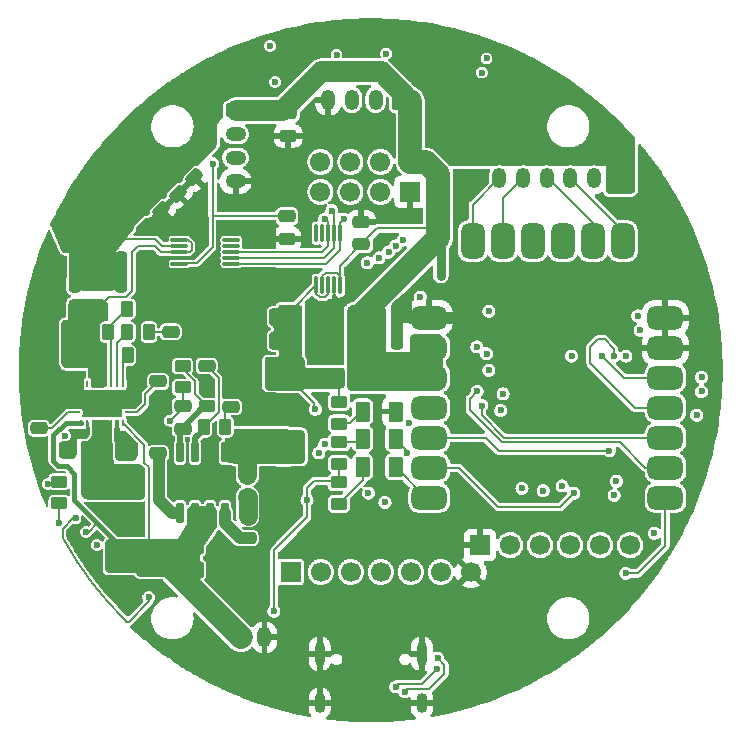
<source format=gbr>
%TF.GenerationSoftware,KiCad,Pcbnew,9.0.5*%
%TF.CreationDate,2026-01-03T13:47:43+01:00*%
%TF.ProjectId,CanSat,43616e53-6174-42e6-9b69-6361645f7063,rev?*%
%TF.SameCoordinates,Original*%
%TF.FileFunction,Copper,L4,Bot*%
%TF.FilePolarity,Positive*%
%FSLAX46Y46*%
G04 Gerber Fmt 4.6, Leading zero omitted, Abs format (unit mm)*
G04 Created by KiCad (PCBNEW 9.0.5) date 2026-01-03 13:47:43*
%MOMM*%
%LPD*%
G01*
G04 APERTURE LIST*
G04 Aperture macros list*
%AMRoundRect*
0 Rectangle with rounded corners*
0 $1 Rounding radius*
0 $2 $3 $4 $5 $6 $7 $8 $9 X,Y pos of 4 corners*
0 Add a 4 corners polygon primitive as box body*
4,1,4,$2,$3,$4,$5,$6,$7,$8,$9,$2,$3,0*
0 Add four circle primitives for the rounded corners*
1,1,$1+$1,$2,$3*
1,1,$1+$1,$4,$5*
1,1,$1+$1,$6,$7*
1,1,$1+$1,$8,$9*
0 Add four rect primitives between the rounded corners*
20,1,$1+$1,$2,$3,$4,$5,0*
20,1,$1+$1,$4,$5,$6,$7,0*
20,1,$1+$1,$6,$7,$8,$9,0*
20,1,$1+$1,$8,$9,$2,$3,0*%
G04 Aperture macros list end*
%TA.AperFunction,Conductor*%
%ADD10C,0.200000*%
%TD*%
%TA.AperFunction,ComponentPad*%
%ADD11O,1.200000X1.750000*%
%TD*%
%TA.AperFunction,ComponentPad*%
%ADD12RoundRect,0.250000X0.350000X0.625000X-0.350000X0.625000X-0.350000X-0.625000X0.350000X-0.625000X0*%
%TD*%
%TA.AperFunction,ComponentPad*%
%ADD13RoundRect,0.250000X-0.350000X-0.625000X0.350000X-0.625000X0.350000X0.625000X-0.350000X0.625000X0*%
%TD*%
%TA.AperFunction,SMDPad,CuDef*%
%ADD14RoundRect,0.250000X-0.475000X0.250000X-0.475000X-0.250000X0.475000X-0.250000X0.475000X0.250000X0*%
%TD*%
%TA.AperFunction,HeatsinkPad*%
%ADD15C,0.600000*%
%TD*%
%TA.AperFunction,ComponentPad*%
%ADD16R,1.700000X1.700000*%
%TD*%
%TA.AperFunction,ComponentPad*%
%ADD17C,1.700000*%
%TD*%
%TA.AperFunction,HeatsinkPad*%
%ADD18O,0.900000X2.000000*%
%TD*%
%TA.AperFunction,HeatsinkPad*%
%ADD19O,0.900000X1.700000*%
%TD*%
%TA.AperFunction,SMDPad,CuDef*%
%ADD20RoundRect,0.250000X-0.250000X-0.475000X0.250000X-0.475000X0.250000X0.475000X-0.250000X0.475000X0*%
%TD*%
%TA.AperFunction,SMDPad,CuDef*%
%ADD21RoundRect,0.250000X-0.262500X-0.450000X0.262500X-0.450000X0.262500X0.450000X-0.262500X0.450000X0*%
%TD*%
%TA.AperFunction,SMDPad,CuDef*%
%ADD22RoundRect,0.150000X0.150000X-0.737500X0.150000X0.737500X-0.150000X0.737500X-0.150000X-0.737500X0*%
%TD*%
%TA.AperFunction,HeatsinkPad*%
%ADD23R,4.900000X2.950000*%
%TD*%
%TA.AperFunction,SMDPad,CuDef*%
%ADD24RoundRect,0.600000X0.900000X0.400000X-0.900000X0.400000X-0.900000X-0.400000X0.900000X-0.400000X0*%
%TD*%
%TA.AperFunction,SMDPad,CuDef*%
%ADD25RoundRect,0.600000X0.400000X-0.900000X0.400000X0.900000X-0.400000X0.900000X-0.400000X-0.900000X0*%
%TD*%
%TA.AperFunction,SMDPad,CuDef*%
%ADD26RoundRect,0.600000X-0.400000X0.900000X-0.400000X-0.900000X0.400000X-0.900000X0.400000X0.900000X0*%
%TD*%
%TA.AperFunction,SMDPad,CuDef*%
%ADD27R,0.600000X0.240000*%
%TD*%
%TA.AperFunction,SMDPad,CuDef*%
%ADD28R,0.240000X0.600000*%
%TD*%
%TA.AperFunction,SMDPad,CuDef*%
%ADD29R,3.190000X2.190000*%
%TD*%
%TA.AperFunction,SMDPad,CuDef*%
%ADD30RoundRect,0.075000X0.650000X0.075000X-0.650000X0.075000X-0.650000X-0.075000X0.650000X-0.075000X0*%
%TD*%
%TA.AperFunction,SMDPad,CuDef*%
%ADD31RoundRect,0.250000X0.450000X-0.262500X0.450000X0.262500X-0.450000X0.262500X-0.450000X-0.262500X0*%
%TD*%
%TA.AperFunction,SMDPad,CuDef*%
%ADD32RoundRect,0.304349X-1.395651X1.095651X-1.395651X-1.095651X1.395651X-1.095651X1.395651X1.095651X0*%
%TD*%
%TA.AperFunction,SMDPad,CuDef*%
%ADD33RoundRect,0.250000X0.475000X-0.250000X0.475000X0.250000X-0.475000X0.250000X-0.475000X-0.250000X0*%
%TD*%
%TA.AperFunction,SMDPad,CuDef*%
%ADD34RoundRect,0.250000X-0.512652X-0.159099X-0.159099X-0.512652X0.512652X0.159099X0.159099X0.512652X0*%
%TD*%
%TA.AperFunction,SMDPad,CuDef*%
%ADD35RoundRect,0.250000X-0.450000X0.262500X-0.450000X-0.262500X0.450000X-0.262500X0.450000X0.262500X0*%
%TD*%
%TA.AperFunction,SMDPad,CuDef*%
%ADD36RoundRect,0.250000X0.375000X0.625000X-0.375000X0.625000X-0.375000X-0.625000X0.375000X-0.625000X0*%
%TD*%
%TA.AperFunction,SMDPad,CuDef*%
%ADD37RoundRect,0.250000X0.250000X0.475000X-0.250000X0.475000X-0.250000X-0.475000X0.250000X-0.475000X0*%
%TD*%
%TA.AperFunction,SMDPad,CuDef*%
%ADD38RoundRect,0.250000X-0.625000X0.312500X-0.625000X-0.312500X0.625000X-0.312500X0.625000X0.312500X0*%
%TD*%
%TA.AperFunction,SMDPad,CuDef*%
%ADD39RoundRect,0.250000X0.312500X0.625000X-0.312500X0.625000X-0.312500X-0.625000X0.312500X-0.625000X0*%
%TD*%
%TA.AperFunction,ComponentPad*%
%ADD40RoundRect,0.250000X-0.625000X0.350000X-0.625000X-0.350000X0.625000X-0.350000X0.625000X0.350000X0*%
%TD*%
%TA.AperFunction,ComponentPad*%
%ADD41O,1.750000X1.200000*%
%TD*%
%TA.AperFunction,SMDPad,CuDef*%
%ADD42RoundRect,0.250000X0.262500X0.450000X-0.262500X0.450000X-0.262500X-0.450000X0.262500X-0.450000X0*%
%TD*%
%TA.AperFunction,SMDPad,CuDef*%
%ADD43RoundRect,0.304349X1.395651X-1.095651X1.395651X1.095651X-1.395651X1.095651X-1.395651X-1.095651X0*%
%TD*%
%TA.AperFunction,SMDPad,CuDef*%
%ADD44RoundRect,0.075000X-0.075000X0.650000X-0.075000X-0.650000X0.075000X-0.650000X0.075000X0.650000X0*%
%TD*%
%TA.AperFunction,ViaPad*%
%ADD45C,0.600000*%
%TD*%
%TA.AperFunction,Conductor*%
%ADD46C,2.000000*%
%TD*%
%TA.AperFunction,Conductor*%
%ADD47C,1.000000*%
%TD*%
%TA.AperFunction,Conductor*%
%ADD48C,1.800000*%
%TD*%
%TA.AperFunction,Conductor*%
%ADD49C,0.800000*%
%TD*%
%TA.AperFunction,Conductor*%
%ADD50C,1.600000*%
%TD*%
%TA.AperFunction,Conductor*%
%ADD51C,0.500000*%
%TD*%
%TA.AperFunction,Conductor*%
%ADD52C,0.400000*%
%TD*%
G04 APERTURE END LIST*
D10*
%TO.N,/ESP32-S3-WROOM-1/ESP_IO0*%
X79298800Y-121259600D02*
G75*
G02*
X73931752Y-114205463I20523200J21183600D01*
G01*
%TD*%
D11*
%TO.P,J6,6,Pin_6*%
%TO.N,Net-(J6-Pin_6)*%
X110896838Y-83731832D03*
%TO.P,J6,5,Pin_5*%
%TO.N,Net-(J6-Pin_5)*%
X112896838Y-83731832D03*
%TO.P,J6,4,Pin_4*%
%TO.N,Net-(J6-Pin_4)*%
X114896838Y-83731832D03*
%TO.P,J6,3,Pin_3*%
%TO.N,Net-(J6-Pin_3)*%
X116896838Y-83731832D03*
%TO.P,J6,2,Pin_2*%
%TO.N,GND*%
X118896838Y-83731832D03*
D12*
%TO.P,J6,1,Pin_1*%
%TO.N,+12V*%
X120896838Y-83731832D03*
%TD*%
D13*
%TO.P,J2,1,Pin_1*%
%TO.N,/PSU/Input-Voltage*%
X89000000Y-122600000D03*
D11*
%TO.P,J2,2,Pin_2*%
%TO.N,GND*%
X91000000Y-122600000D03*
%TD*%
D14*
%TO.P,C6,1*%
%TO.N,+3.3V*%
X92889694Y-86964973D03*
%TO.P,C6,2*%
%TO.N,GND*%
X92889694Y-88864973D03*
%TD*%
D15*
%TO.P,U3,41,GND*%
%TO.N,GND*%
X113216000Y-101176400D03*
X113216000Y-102576400D03*
X113916000Y-100476400D03*
X113916000Y-101876400D03*
X113916000Y-103276400D03*
X114616000Y-101176400D03*
X114616000Y-102576400D03*
X115316000Y-100476400D03*
X115316000Y-101876400D03*
X115316000Y-103276400D03*
X116016000Y-101176400D03*
X116016000Y-102576400D03*
%TD*%
D16*
%TO.P,J7,1,Pin_1*%
%TO.N,GND*%
X109250000Y-114800000D03*
D17*
%TO.P,J7,2,Pin_2*%
%TO.N,/SPI_MISO*%
X111790000Y-114800000D03*
%TO.P,J7,3,Pin_3*%
%TO.N,/SPI_CLK*%
X114330000Y-114800000D03*
%TO.P,J7,4,Pin_4*%
%TO.N,/SPI_MOSI*%
X116870000Y-114800000D03*
%TO.P,J7,5,Pin_5*%
%TO.N,/sd_cs*%
X119410000Y-114800000D03*
%TO.P,J7,6,Pin_6*%
%TO.N,+3.3V*%
X121950000Y-114800000D03*
%TD*%
D18*
%TO.P,J12,S1,SHIELD*%
%TO.N,GND*%
X95680000Y-123995000D03*
D19*
X95680000Y-128165000D03*
D18*
X104320000Y-123995000D03*
D19*
X104320000Y-128165000D03*
%TD*%
D20*
%TO.P,C39,1*%
%TO.N,Net-(U14-Vbus)*%
X93400000Y-97500000D03*
%TO.P,C39,2*%
%TO.N,GND*%
X95300000Y-97500000D03*
%TD*%
D21*
%TO.P,R2,1*%
%TO.N,Net-(IC1-SW_1)*%
X77636300Y-106759000D03*
%TO.P,R2,2*%
%TO.N,Net-(IC1-FSW)*%
X79461300Y-106759000D03*
%TD*%
D22*
%TO.P,U4,1,BST*%
%TO.N,Net-(U4-BST)*%
X87655000Y-112062500D03*
%TO.P,U4,2,VIN*%
%TO.N,/PSU/Input-Voltage*%
X86385000Y-112062500D03*
%TO.P,U4,3,EN*%
X85115000Y-112062500D03*
%TO.P,U4,4,SS*%
%TO.N,Net-(U4-SS)*%
X83845000Y-112062500D03*
%TO.P,U4,5,FB*%
%TO.N,Net-(U4-FB)*%
X83845000Y-106937500D03*
%TO.P,U4,6,COMP*%
%TO.N,Net-(U4-COMP)*%
X85115000Y-106937500D03*
%TO.P,U4,7,GND*%
%TO.N,GND*%
X86385000Y-106937500D03*
%TO.P,U4,8,SW*%
%TO.N,Net-(U4-SW)*%
X87655000Y-106937500D03*
D23*
%TO.P,U4,9,EP*%
%TO.N,GND*%
X85750000Y-109500000D03*
%TD*%
D14*
%TO.P,C37,1*%
%TO.N,Net-(U14-Vbus)*%
X84068092Y-103036333D03*
%TO.P,C37,2*%
%TO.N,Net-(U4-FB)*%
X84068092Y-104936333D03*
%TD*%
D20*
%TO.P,C27,1*%
%TO.N,+3.3V*%
X100350000Y-97500000D03*
%TO.P,C27,2*%
%TO.N,GND*%
X102250000Y-97500000D03*
%TD*%
D24*
%TO.P,U9,1,LINK*%
%TO.N,/4K-CAM/LINK*%
X124942051Y-110794358D03*
%TO.P,U9,2,INT*%
%TO.N,/cam_int*%
X124942051Y-108254358D03*
%TO.P,U9,3,CS*%
%TO.N,/cam_cs*%
X124942051Y-105714358D03*
%TO.P,U9,4,CLK*%
%TO.N,/SPI_CLK*%
X124942051Y-103174358D03*
%TO.P,U9,5,MOSI*%
%TO.N,/SPI_MOSI*%
X124942051Y-100634358D03*
%TO.P,U9,6,GND*%
%TO.N,GND*%
X124942051Y-98094358D03*
%TO.P,U9,7,GND*%
X124942051Y-95554358D03*
D25*
%TO.P,U9,8,RX_N*%
%TO.N,Net-(J6-Pin_3)*%
X121342051Y-89054358D03*
%TO.P,U9,9,RX_P*%
%TO.N,Net-(J6-Pin_4)*%
X118802051Y-89054358D03*
%TO.P,U9,10,RX_CTap*%
%TO.N,unconnected-(U9-RX_CTap-Pad10)*%
X116262051Y-89054358D03*
%TO.P,U9,11,TX_CTap*%
%TO.N,unconnected-(U9-TX_CTap-Pad11)*%
X113722051Y-89054358D03*
%TO.P,U9,12,TX_P*%
%TO.N,Net-(J6-Pin_5)*%
X111182051Y-89054358D03*
D26*
%TO.P,U9,13,TX_N*%
%TO.N,Net-(J6-Pin_6)*%
X108642051Y-89054358D03*
D24*
%TO.P,U9,14,GND*%
%TO.N,GND*%
X104942051Y-95554358D03*
%TO.P,U9,15,3V3*%
%TO.N,+3.3V*%
X104942051Y-98094358D03*
%TO.P,U9,16,3V3*%
X104942051Y-100634358D03*
%TO.P,U9,17*%
%TO.N,unconnected-(U9-Pad17)*%
X104942051Y-103174358D03*
%TO.P,U9,18,RST*%
%TO.N,/cam_rst*%
X104942051Y-105714358D03*
%TO.P,U9,19,MISO*%
%TO.N,/SPI_MISO*%
X104942051Y-108254358D03*
%TO.P,U9,20,ACTION*%
%TO.N,/4K-CAM/ACT*%
X104942051Y-110794358D03*
%TD*%
D27*
%TO.P,IC1,1,VCC*%
%TO.N,Net-(IC1-VCC)*%
X79403400Y-103572000D03*
D28*
%TO.P,IC1,2,EN*%
%TO.N,/PSU/Input-Voltage*%
X79003400Y-104472000D03*
%TO.P,IC1,3,FSW*%
%TO.N,Net-(IC1-FSW)*%
X78503400Y-104472000D03*
%TO.P,IC1,4,SW_1*%
%TO.N,Net-(IC1-SW_1)*%
X78003400Y-104472000D03*
%TO.P,IC1,5,SW_2*%
X77503400Y-104472000D03*
%TO.P,IC1,6,SW_3*%
X77003400Y-104472000D03*
%TO.P,IC1,7,SW_4*%
X76503400Y-104472000D03*
%TO.P,IC1,8,BOOT*%
%TO.N,Net-(IC1-BOOT)*%
X76003400Y-104472000D03*
%TO.P,IC1,9,VIN*%
%TO.N,/PSU/Input-Voltage*%
X75503400Y-104472000D03*
D27*
%TO.P,IC1,10,SS*%
%TO.N,Net-(IC1-SS)*%
X75103400Y-103572000D03*
%TO.P,IC1,11,NC_1*%
%TO.N,GND*%
X75103400Y-102072000D03*
D28*
%TO.P,IC1,12,NC_2*%
X75503400Y-101172000D03*
%TO.P,IC1,13,MODE*%
%TO.N,unconnected-(IC1-MODE-Pad13)*%
X76003400Y-101172000D03*
%TO.P,IC1,14,VOUT_1*%
%TO.N,Net-(IC1-VOUT_1)*%
X76503400Y-101172000D03*
%TO.P,IC1,15,VOUT_2*%
X77003400Y-101172000D03*
%TO.P,IC1,16,VOUT_3*%
X77503400Y-101172000D03*
%TO.P,IC1,17,FB*%
%TO.N,Net-(IC1-FB)*%
X78003400Y-101172000D03*
%TO.P,IC1,18,COMP*%
%TO.N,Net-(IC1-COMP)*%
X78503400Y-101172000D03*
%TO.P,IC1,19,ILIM*%
%TO.N,Net-(IC1-ILIM)*%
X79003400Y-101172000D03*
D27*
%TO.P,IC1,20,AGND*%
%TO.N,GND*%
X79403400Y-102072000D03*
D29*
%TO.P,IC1,21,EP_(PGND)*%
X77253400Y-102822000D03*
%TD*%
D30*
%TO.P,U5,1,A1*%
%TO.N,unconnected-(U5-A1-Pad1)*%
X88200000Y-89000000D03*
%TO.P,U5,2,A0*%
%TO.N,unconnected-(U5-A0-Pad2)*%
X88200000Y-89500000D03*
%TO.P,U5,3,~{Alert}*%
%TO.N,/Alert*%
X88200000Y-90000000D03*
%TO.P,U5,4,SDA*%
%TO.N,/Slow-SDA*%
X88200000Y-90500000D03*
%TO.P,U5,5,SCL*%
%TO.N,/Slow-SCL*%
X88200000Y-91000000D03*
%TO.P,U5,6,VS*%
%TO.N,+3.3V*%
X83800000Y-91000000D03*
%TO.P,U5,7,GND*%
%TO.N,GND*%
X83800000Y-90500000D03*
%TO.P,U5,8,Vbus*%
%TO.N,Net-(IC1-VOUT_1)*%
X83800000Y-90000000D03*
%TO.P,U5,9,Vin-*%
%TO.N,+12V*%
X83800000Y-89500000D03*
%TO.P,U5,10,Vin+*%
%TO.N,Net-(IC1-VOUT_1)*%
X83800000Y-89000000D03*
%TD*%
D20*
%TO.P,C11,1*%
%TO.N,/PSU/Input-Voltage*%
X85350000Y-114900000D03*
%TO.P,C11,2*%
%TO.N,GND*%
X87250000Y-114900000D03*
%TD*%
%TO.P,C24,1*%
%TO.N,+12V*%
X78850000Y-90650000D03*
%TO.P,C24,2*%
%TO.N,GND*%
X80750000Y-90650000D03*
%TD*%
D31*
%TO.P,R11,1*%
%TO.N,Net-(D2-A)*%
X97300000Y-111312500D03*
%TO.P,R11,2*%
%TO.N,+3.3V*%
X97300000Y-109487500D03*
%TD*%
D21*
%TO.P,R4,1*%
%TO.N,Net-(IC1-FB)*%
X79390900Y-94822000D03*
%TO.P,R4,2*%
%TO.N,GND*%
X81215900Y-94822000D03*
%TD*%
D32*
%TO.P,L2,1,1*%
%TO.N,Net-(IC1-SW_1)*%
X79209200Y-109551800D03*
%TO.P,L2,2,2*%
%TO.N,/PSU/Input-Voltage*%
X79209200Y-115751800D03*
%TD*%
D33*
%TO.P,C40,1*%
%TO.N,Net-(U4-SS)*%
X82000000Y-107050000D03*
%TO.P,C40,2*%
%TO.N,GND*%
X82000000Y-105150000D03*
%TD*%
D34*
%TO.P,C33,1*%
%TO.N,+12V*%
X83728249Y-82328249D03*
%TO.P,C33,2*%
%TO.N,GND*%
X85071751Y-83671751D03*
%TD*%
D21*
%TO.P,R3,1*%
%TO.N,Net-(IC1-VOUT_1)*%
X75940900Y-96772000D03*
%TO.P,R3,2*%
%TO.N,Net-(IC1-FB)*%
X77765900Y-96772000D03*
%TD*%
D34*
%TO.P,C26,1*%
%TO.N,+12V*%
X80928249Y-85128249D03*
%TO.P,C26,2*%
%TO.N,GND*%
X82271751Y-86471751D03*
%TD*%
D31*
%TO.P,R37,1*%
%TO.N,Net-(U14-Vbus)*%
X84060000Y-101462500D03*
%TO.P,R37,2*%
%TO.N,Net-(U4-FB)*%
X84060000Y-99637500D03*
%TD*%
D35*
%TO.P,R36,1*%
%TO.N,Net-(U14-Vbus)*%
X97300000Y-102687500D03*
%TO.P,R36,2*%
%TO.N,Net-(D6-A)*%
X97300000Y-104512500D03*
%TD*%
D14*
%TO.P,C13,1*%
%TO.N,Net-(IC1-VCC)*%
X82000000Y-100950000D03*
%TO.P,C13,2*%
%TO.N,GND*%
X82000000Y-102850000D03*
%TD*%
D36*
%TO.P,D6,1,K*%
%TO.N,GND*%
X102100000Y-103500000D03*
%TO.P,D6,2,A*%
%TO.N,Net-(D6-A)*%
X99300000Y-103500000D03*
%TD*%
D33*
%TO.P,C41,1*%
%TO.N,Net-(U4-COMP)*%
X86100000Y-99630000D03*
%TO.P,C41,2*%
%TO.N,GND*%
X86100000Y-97730000D03*
%TD*%
D37*
%TO.P,C35,1*%
%TO.N,Net-(U14-Vbus)*%
X91900000Y-95500000D03*
%TO.P,C35,2*%
%TO.N,GND*%
X90000000Y-95500000D03*
%TD*%
D16*
%TO.P,J5,1,Pin_1*%
%TO.N,/M0*%
X93225000Y-117075000D03*
D17*
%TO.P,J5,2,Pin_2*%
%TO.N,/M1*%
X95765000Y-117075000D03*
%TO.P,J5,3,Pin_3*%
%TO.N,/RX*%
X98305000Y-117075000D03*
%TO.P,J5,4,Pin_4*%
%TO.N,/TX*%
X100845000Y-117075000D03*
%TO.P,J5,5,Pin_5*%
%TO.N,/AUX*%
X103385000Y-117075000D03*
%TO.P,J5,6,Pin_6*%
%TO.N,+3.3V*%
X105925000Y-117075000D03*
%TO.P,J5,7,Pin_7*%
%TO.N,GND*%
X108465000Y-117075000D03*
%TD*%
D38*
%TO.P,R1,1*%
%TO.N,+12V*%
X76850000Y-91837500D03*
%TO.P,R1,2*%
%TO.N,Net-(IC1-VOUT_1)*%
X76850000Y-94762500D03*
%TD*%
D20*
%TO.P,C38,1*%
%TO.N,Net-(U14-Vbus)*%
X93400000Y-95500000D03*
%TO.P,C38,2*%
%TO.N,GND*%
X95300000Y-95500000D03*
%TD*%
D33*
%TO.P,C3,1*%
%TO.N,+3.3V*%
X99200000Y-89350000D03*
%TO.P,C3,2*%
%TO.N,GND*%
X99200000Y-87450000D03*
%TD*%
D37*
%TO.P,C22,1*%
%TO.N,+12V*%
X74932467Y-92719661D03*
%TO.P,C22,2*%
%TO.N,GND*%
X73032467Y-92719661D03*
%TD*%
D39*
%TO.P,R28,1*%
%TO.N,+3.3V*%
X100118227Y-100656774D03*
%TO.P,R28,2*%
%TO.N,Net-(U14-Vbus)*%
X97193227Y-100656774D03*
%TD*%
D33*
%TO.P,C9,1*%
%TO.N,Net-(C9-Pad1)*%
X88170000Y-103100000D03*
%TO.P,C9,2*%
%TO.N,GND*%
X88170000Y-101200000D03*
%TD*%
D40*
%TO.P,J1,1,Pin_1*%
%TO.N,+3.3V*%
X88550000Y-78000000D03*
D41*
%TO.P,J1,2,Pin_2*%
%TO.N,/GPS_RX*%
X88550000Y-80000000D03*
%TO.P,J1,3,Pin_3*%
%TO.N,/GPS_TX*%
X88550000Y-82000000D03*
%TO.P,J1,4,Pin_4*%
%TO.N,GND*%
X88550000Y-84000000D03*
%TD*%
D20*
%TO.P,C12,1*%
%TO.N,/PSU/Input-Voltage*%
X85350000Y-116900000D03*
%TO.P,C12,2*%
%TO.N,GND*%
X87250000Y-116900000D03*
%TD*%
D34*
%TO.P,C25,1*%
%TO.N,+12V*%
X79528249Y-86528249D03*
%TO.P,C25,2*%
%TO.N,GND*%
X80871751Y-87871751D03*
%TD*%
%TO.P,C31,1*%
%TO.N,+12V*%
X82325296Y-83735671D03*
%TO.P,C31,2*%
%TO.N,GND*%
X83668798Y-85079173D03*
%TD*%
D37*
%TO.P,C29,1*%
%TO.N,+3.3V*%
X98750000Y-95500000D03*
%TO.P,C29,2*%
%TO.N,GND*%
X96850000Y-95500000D03*
%TD*%
D12*
%TO.P,J3,1,Pin_1*%
%TO.N,+3.3V*%
X102400000Y-77100000D03*
D11*
%TO.P,J3,2,Pin_2*%
%TO.N,/Fast-SCL*%
X100400000Y-77100000D03*
%TO.P,J3,3,Pin_3*%
%TO.N,/Fast-SDA*%
X98400000Y-77100000D03*
%TO.P,J3,4,Pin_4*%
%TO.N,GND*%
X96400000Y-77100000D03*
%TD*%
D20*
%TO.P,C17,1*%
%TO.N,+12V*%
X78850000Y-92700000D03*
%TO.P,C17,2*%
%TO.N,GND*%
X80750000Y-92700000D03*
%TD*%
D37*
%TO.P,C10,1*%
%TO.N,Net-(IC1-SW_1)*%
X76036344Y-106759361D03*
%TO.P,C10,2*%
%TO.N,Net-(IC1-BOOT)*%
X74136344Y-106759361D03*
%TD*%
D42*
%TO.P,R6,1*%
%TO.N,GND*%
X81228400Y-98722000D03*
%TO.P,R6,2*%
%TO.N,Net-(IC1-ILIM)*%
X79403400Y-98722000D03*
%TD*%
D37*
%TO.P,C36,1*%
%TO.N,Net-(U14-Vbus)*%
X91900000Y-97500000D03*
%TO.P,C36,2*%
%TO.N,GND*%
X90000000Y-97500000D03*
%TD*%
D35*
%TO.P,R7,1*%
%TO.N,/ESP32-S3-WROOM-1/DTR*%
X73600000Y-109437500D03*
%TO.P,R7,2*%
%TO.N,Net-(Q1-B)*%
X73600000Y-111262500D03*
%TD*%
D43*
%TO.P,L1,1,1*%
%TO.N,Net-(U4-SW)*%
X92700000Y-106480000D03*
%TO.P,L1,2,2*%
%TO.N,Net-(U14-Vbus)*%
X92700000Y-100280000D03*
%TD*%
D14*
%TO.P,C15,1*%
%TO.N,Net-(IC1-SS)*%
X71900000Y-104925000D03*
%TO.P,C15,2*%
%TO.N,GND*%
X71900000Y-106825000D03*
%TD*%
D37*
%TO.P,C23,1*%
%TO.N,Net-(IC1-VOUT_1)*%
X74350000Y-98800000D03*
%TO.P,C23,2*%
%TO.N,GND*%
X72450000Y-98800000D03*
%TD*%
D35*
%TO.P,R35,1*%
%TO.N,Net-(U4-SW)*%
X89550000Y-108915000D03*
%TO.P,R35,2*%
%TO.N,Net-(C32-Pad1)*%
X89550000Y-110740000D03*
%TD*%
D33*
%TO.P,C14,1*%
%TO.N,Net-(C14-Pad1)*%
X83060000Y-96740000D03*
%TO.P,C14,2*%
%TO.N,GND*%
X83060000Y-94840000D03*
%TD*%
D35*
%TO.P,R12,1*%
%TO.N,Net-(D3-A)*%
X97300000Y-106087500D03*
%TO.P,R12,2*%
%TO.N,+3.3V*%
X97300000Y-107912500D03*
%TD*%
D20*
%TO.P,C28,1*%
%TO.N,+3.3V*%
X100350000Y-95500000D03*
%TO.P,C28,2*%
%TO.N,GND*%
X102250000Y-95500000D03*
%TD*%
D36*
%TO.P,D2,1,K*%
%TO.N,/4K-CAM/ACT*%
X102100000Y-108200000D03*
%TO.P,D2,2,A*%
%TO.N,Net-(D2-A)*%
X99300000Y-108200000D03*
%TD*%
D37*
%TO.P,C21,1*%
%TO.N,+12V*%
X74950000Y-90650000D03*
%TO.P,C21,2*%
%TO.N,GND*%
X73050000Y-90650000D03*
%TD*%
%TO.P,C18,1*%
%TO.N,Net-(IC1-VOUT_1)*%
X74350000Y-96800000D03*
%TO.P,C18,2*%
%TO.N,GND*%
X72450000Y-96800000D03*
%TD*%
D36*
%TO.P,D3,1,K*%
%TO.N,/4K-CAM/LINK*%
X102100000Y-105800000D03*
%TO.P,D3,2,A*%
%TO.N,Net-(D3-A)*%
X99300000Y-105800000D03*
%TD*%
D37*
%TO.P,C30,1*%
%TO.N,+3.3V*%
X98750000Y-97500000D03*
%TO.P,C30,2*%
%TO.N,GND*%
X96850000Y-97500000D03*
%TD*%
D31*
%TO.P,R39,1*%
%TO.N,Net-(U4-FB)*%
X86130000Y-103052500D03*
%TO.P,R39,2*%
%TO.N,GND*%
X86130000Y-101227500D03*
%TD*%
D44*
%TO.P,U14,1,A1*%
%TO.N,unconnected-(U14-A1-Pad1)*%
X95400000Y-88400000D03*
%TO.P,U14,2,A0*%
%TO.N,unconnected-(U14-A0-Pad2)*%
X95900000Y-88400000D03*
%TO.P,U14,3,~{Alert}*%
%TO.N,/Alert*%
X96400000Y-88400000D03*
%TO.P,U14,4,SDA*%
%TO.N,/Slow-SDA*%
X96900000Y-88400000D03*
%TO.P,U14,5,SCL*%
%TO.N,/Slow-SCL*%
X97400000Y-88400000D03*
%TO.P,U14,6,VS*%
%TO.N,+3.3V*%
X97400000Y-92800000D03*
%TO.P,U14,7,GND*%
%TO.N,GND*%
X96900000Y-92800000D03*
%TO.P,U14,8,Vbus*%
%TO.N,Net-(U14-Vbus)*%
X96400000Y-92800000D03*
%TO.P,U14,9,Vin-*%
%TO.N,+3.3V*%
X95900000Y-92800000D03*
%TO.P,U14,10,Vin+*%
%TO.N,Net-(U14-Vbus)*%
X95400000Y-92800000D03*
%TD*%
D16*
%TO.P,J4,1,Pin_1*%
%TO.N,GND*%
X103355000Y-84900000D03*
D17*
%TO.P,J4,2,Pin_2*%
%TO.N,+3.3V*%
X103355000Y-82360000D03*
%TO.P,J4,3,Pin_3*%
%TO.N,/2.4g_en*%
X100815000Y-84900000D03*
%TO.P,J4,4,Pin_4*%
%TO.N,/2.4g_cs*%
X100815000Y-82360000D03*
%TO.P,J4,5,Pin_5*%
%TO.N,/SPI_CLK*%
X98275000Y-84900000D03*
%TO.P,J4,6,Pin_6*%
%TO.N,/SPI_MOSI*%
X98275000Y-82360000D03*
%TO.P,J4,7,Pin_7*%
%TO.N,/SPI_MISO*%
X95735000Y-84900000D03*
%TO.P,J4,8,Pin_8*%
%TO.N,/2.4g_int*%
X95735000Y-82360000D03*
%TD*%
D14*
%TO.P,C32,1*%
%TO.N,Net-(C32-Pad1)*%
X89570000Y-112315000D03*
%TO.P,C32,2*%
%TO.N,Net-(U4-BST)*%
X89570000Y-114215000D03*
%TD*%
%TO.P,C2,1*%
%TO.N,+3.3V*%
X93000000Y-78250000D03*
%TO.P,C2,2*%
%TO.N,GND*%
X93000000Y-80150000D03*
%TD*%
D21*
%TO.P,R5,1*%
%TO.N,Net-(IC1-COMP)*%
X79390900Y-96772000D03*
%TO.P,R5,2*%
%TO.N,Net-(C14-Pad1)*%
X81215900Y-96772000D03*
%TD*%
%TO.P,R38,1*%
%TO.N,Net-(U4-COMP)*%
X85867500Y-104800000D03*
%TO.P,R38,2*%
%TO.N,Net-(C9-Pad1)*%
X87692500Y-104800000D03*
%TD*%
D37*
%TO.P,C20,1*%
%TO.N,Net-(IC1-VOUT_1)*%
X74929404Y-94712297D03*
%TO.P,C20,2*%
%TO.N,GND*%
X73029404Y-94712297D03*
%TD*%
D45*
%TO.N,+3.3V*%
X94600000Y-111000000D03*
%TO.N,/M0*%
X124000000Y-113800000D03*
%TO.N,/bno_cs*%
X110000000Y-95000000D03*
X111000000Y-103400000D03*
%TO.N,/bno_int*%
X99800000Y-110400000D03*
%TO.N,/bno_rst*%
X104200000Y-93800000D03*
X111200000Y-102000000D03*
X127600000Y-103800000D03*
%TO.N,/cam_int*%
X109000000Y-101800000D03*
%TO.N,/cam_rst*%
X120200000Y-106800000D03*
%TO.N,/cam_cs*%
X109400000Y-103000000D03*
%TO.N,/2.4g_cs*%
X101200000Y-111200000D03*
%TO.N,/SPI_MISO*%
X121600000Y-98800000D03*
%TO.N,/SPI_CLK*%
X120600000Y-98800000D03*
%TO.N,/SPI_MOSI*%
X119600000Y-98800000D03*
X114600000Y-110200000D03*
%TO.N,/GPS_TX*%
X95600000Y-107000000D03*
%TO.N,/GPS_RX*%
X96100000Y-106276946D03*
%TO.N,/Alert*%
X110000000Y-100000000D03*
%TO.N,/M1*%
X120600000Y-110600000D03*
%TO.N,/AUX*%
X112800000Y-110000000D03*
%TO.N,/RX*%
X128000000Y-101800000D03*
%TO.N,/TX*%
X128000000Y-100600000D03*
%TO.N,/Slow-SDA*%
X122600000Y-95400000D03*
%TO.N,/Slow-SCL*%
X122800000Y-96600000D03*
%TO.N,/Fast-SDA*%
X108975735Y-98024265D03*
%TO.N,/Fast-SCL*%
X109800000Y-98600000D03*
%TO.N,/SPI_MISO*%
X117200000Y-110400000D03*
%TO.N,/SPI_CLK*%
X116200000Y-109800000D03*
%TO.N,GND*%
X85750000Y-109500000D03*
X71750000Y-91850000D03*
X85400000Y-85500000D03*
X84000000Y-86900000D03*
X86200000Y-93200000D03*
X97500000Y-94200000D03*
X93000000Y-81500000D03*
X87086837Y-108623003D03*
X87800000Y-109500000D03*
X87100000Y-109500000D03*
X85759462Y-110353553D03*
X82600000Y-88200000D03*
X71350000Y-93450000D03*
X86200000Y-93900000D03*
X70600000Y-99150000D03*
X70700000Y-97550000D03*
X70850000Y-95800000D03*
X80500000Y-104400000D03*
X70750000Y-96700000D03*
X86400000Y-109500000D03*
X85736837Y-108623003D03*
X96100000Y-96500000D03*
X85500000Y-93900000D03*
X86900000Y-93900000D03*
X86386837Y-108623003D03*
X85750000Y-109500000D03*
X71000000Y-95050000D03*
X93000000Y-82400000D03*
X87600000Y-93900000D03*
X85500000Y-93200000D03*
X87786837Y-108623003D03*
X86900000Y-93200000D03*
X87809462Y-110353553D03*
X71150000Y-94250000D03*
X86409462Y-110353553D03*
X70650000Y-98350000D03*
X80100000Y-112600000D03*
X81900000Y-118500000D03*
X87109462Y-110353553D03*
X71550000Y-92650000D03*
X87600000Y-93200000D03*
X85750000Y-109500000D03*
%TO.N,+3.3V*%
X91800000Y-120400000D03*
X105925000Y-92000000D03*
X105925000Y-91200000D03*
X86600000Y-82500000D03*
X103200000Y-104500000D03*
%TO.N,/Slow-SDA*%
X96700000Y-86500000D03*
X101300000Y-73200000D03*
X91472235Y-72534686D03*
X109800000Y-73600000D03*
%TO.N,/Slow-SCL*%
X109400000Y-74800000D03*
X91900000Y-75600000D03*
X97100000Y-73300000D03*
X97700000Y-87200000D03*
%TO.N,/sd_cs*%
X120800000Y-109400000D03*
%TO.N,/SPI_CLK*%
X100691185Y-90493187D03*
%TO.N,/SPI_MISO*%
X99708635Y-90908635D03*
%TO.N,/SPI_MOSI*%
X102100000Y-89469434D03*
%TO.N,/bno_cs*%
X101500000Y-89998585D03*
%TO.N,/bno_int*%
X102730072Y-88976472D03*
%TO.N,Net-(U14-Vbus)*%
X95300000Y-103300000D03*
X82967026Y-104273341D03*
%TO.N,/Alert*%
X96102502Y-87188446D03*
%TO.N,+12V*%
X83900000Y-75900000D03*
%TO.N,/ESP32-S3-WROOM-1/esp_rxd0*%
X102108000Y-126812000D03*
X105638600Y-125298200D03*
%TO.N,/ESP32-S3-WROOM-1/esp_txd0*%
X102870000Y-127213000D03*
X105664000Y-124383800D03*
%TO.N,/ESP32-S3-WROOM-1/ESP_EN*%
X117000000Y-98800000D03*
X76800000Y-114800000D03*
%TO.N,Net-(Q1-B)*%
X73595064Y-112895064D03*
%TO.N,/ESP32-S3-WROOM-1/DTR*%
X72664630Y-109616100D03*
%TO.N,/ESP32-S3-WROOM-1/ESP_IO0*%
X81200000Y-119200000D03*
X74100000Y-105534361D03*
X75000000Y-112550000D03*
%TO.N,/4K-CAM/LINK*%
X103100000Y-107000000D03*
X121600000Y-117200000D03*
%TO.N,/PSU/Input-Voltage*%
X75900000Y-113700000D03*
%TD*%
D10*
%TO.N,+3.3V*%
X97212500Y-109400000D02*
X97300000Y-109487500D01*
X94600000Y-110000000D02*
X95200000Y-109400000D01*
X95200000Y-109400000D02*
X97212500Y-109400000D01*
X94600000Y-111000000D02*
X94600000Y-110000000D01*
X91800000Y-115254232D02*
X94600000Y-112454232D01*
X94600000Y-112454232D02*
X94600000Y-111000000D01*
X91800000Y-120400000D02*
X91800000Y-115254232D01*
D46*
%TO.N,/PSU/Input-Voltage*%
X89000000Y-122600000D02*
X83000000Y-116600000D01*
D47*
%TO.N,GND*%
X104942051Y-95554358D02*
X108245642Y-95554358D01*
X103442052Y-95554358D02*
X102952789Y-95065095D01*
X104942051Y-95554358D02*
X103442052Y-95554358D01*
X102952789Y-95065095D02*
X102952789Y-93952789D01*
X104887693Y-95500000D02*
X104942051Y-95554358D01*
X102250000Y-95500000D02*
X104887693Y-95500000D01*
X102250000Y-94655578D02*
X102952789Y-93952789D01*
X102250000Y-97500000D02*
X102250000Y-94655578D01*
D10*
%TO.N,+3.3V*%
X86635027Y-86964973D02*
X86600000Y-87000000D01*
X92889694Y-86964973D02*
X86635027Y-86964973D01*
X86600000Y-87000000D02*
X86600000Y-87600000D01*
X86600000Y-88000000D02*
X86600000Y-87600000D01*
X86600000Y-87600000D02*
X86600000Y-89600000D01*
X83900000Y-91000000D02*
X83800000Y-91000000D01*
X83949000Y-90951000D02*
X83900000Y-91000000D01*
X85249000Y-90951000D02*
X83949000Y-90951000D01*
X86600000Y-89600000D02*
X85249000Y-90951000D01*
X86600000Y-82500000D02*
X86600000Y-87000000D01*
%TO.N,Net-(C14-Pad1)*%
X83028000Y-96772000D02*
X83060000Y-96740000D01*
X81215900Y-96772000D02*
X83028000Y-96772000D01*
%TO.N,Net-(U14-Vbus)*%
X95400000Y-92800000D02*
X93400000Y-94800000D01*
X93400000Y-94800000D02*
X93400000Y-95500000D01*
%TO.N,/cam_rst*%
X109730808Y-105714358D02*
X104942051Y-105714358D01*
X110816450Y-106800000D02*
X109730808Y-105714358D01*
X120200000Y-106800000D02*
X110816450Y-106800000D01*
%TO.N,/cam_cs*%
X109400000Y-103832900D02*
X109400000Y-103000000D01*
X111281458Y-105714358D02*
X109400000Y-103832900D01*
X124942051Y-105714358D02*
X111281458Y-105714358D01*
%TO.N,/cam_int*%
X108400000Y-103400000D02*
X108400000Y-102400000D01*
X121115358Y-106115358D02*
X111115358Y-106115358D01*
X108400000Y-102400000D02*
X109000000Y-101800000D01*
X123254358Y-108254358D02*
X121115358Y-106115358D01*
X111115358Y-106115358D02*
X108400000Y-103400000D01*
X124942051Y-108254358D02*
X123254358Y-108254358D01*
%TO.N,/SPI_MISO*%
X110807221Y-111600000D02*
X107461579Y-108254358D01*
X116000000Y-111600000D02*
X110807221Y-111600000D01*
X107461579Y-108254358D02*
X104942051Y-108254358D01*
X117200000Y-110400000D02*
X116000000Y-111600000D01*
%TO.N,/SPI_CLK*%
X120600000Y-98200000D02*
X120600000Y-98800000D01*
X119200000Y-97400000D02*
X119800000Y-97400000D01*
X118600000Y-98000000D02*
X119200000Y-97400000D01*
X118600000Y-99400000D02*
X118600000Y-98000000D01*
X122374358Y-103174358D02*
X118600000Y-99400000D01*
X119800000Y-97400000D02*
X120600000Y-98200000D01*
X124942051Y-103174358D02*
X122374358Y-103174358D01*
%TO.N,/SPI_MOSI*%
X121434358Y-100634358D02*
X119600000Y-98800000D01*
X124942051Y-100634358D02*
X121434358Y-100634358D01*
%TO.N,GND*%
X86130000Y-101227500D02*
X85070000Y-100167500D01*
X76503400Y-102072000D02*
X77253400Y-102822000D01*
X82000000Y-102850000D02*
X83026000Y-101824000D01*
X79403400Y-102072000D02*
X78003400Y-102072000D01*
X76769247Y-102822000D02*
X77253400Y-102822000D01*
X97500000Y-94200000D02*
X96900000Y-93600000D01*
X78003400Y-102072000D02*
X77253400Y-102822000D01*
X83026000Y-100426000D02*
X83000000Y-100400000D01*
X85070000Y-100167500D02*
X85070000Y-99050000D01*
X96900000Y-93600000D02*
X96900000Y-92800000D01*
X83026000Y-101824000D02*
X83026000Y-100426000D01*
%TO.N,+3.3V*%
X99200000Y-89350000D02*
X100550000Y-88000000D01*
X99250000Y-95000000D02*
X98750000Y-95500000D01*
X97400000Y-92043256D02*
X97400000Y-92800000D01*
X100350000Y-95500000D02*
X99850000Y-95000000D01*
D48*
X95800000Y-74700000D02*
X92500000Y-78000000D01*
D46*
X101700000Y-92800000D02*
X105700000Y-88800000D01*
X104660000Y-82360000D02*
X103355000Y-82360000D01*
D48*
X92500000Y-78000000D02*
X88550000Y-78000000D01*
D46*
X103355000Y-77180001D02*
X103355000Y-78055000D01*
D10*
X100550000Y-88000000D02*
X105700000Y-88000000D01*
X97400000Y-91150000D02*
X99200000Y-89350000D01*
D46*
X99500000Y-95000000D02*
X101700000Y-92800000D01*
D10*
X95900000Y-92800000D02*
X95900000Y-92043256D01*
D48*
X103355000Y-77180001D02*
X100874999Y-74700000D01*
X104942051Y-100634358D02*
X104942051Y-98094358D01*
D49*
X105925000Y-92000000D02*
X105925000Y-89025000D01*
D10*
X99850000Y-95000000D02*
X99500000Y-95000000D01*
X97300000Y-107912500D02*
X97300000Y-109487500D01*
D46*
X105700000Y-83400000D02*
X104660000Y-82360000D01*
D10*
X97130744Y-91774000D02*
X97400000Y-92043256D01*
D46*
X103355000Y-82360000D02*
X103355000Y-78055000D01*
X105700000Y-88000000D02*
X105700000Y-83400000D01*
X105700000Y-88800000D02*
X105700000Y-88000000D01*
D10*
X97400000Y-92800000D02*
X97400000Y-91150000D01*
X96169256Y-91774000D02*
X97130744Y-91774000D01*
X99500000Y-95000000D02*
X99250000Y-95000000D01*
D48*
X100874999Y-74700000D02*
X95800000Y-74700000D01*
D10*
X95900000Y-92043256D02*
X96169256Y-91774000D01*
%TO.N,/Slow-SDA*%
X96078372Y-90500000D02*
X96900000Y-89678372D01*
X96900000Y-86700000D02*
X96700000Y-86500000D01*
X88200000Y-90500000D02*
X96078372Y-90500000D01*
X96900000Y-88400000D02*
X96900000Y-86700000D01*
X96900000Y-89678372D02*
X96900000Y-88400000D01*
%TO.N,/Slow-SCL*%
X97400000Y-87500000D02*
X97700000Y-87200000D01*
X97400000Y-88400000D02*
X97400000Y-87500000D01*
X97400000Y-89800000D02*
X97400000Y-88400000D01*
X96200000Y-91000000D02*
X97400000Y-89800000D01*
X88200000Y-91000000D02*
X96200000Y-91000000D01*
%TO.N,Net-(C9-Pad1)*%
X87692500Y-103517500D02*
X88120000Y-103090000D01*
X87692500Y-104800000D02*
X87692500Y-103517500D01*
D50*
%TO.N,Net-(C32-Pad1)*%
X89570000Y-110760000D02*
X89550000Y-110740000D01*
X89570000Y-112315000D02*
X89570000Y-110760000D01*
D47*
%TO.N,Net-(U4-BST)*%
X87655000Y-112950000D02*
X88920000Y-114215000D01*
X88920000Y-114215000D02*
X89570000Y-114215000D01*
X87655000Y-112062500D02*
X87655000Y-112950000D01*
D10*
%TO.N,Net-(U14-Vbus)*%
X84060000Y-103180367D02*
X84060000Y-101462500D01*
X95300000Y-103300000D02*
X95200000Y-103200000D01*
X82967026Y-104273341D02*
X84060000Y-103180367D01*
X84060000Y-101462500D02*
X84060000Y-103028241D01*
X95200000Y-103200000D02*
X95200000Y-102780000D01*
X84060000Y-103028241D02*
X84068092Y-103036333D01*
X96400000Y-92800000D02*
X96400000Y-93556744D01*
X95200000Y-102780000D02*
X92700000Y-100280000D01*
X95400000Y-93556744D02*
X95400000Y-92800000D01*
X95669256Y-93826000D02*
X95400000Y-93556744D01*
X96130744Y-93826000D02*
X95669256Y-93826000D01*
X97300000Y-100763547D02*
X97193227Y-100656774D01*
X97300000Y-102687500D02*
X97300000Y-100763547D01*
X95400000Y-93500000D02*
X95400000Y-92800000D01*
X96400000Y-93556744D02*
X96130744Y-93826000D01*
%TO.N,Net-(U4-FB)*%
X84100000Y-99637500D02*
X84100000Y-99920000D01*
X85114464Y-100934464D02*
X85114464Y-102036964D01*
D51*
X86050000Y-103052500D02*
X86050000Y-102982500D01*
X83845000Y-105159425D02*
X84068092Y-104936333D01*
X83845000Y-106937500D02*
X83845000Y-105159425D01*
X85867500Y-103052500D02*
X86050000Y-103052500D01*
D10*
X85114464Y-102036964D02*
X86130000Y-103052500D01*
X84100000Y-99920000D02*
X85114464Y-100934464D01*
D51*
X84068092Y-104851908D02*
X85867500Y-103052500D01*
X84068092Y-104936333D02*
X84068092Y-104851908D01*
D47*
%TO.N,Net-(U4-SS)*%
X83535377Y-112062500D02*
X83544609Y-112071732D01*
X82050000Y-110950000D02*
X83162500Y-112062500D01*
X82050000Y-107100000D02*
X82050000Y-110950000D01*
X83162500Y-112062500D02*
X83535377Y-112062500D01*
D10*
%TO.N,Net-(U4-COMP)*%
X87131000Y-103543232D02*
X87131000Y-100661000D01*
X87131000Y-100661000D02*
X86100000Y-99630000D01*
X85867500Y-104800000D02*
X85874232Y-104800000D01*
D51*
X85115000Y-106937500D02*
X85115000Y-105776135D01*
D10*
X85874232Y-104800000D02*
X87131000Y-103543232D01*
D51*
X85115000Y-105776135D02*
X86008540Y-104882595D01*
D10*
%TO.N,Net-(D6-A)*%
X99300000Y-103500000D02*
X99200000Y-103500000D01*
X97312500Y-104500000D02*
X97300000Y-104512500D01*
X99200000Y-103500000D02*
X98200000Y-104500000D01*
X98200000Y-104500000D02*
X97312500Y-104500000D01*
D50*
%TO.N,Net-(U4-SW)*%
X91503904Y-106710000D02*
X91802497Y-106411407D01*
X89550000Y-108915000D02*
X89550000Y-106800000D01*
X89640000Y-106710000D02*
X91503904Y-106710000D01*
X89550000Y-106800000D02*
X89640000Y-106710000D01*
D10*
%TO.N,/Alert*%
X96400000Y-88400000D02*
X96400000Y-87485944D01*
X96400000Y-87485944D02*
X96102502Y-87188446D01*
X95878372Y-90000000D02*
X96400000Y-89478372D01*
X88200000Y-90000000D02*
X95878372Y-90000000D01*
X96400000Y-89478372D02*
X96400000Y-88400000D01*
%TO.N,Net-(IC1-VCC)*%
X82000000Y-100950000D02*
X80900000Y-102050000D01*
X80900000Y-102050000D02*
X80900000Y-102900000D01*
X80228000Y-103572000D02*
X79403400Y-103572000D01*
X80900000Y-102900000D02*
X80228000Y-103572000D01*
%TO.N,Net-(IC1-SS)*%
X72975000Y-104925000D02*
X74350000Y-103550000D01*
X75081400Y-103550000D02*
X75103400Y-103572000D01*
X71900000Y-104925000D02*
X72975000Y-104925000D01*
X74350000Y-103550000D02*
X75081400Y-103550000D01*
%TO.N,Net-(IC1-VOUT_1)*%
X79261160Y-93800000D02*
X77812500Y-93800000D01*
X83800000Y-89000000D02*
X84558824Y-89000000D01*
X83800000Y-90000000D02*
X82200000Y-90000000D01*
X84656824Y-90000000D02*
X83800000Y-90000000D01*
X84826000Y-89830824D02*
X84656824Y-90000000D01*
X84826000Y-89267176D02*
X84826000Y-89830824D01*
X84558824Y-89000000D02*
X84826000Y-89267176D01*
X79800000Y-90000000D02*
X79800000Y-93261160D01*
X77812500Y-93800000D02*
X76850000Y-94762500D01*
X81700000Y-89500000D02*
X80300000Y-89500000D01*
X80300000Y-89500000D02*
X79800000Y-90000000D01*
X79800000Y-93261160D02*
X79261160Y-93800000D01*
X82200000Y-90000000D02*
X81700000Y-89500000D01*
%TO.N,Net-(IC1-FB)*%
X77765900Y-96447000D02*
X79390900Y-94822000D01*
X78003400Y-97009500D02*
X77765900Y-96772000D01*
X78003400Y-101172000D02*
X78003400Y-97009500D01*
X77765900Y-96772000D02*
X77765900Y-96447000D01*
%TO.N,Net-(IC1-ILIM)*%
X79003400Y-99209500D02*
X79490900Y-98722000D01*
X79003400Y-101172000D02*
X79003400Y-99209500D01*
%TO.N,Net-(IC1-COMP)*%
X78503400Y-101172000D02*
X78503400Y-97659500D01*
X78503400Y-97659500D02*
X79390900Y-96772000D01*
%TO.N,+12V*%
X83800000Y-89500000D02*
X83751000Y-89451000D01*
X81770588Y-88900000D02*
X79000000Y-88900000D01*
X82321588Y-89451000D02*
X81770588Y-88900000D01*
X83751000Y-89451000D02*
X82321588Y-89451000D01*
%TO.N,/ESP32-S3-WROOM-1/esp_rxd0*%
X104300000Y-126600000D02*
X105601800Y-125298200D01*
X102108000Y-126812000D02*
X102320000Y-126600000D01*
X105601800Y-125298200D02*
X105638600Y-125298200D01*
X102320000Y-126600000D02*
X104300000Y-126600000D01*
%TO.N,/ESP32-S3-WROOM-1/esp_txd0*%
X102870000Y-127213000D02*
X103069000Y-127014000D01*
X104936000Y-127014000D02*
X106239600Y-125710400D01*
X106239600Y-124959400D02*
X105664000Y-124383800D01*
X103069000Y-127014000D02*
X104936000Y-127014000D01*
X106239600Y-125710400D02*
X106239600Y-124959400D01*
%TO.N,Net-(Q1-B)*%
X73595064Y-111267436D02*
X73600000Y-111262500D01*
X73595064Y-112895064D02*
X73595064Y-111267436D01*
%TO.N,/ESP32-S3-WROOM-1/DTR*%
X73421400Y-109616100D02*
X73600000Y-109437500D01*
X72664630Y-109616100D02*
X73421400Y-109616100D01*
%TO.N,/ESP32-S3-WROOM-1/ESP_IO0*%
X73931752Y-114205463D02*
X73931752Y-113406905D01*
X81250000Y-119250000D02*
X81250000Y-119550000D01*
X81200000Y-119200000D02*
X81250000Y-119250000D01*
X73931752Y-113406905D02*
X74788657Y-112550000D01*
X79515000Y-121285000D02*
X79298800Y-121285000D01*
X74788657Y-112550000D02*
X75000000Y-112550000D01*
X81250000Y-119550000D02*
X79515000Y-121285000D01*
%TO.N,/4K-CAM/ACT*%
X102100000Y-108200000D02*
X104694358Y-110794358D01*
X104694358Y-110794358D02*
X104942051Y-110794358D01*
%TO.N,Net-(D2-A)*%
X99300000Y-109312500D02*
X99300000Y-108200000D01*
X97300000Y-111312500D02*
X99300000Y-109312500D01*
%TO.N,/4K-CAM/LINK*%
X103100000Y-107000000D02*
X103100000Y-106800000D01*
X124942051Y-114857949D02*
X122600000Y-117200000D01*
X101900000Y-105800000D02*
X102100000Y-105800000D01*
X124942051Y-110794358D02*
X124942051Y-114857949D01*
X103100000Y-106800000D02*
X102100000Y-105800000D01*
X122600000Y-117200000D02*
X121600000Y-117200000D01*
%TO.N,Net-(D3-A)*%
X99012500Y-106087500D02*
X99300000Y-105800000D01*
X97300000Y-106087500D02*
X99012500Y-106087500D01*
%TO.N,Net-(J6-Pin_4)*%
X118802051Y-87494548D02*
X115039335Y-83731832D01*
X118802051Y-89054358D02*
X118802051Y-87494548D01*
X115039335Y-83731832D02*
X114896838Y-83731832D01*
%TO.N,Net-(J6-Pin_3)*%
X116896838Y-83731832D02*
X121342051Y-88177045D01*
X121342051Y-88177045D02*
X121342051Y-89054358D01*
%TO.N,Net-(J6-Pin_5)*%
X111182051Y-89054358D02*
X111182051Y-85446619D01*
X111182051Y-85446619D02*
X112896838Y-83731832D01*
X111182051Y-89054358D02*
X110286800Y-88159107D01*
%TO.N,Net-(J6-Pin_6)*%
X108642051Y-89054358D02*
X109524800Y-88171609D01*
X108642051Y-85986619D02*
X110896838Y-83731832D01*
X108642051Y-89054358D02*
X108642051Y-85986619D01*
%TO.N,/PSU/Input-Voltage*%
X76850000Y-112950000D02*
X76100000Y-113700000D01*
D52*
X73553400Y-108122000D02*
X74272000Y-108122000D01*
X74903400Y-111003400D02*
X76850000Y-112950000D01*
X74903400Y-108753400D02*
X74903400Y-111003400D01*
D10*
X80830400Y-106299000D02*
X80830400Y-107825604D01*
D52*
X74272000Y-108122000D02*
X74903400Y-108753400D01*
X73103400Y-105522000D02*
X73103400Y-107672000D01*
D10*
X79003400Y-104472000D02*
X80830400Y-106299000D01*
D52*
X74153400Y-104472000D02*
X73103400Y-105522000D01*
X73103400Y-107672000D02*
X73553400Y-108122000D01*
D10*
X80830400Y-107825604D02*
X81224971Y-108220175D01*
D52*
X79209200Y-115309200D02*
X79209200Y-115751800D01*
D10*
X76100000Y-113700000D02*
X75900000Y-113700000D01*
D52*
X76850000Y-112950000D02*
X79209200Y-115309200D01*
X75482400Y-104472000D02*
X74153400Y-104472000D01*
D10*
X81224971Y-108220175D02*
X81224971Y-114500000D01*
%TD*%
%TA.AperFunction,Conductor*%
%TO.N,GND*%
G36*
X122790330Y-80858329D02*
G01*
X122802735Y-80859110D01*
X122805732Y-80860083D01*
X122808860Y-80860440D01*
X122820467Y-80864871D01*
X122832297Y-80868715D01*
X122834957Y-80870403D01*
X122837898Y-80871526D01*
X122848037Y-80878704D01*
X122858541Y-80885370D01*
X122861292Y-80888088D01*
X122863267Y-80889486D01*
X122874065Y-80900706D01*
X122879255Y-80906825D01*
X122880543Y-80908368D01*
X123141223Y-81226007D01*
X123171016Y-81262310D01*
X123188552Y-81283677D01*
X123189827Y-81285256D01*
X123491717Y-81665635D01*
X123492965Y-81667235D01*
X123553326Y-81745899D01*
X123784413Y-82047058D01*
X123788518Y-82052407D01*
X123789734Y-82054018D01*
X123813372Y-82085890D01*
X124079024Y-82444080D01*
X124080219Y-82445720D01*
X124363039Y-82840395D01*
X124364207Y-82842054D01*
X124460404Y-82981044D01*
X124631360Y-83228052D01*
X124640513Y-83241276D01*
X124641630Y-83242918D01*
X124775668Y-83443519D01*
X124911409Y-83646671D01*
X124912523Y-83648367D01*
X125175692Y-84056529D01*
X125176777Y-84058244D01*
X125433153Y-84470531D01*
X125434210Y-84472262D01*
X125522730Y-84619948D01*
X125680375Y-84882964D01*
X125683840Y-84888744D01*
X125684856Y-84890471D01*
X125827753Y-85137976D01*
X125927646Y-85310995D01*
X125928646Y-85312760D01*
X126164525Y-85737204D01*
X126165496Y-85738986D01*
X126262093Y-85919706D01*
X126388346Y-86155909D01*
X126394371Y-86167180D01*
X126395293Y-86168940D01*
X126517566Y-86406984D01*
X126617176Y-86600908D01*
X126618088Y-86602720D01*
X126832830Y-87038174D01*
X126833710Y-87039995D01*
X127036315Y-87468367D01*
X127041338Y-87478986D01*
X127042181Y-87480807D01*
X127116691Y-87645255D01*
X127242581Y-87923100D01*
X127243403Y-87924955D01*
X127328666Y-88121633D01*
X127436266Y-88369838D01*
X127436521Y-88370425D01*
X127437308Y-88372283D01*
X127460779Y-88428945D01*
X127623138Y-88820914D01*
X127623899Y-88822795D01*
X127802350Y-89274375D01*
X127803080Y-89276268D01*
X127974119Y-89730707D01*
X127974818Y-89732612D01*
X128138391Y-90189769D01*
X128139059Y-90191684D01*
X128209856Y-90400245D01*
X128294636Y-90650000D01*
X128295125Y-90651439D01*
X128295762Y-90653366D01*
X128444308Y-91115685D01*
X128444913Y-91117622D01*
X128536685Y-91420154D01*
X128565976Y-91516714D01*
X128585864Y-91582274D01*
X128586437Y-91584220D01*
X128719766Y-92051118D01*
X128720307Y-92053073D01*
X128845980Y-92522090D01*
X128846489Y-92524054D01*
X128964467Y-92995049D01*
X128964944Y-92997021D01*
X129075214Y-93469941D01*
X129075658Y-93471921D01*
X129178158Y-93946508D01*
X129178570Y-93948495D01*
X129273291Y-94424686D01*
X129273671Y-94426679D01*
X129360597Y-94904414D01*
X129360944Y-94906413D01*
X129440042Y-95385497D01*
X129440356Y-95387502D01*
X129511605Y-95867826D01*
X129511886Y-95869835D01*
X129575255Y-96351174D01*
X129575503Y-96353187D01*
X129631005Y-96835634D01*
X129631221Y-96837652D01*
X129678813Y-97320868D01*
X129678995Y-97322889D01*
X129718670Y-97806755D01*
X129718820Y-97808778D01*
X129750581Y-98293353D01*
X129750697Y-98295378D01*
X129759144Y-98467318D01*
X129774247Y-98774751D01*
X129774521Y-98780314D01*
X129774604Y-98782342D01*
X129790493Y-99267718D01*
X129790542Y-99269746D01*
X129798486Y-99755167D01*
X129798503Y-99757196D01*
X129798503Y-100242803D01*
X129798486Y-100244832D01*
X129790542Y-100730253D01*
X129790493Y-100732281D01*
X129774605Y-101217631D01*
X129774522Y-101219658D01*
X129750697Y-101704620D01*
X129750581Y-101706646D01*
X129718820Y-102191221D01*
X129718670Y-102193244D01*
X129678995Y-102677110D01*
X129678813Y-102679131D01*
X129631221Y-103162347D01*
X129631005Y-103164365D01*
X129575503Y-103646812D01*
X129575255Y-103648825D01*
X129511886Y-104130164D01*
X129511605Y-104132173D01*
X129440356Y-104612497D01*
X129440042Y-104614502D01*
X129360944Y-105093586D01*
X129360597Y-105095585D01*
X129273671Y-105573320D01*
X129273291Y-105575313D01*
X129178570Y-106051504D01*
X129178158Y-106053491D01*
X129075658Y-106528078D01*
X129075214Y-106530058D01*
X128964944Y-107002978D01*
X128964467Y-107004950D01*
X128846489Y-107475945D01*
X128845980Y-107477909D01*
X128720307Y-107946926D01*
X128719766Y-107948881D01*
X128586437Y-108415779D01*
X128585864Y-108417725D01*
X128444913Y-108882377D01*
X128444308Y-108884314D01*
X128295762Y-109346633D01*
X128295125Y-109348560D01*
X128139059Y-109808315D01*
X128138391Y-109810230D01*
X127974818Y-110267387D01*
X127974119Y-110269292D01*
X127803080Y-110723731D01*
X127802350Y-110725624D01*
X127623899Y-111177204D01*
X127623138Y-111179085D01*
X127437313Y-111627706D01*
X127436521Y-111629574D01*
X127243403Y-112075044D01*
X127242581Y-112076899D01*
X127042190Y-112519172D01*
X127041338Y-112521013D01*
X126833713Y-112959998D01*
X126832830Y-112961825D01*
X126618088Y-113397279D01*
X126617176Y-113399091D01*
X126395313Y-113831022D01*
X126394371Y-113832819D01*
X126165496Y-114261013D01*
X126164525Y-114262795D01*
X125928646Y-114687239D01*
X125927646Y-114689004D01*
X125684869Y-115109506D01*
X125683840Y-115111255D01*
X125434210Y-115527737D01*
X125433153Y-115529468D01*
X125176777Y-115941755D01*
X125175692Y-115943470D01*
X124912523Y-116351632D01*
X124911409Y-116353328D01*
X124641654Y-116757046D01*
X124640513Y-116758723D01*
X124364207Y-117157945D01*
X124363039Y-117159604D01*
X124080219Y-117554279D01*
X124079024Y-117555919D01*
X123789740Y-117945973D01*
X123788518Y-117947592D01*
X123492965Y-118332764D01*
X123491717Y-118334364D01*
X123189827Y-118714743D01*
X123188552Y-118716322D01*
X122880539Y-119091637D01*
X122879239Y-119093195D01*
X122565100Y-119463451D01*
X122563775Y-119464987D01*
X122243619Y-119830055D01*
X122242269Y-119831569D01*
X121916211Y-120191319D01*
X121914836Y-120192812D01*
X121582882Y-120547235D01*
X121581483Y-120548704D01*
X121243803Y-120897620D01*
X121242380Y-120899066D01*
X120899066Y-121242380D01*
X120897620Y-121243803D01*
X120548704Y-121581483D01*
X120547235Y-121582882D01*
X120192812Y-121914836D01*
X120191319Y-121916211D01*
X119831569Y-122242269D01*
X119830055Y-122243619D01*
X119464987Y-122563775D01*
X119463451Y-122565100D01*
X119093195Y-122879239D01*
X119091637Y-122880539D01*
X118716322Y-123188552D01*
X118714743Y-123189827D01*
X118334364Y-123491717D01*
X118332764Y-123492965D01*
X117947592Y-123788518D01*
X117945973Y-123789740D01*
X117555919Y-124079024D01*
X117554279Y-124080219D01*
X117159604Y-124363039D01*
X117157945Y-124364207D01*
X116758723Y-124640513D01*
X116757046Y-124641654D01*
X116353328Y-124911409D01*
X116351632Y-124912523D01*
X115943470Y-125175692D01*
X115941755Y-125176777D01*
X115529468Y-125433153D01*
X115527737Y-125434210D01*
X115111255Y-125683840D01*
X115109506Y-125684869D01*
X114689004Y-125927646D01*
X114687239Y-125928646D01*
X114262795Y-126164525D01*
X114261013Y-126165496D01*
X113832819Y-126394371D01*
X113831022Y-126395313D01*
X113399091Y-126617176D01*
X113397279Y-126618088D01*
X112961825Y-126832830D01*
X112959998Y-126833713D01*
X112521013Y-127041338D01*
X112519172Y-127042190D01*
X112076899Y-127242581D01*
X112075044Y-127243403D01*
X111629574Y-127436521D01*
X111627706Y-127437313D01*
X111179085Y-127623138D01*
X111177204Y-127623899D01*
X110725624Y-127802350D01*
X110723731Y-127803080D01*
X110269292Y-127974119D01*
X110267387Y-127974818D01*
X109810230Y-128138391D01*
X109808315Y-128139059D01*
X109348560Y-128295125D01*
X109346633Y-128295762D01*
X108884314Y-128444308D01*
X108882377Y-128444913D01*
X108417725Y-128585864D01*
X108415779Y-128586437D01*
X107948881Y-128719766D01*
X107946926Y-128720307D01*
X107477909Y-128845980D01*
X107475945Y-128846489D01*
X107004950Y-128964467D01*
X107002978Y-128964944D01*
X106530058Y-129075214D01*
X106528078Y-129075658D01*
X106053491Y-129178158D01*
X106051504Y-129178570D01*
X105575313Y-129273291D01*
X105573320Y-129273671D01*
X105193947Y-129342700D01*
X105162910Y-129344388D01*
X105132429Y-129338304D01*
X105104418Y-129324831D01*
X105080638Y-129304815D01*
X105062583Y-129279514D01*
X105051387Y-129250517D01*
X105047753Y-129219648D01*
X105051911Y-129188845D01*
X105063599Y-129160043D01*
X105073384Y-129145202D01*
X105074415Y-129143858D01*
X105121973Y-129075938D01*
X105121983Y-129075922D01*
X105163458Y-129004085D01*
X105198524Y-128928887D01*
X105198532Y-128928869D01*
X105226887Y-128850962D01*
X105226897Y-128850928D01*
X105248360Y-128770831D01*
X105248364Y-128770813D01*
X105262769Y-128689121D01*
X105269999Y-128606479D01*
X105270000Y-128606479D01*
X105270000Y-128415000D01*
X104620000Y-128415000D01*
X104620000Y-127915000D01*
X105270000Y-127915000D01*
X105270000Y-127723521D01*
X105269999Y-127723520D01*
X105262769Y-127640878D01*
X105248364Y-127559186D01*
X105248360Y-127559168D01*
X105226897Y-127479071D01*
X105226887Y-127479037D01*
X105198532Y-127401130D01*
X105198521Y-127401102D01*
X105188058Y-127378665D01*
X105178556Y-127349071D01*
X105176713Y-127318043D01*
X105182643Y-127287531D01*
X105195976Y-127259453D01*
X105212754Y-127238584D01*
X106506699Y-125944640D01*
X106534989Y-125907772D01*
X106558224Y-125867528D01*
X106567254Y-125845727D01*
X106576008Y-125824595D01*
X106588035Y-125779708D01*
X106594100Y-125733635D01*
X106594100Y-125687165D01*
X106594100Y-124936165D01*
X106588035Y-124890092D01*
X106576007Y-124845205D01*
X106558224Y-124802272D01*
X106536435Y-124764532D01*
X106534989Y-124762027D01*
X106506699Y-124725160D01*
X106254819Y-124473280D01*
X106235768Y-124448720D01*
X106223424Y-124420194D01*
X106218561Y-124389494D01*
X106218500Y-124385599D01*
X106218500Y-124352657D01*
X106218499Y-124352653D01*
X106211529Y-124290784D01*
X106211527Y-124290779D01*
X106211527Y-124290771D01*
X106200190Y-124241104D01*
X106197668Y-124230052D01*
X106177100Y-124171269D01*
X106177096Y-124171261D01*
X106150078Y-124115159D01*
X106150076Y-124115155D01*
X106116941Y-124062421D01*
X106103066Y-124045022D01*
X106078110Y-124013728D01*
X106034072Y-123969690D01*
X105985379Y-123930859D01*
X105985380Y-123930859D01*
X105985378Y-123930858D01*
X105932644Y-123897723D01*
X105932640Y-123897721D01*
X105876538Y-123870703D01*
X105876530Y-123870699D01*
X105817747Y-123850131D01*
X105768311Y-123838848D01*
X105757029Y-123836273D01*
X105757027Y-123836272D01*
X105757015Y-123836270D01*
X105695146Y-123829300D01*
X105695140Y-123829300D01*
X105632860Y-123829300D01*
X105632853Y-123829300D01*
X105570984Y-123836270D01*
X105570971Y-123836273D01*
X105510252Y-123850131D01*
X105451469Y-123870699D01*
X105451460Y-123870703D01*
X105447799Y-123872467D01*
X105418325Y-123882337D01*
X105387322Y-123884566D01*
X105356739Y-123879015D01*
X105328498Y-123866033D01*
X105304372Y-123846436D01*
X105285877Y-123821454D01*
X105274177Y-123792658D01*
X105270005Y-123761856D01*
X105270000Y-123760746D01*
X105270000Y-123403521D01*
X105269999Y-123403520D01*
X105262769Y-123320878D01*
X105248364Y-123239186D01*
X105248360Y-123239168D01*
X105226897Y-123159071D01*
X105226887Y-123159037D01*
X105198532Y-123081130D01*
X105198524Y-123081112D01*
X105163458Y-123005914D01*
X105121983Y-122934077D01*
X105121973Y-122934061D01*
X105074403Y-122866124D01*
X105021078Y-122802575D01*
X104962424Y-122743921D01*
X104898875Y-122690596D01*
X104830938Y-122643026D01*
X104830922Y-122643016D01*
X104759085Y-122601541D01*
X104683887Y-122566475D01*
X104683869Y-122566467D01*
X104605945Y-122538106D01*
X104570000Y-122528473D01*
X104570000Y-123278705D01*
X104548827Y-123249563D01*
X104515437Y-123216173D01*
X104477234Y-123188417D01*
X104435160Y-123166979D01*
X104390250Y-123152387D01*
X104343611Y-123145000D01*
X104296389Y-123145000D01*
X104249750Y-123152387D01*
X104204840Y-123166979D01*
X104162766Y-123188417D01*
X104124563Y-123216173D01*
X104091173Y-123249563D01*
X104070000Y-123278705D01*
X104070000Y-122528474D01*
X104069999Y-122528473D01*
X104034054Y-122538106D01*
X103956130Y-122566467D01*
X103956112Y-122566475D01*
X103880914Y-122601541D01*
X103809077Y-122643016D01*
X103809061Y-122643026D01*
X103741124Y-122690596D01*
X103677575Y-122743921D01*
X103618921Y-122802575D01*
X103565596Y-122866124D01*
X103518026Y-122934061D01*
X103518016Y-122934077D01*
X103476541Y-123005914D01*
X103441475Y-123081112D01*
X103441467Y-123081130D01*
X103413112Y-123159037D01*
X103413102Y-123159071D01*
X103391639Y-123239168D01*
X103391635Y-123239186D01*
X103377230Y-123320878D01*
X103370000Y-123403520D01*
X103370000Y-123745000D01*
X104020000Y-123745000D01*
X104020000Y-124245000D01*
X103393241Y-124245000D01*
X103362403Y-124241104D01*
X103333504Y-124229662D01*
X103308357Y-124211392D01*
X103292113Y-124192758D01*
X103290669Y-124190724D01*
X103290663Y-124190714D01*
X103256314Y-124147642D01*
X103217358Y-124108686D01*
X103174286Y-124074337D01*
X103127638Y-124045026D01*
X103127639Y-124045026D01*
X103127632Y-124045022D01*
X103078017Y-124021129D01*
X103077995Y-124021120D01*
X103025999Y-124002926D01*
X103025996Y-124002925D01*
X102972298Y-123990669D01*
X102972276Y-123990665D01*
X102917552Y-123984500D01*
X102917546Y-123984500D01*
X102862454Y-123984500D01*
X102862447Y-123984500D01*
X102807723Y-123990665D01*
X102807701Y-123990669D01*
X102754003Y-124002925D01*
X102754000Y-124002926D01*
X102702004Y-124021120D01*
X102701982Y-124021129D01*
X102652367Y-124045022D01*
X102605715Y-124074336D01*
X102562642Y-124108685D01*
X102523685Y-124147642D01*
X102489336Y-124190715D01*
X102460022Y-124237367D01*
X102436129Y-124286982D01*
X102436120Y-124287004D01*
X102417926Y-124339000D01*
X102417925Y-124339003D01*
X102405669Y-124392701D01*
X102405665Y-124392723D01*
X102399500Y-124447447D01*
X102399500Y-124502552D01*
X102405665Y-124557276D01*
X102405669Y-124557298D01*
X102417925Y-124610996D01*
X102417926Y-124610999D01*
X102436120Y-124662995D01*
X102436129Y-124663017D01*
X102460022Y-124712632D01*
X102460026Y-124712638D01*
X102489337Y-124759286D01*
X102491523Y-124762027D01*
X102523620Y-124802276D01*
X102523686Y-124802358D01*
X102562642Y-124841314D01*
X102605714Y-124875663D01*
X102628678Y-124890092D01*
X102652367Y-124904977D01*
X102701982Y-124928870D01*
X102701991Y-124928873D01*
X102701998Y-124928877D01*
X102753998Y-124947073D01*
X102807709Y-124959332D01*
X102807716Y-124959332D01*
X102807723Y-124959334D01*
X102844205Y-124963444D01*
X102862448Y-124965499D01*
X102862451Y-124965500D01*
X102862454Y-124965500D01*
X102917549Y-124965500D01*
X102917550Y-124965499D01*
X102945518Y-124962348D01*
X102972276Y-124959334D01*
X102972280Y-124959333D01*
X102972291Y-124959332D01*
X103026002Y-124947073D01*
X103078002Y-124928877D01*
X103079558Y-124928128D01*
X103127632Y-124904977D01*
X103127632Y-124904976D01*
X103127638Y-124904974D01*
X103174286Y-124875663D01*
X103217358Y-124841314D01*
X103226006Y-124832665D01*
X103250561Y-124813617D01*
X103279087Y-124801271D01*
X103309786Y-124796407D01*
X103340731Y-124799331D01*
X103369977Y-124809859D01*
X103395685Y-124827329D01*
X103416242Y-124850643D01*
X103430209Y-124877936D01*
X103441470Y-124908875D01*
X103441475Y-124908887D01*
X103476541Y-124984085D01*
X103518016Y-125055922D01*
X103518026Y-125055938D01*
X103565596Y-125123875D01*
X103618921Y-125187424D01*
X103677575Y-125246078D01*
X103741124Y-125299403D01*
X103809061Y-125346973D01*
X103809077Y-125346983D01*
X103880914Y-125388458D01*
X103956112Y-125423524D01*
X103956118Y-125423527D01*
X104034050Y-125451890D01*
X104034078Y-125451899D01*
X104069999Y-125461525D01*
X104070000Y-125461524D01*
X104070000Y-124711294D01*
X104091173Y-124740437D01*
X104124563Y-124773827D01*
X104162766Y-124801583D01*
X104204840Y-124823021D01*
X104249750Y-124837613D01*
X104296389Y-124845000D01*
X104343611Y-124845000D01*
X104390250Y-124837613D01*
X104435160Y-124823021D01*
X104477234Y-124801583D01*
X104515437Y-124773827D01*
X104548827Y-124740437D01*
X104570000Y-124711294D01*
X104570000Y-125461525D01*
X104605921Y-125451899D01*
X104605955Y-125451888D01*
X104616205Y-125448158D01*
X104646515Y-125441270D01*
X104677586Y-125442137D01*
X104707465Y-125450703D01*
X104734274Y-125466431D01*
X104756330Y-125488332D01*
X104772247Y-125515030D01*
X104781024Y-125544848D01*
X104782110Y-125575912D01*
X104775437Y-125606270D01*
X104761423Y-125634014D01*
X104746301Y-125652359D01*
X104189480Y-126209181D01*
X104164920Y-126228232D01*
X104136394Y-126240576D01*
X104105694Y-126245439D01*
X104101799Y-126245500D01*
X102296764Y-126245500D01*
X102250699Y-126251564D01*
X102250697Y-126251564D01*
X102250692Y-126251565D01*
X102250688Y-126251565D01*
X102250688Y-126251566D01*
X102224740Y-126258519D01*
X102193945Y-126262737D01*
X102178764Y-126261964D01*
X102139146Y-126257500D01*
X102139140Y-126257500D01*
X102076860Y-126257500D01*
X102076853Y-126257500D01*
X102014984Y-126264470D01*
X102014971Y-126264473D01*
X101954252Y-126278331D01*
X101895469Y-126298899D01*
X101895461Y-126298903D01*
X101839359Y-126325921D01*
X101839355Y-126325923D01*
X101786621Y-126359058D01*
X101737924Y-126397893D01*
X101693893Y-126441924D01*
X101655058Y-126490621D01*
X101621923Y-126543355D01*
X101621921Y-126543359D01*
X101594903Y-126599461D01*
X101594899Y-126599469D01*
X101574331Y-126658252D01*
X101560473Y-126718971D01*
X101560470Y-126718984D01*
X101553500Y-126780853D01*
X101553500Y-126843146D01*
X101560470Y-126905015D01*
X101560473Y-126905028D01*
X101574331Y-126965747D01*
X101594899Y-127024530D01*
X101594903Y-127024538D01*
X101621921Y-127080640D01*
X101621923Y-127080644D01*
X101621924Y-127080645D01*
X101655059Y-127133379D01*
X101693890Y-127182072D01*
X101737928Y-127226110D01*
X101772978Y-127254061D01*
X101786621Y-127264941D01*
X101839355Y-127298076D01*
X101839359Y-127298078D01*
X101895461Y-127325096D01*
X101895469Y-127325100D01*
X101954252Y-127345668D01*
X101965535Y-127348243D01*
X102014971Y-127359527D01*
X102014979Y-127359527D01*
X102014984Y-127359529D01*
X102059342Y-127364526D01*
X102076854Y-127366499D01*
X102076857Y-127366500D01*
X102076860Y-127366500D01*
X102139143Y-127366500D01*
X102139144Y-127366499D01*
X102165993Y-127363474D01*
X102201015Y-127359529D01*
X102201018Y-127359528D01*
X102201029Y-127359527D01*
X102216422Y-127356013D01*
X102247347Y-127352950D01*
X102278069Y-127357674D01*
X102306651Y-127369890D01*
X102331296Y-127388830D01*
X102350457Y-127413304D01*
X102355730Y-127423102D01*
X102383917Y-127481632D01*
X102383923Y-127481644D01*
X102417058Y-127534378D01*
X102426766Y-127546552D01*
X102455890Y-127583072D01*
X102499928Y-127627110D01*
X102517193Y-127640878D01*
X102548621Y-127665941D01*
X102601355Y-127699076D01*
X102601359Y-127699078D01*
X102657461Y-127726096D01*
X102657469Y-127726100D01*
X102716252Y-127746668D01*
X102727535Y-127749243D01*
X102776971Y-127760527D01*
X102776979Y-127760527D01*
X102776984Y-127760529D01*
X102821342Y-127765526D01*
X102838854Y-127767499D01*
X102838857Y-127767500D01*
X102838860Y-127767500D01*
X102901143Y-127767500D01*
X102901144Y-127767499D01*
X102927993Y-127764474D01*
X102963015Y-127760529D01*
X102963018Y-127760528D01*
X102963029Y-127760527D01*
X103023747Y-127746668D01*
X103038834Y-127741389D01*
X103082530Y-127726100D01*
X103082538Y-127726096D01*
X103108295Y-127713692D01*
X103138645Y-127699076D01*
X103180029Y-127673072D01*
X103208211Y-127659965D01*
X103238769Y-127654278D01*
X103269781Y-127656369D01*
X103299299Y-127666106D01*
X103325468Y-127682879D01*
X103346644Y-127705632D01*
X103361496Y-127732937D01*
X103369091Y-127763077D01*
X103370000Y-127778067D01*
X103370000Y-127915000D01*
X104020000Y-127915000D01*
X104020000Y-128415000D01*
X103370000Y-128415000D01*
X103370000Y-128606479D01*
X103377230Y-128689121D01*
X103391635Y-128770813D01*
X103391639Y-128770831D01*
X103413102Y-128850928D01*
X103413112Y-128850962D01*
X103441467Y-128928869D01*
X103441475Y-128928887D01*
X103476541Y-129004085D01*
X103518016Y-129075922D01*
X103518026Y-129075938D01*
X103565596Y-129143875D01*
X103618921Y-129207424D01*
X103677575Y-129266078D01*
X103741122Y-129319401D01*
X103772883Y-129341640D01*
X103773450Y-129342154D01*
X103774120Y-129342518D01*
X103784933Y-129352566D01*
X103795910Y-129362519D01*
X103796330Y-129363157D01*
X103796889Y-129363676D01*
X103804880Y-129376122D01*
X103813020Y-129388468D01*
X103813267Y-129389188D01*
X103813682Y-129389833D01*
X103818334Y-129403901D01*
X103823140Y-129417857D01*
X103823201Y-129418617D01*
X103823441Y-129419343D01*
X103824447Y-129434100D01*
X103825633Y-129448840D01*
X103825503Y-129449592D01*
X103825555Y-129450354D01*
X103822859Y-129464897D01*
X103820343Y-129479469D01*
X103820030Y-129480165D01*
X103819891Y-129480916D01*
X103813668Y-129494321D01*
X103807602Y-129507820D01*
X103807124Y-129508417D01*
X103806804Y-129509109D01*
X103797442Y-129520546D01*
X103788210Y-129532112D01*
X103787600Y-129532571D01*
X103787117Y-129533162D01*
X103775181Y-129541929D01*
X103763387Y-129550818D01*
X103762684Y-129551110D01*
X103762067Y-129551564D01*
X103748307Y-129557095D01*
X103734691Y-129562763D01*
X103733715Y-129562960D01*
X103733227Y-129563157D01*
X103717946Y-129566155D01*
X103648825Y-129575255D01*
X103646812Y-129575503D01*
X103164365Y-129631005D01*
X103162347Y-129631221D01*
X102679131Y-129678813D01*
X102677110Y-129678995D01*
X102193244Y-129718670D01*
X102191221Y-129718820D01*
X101706646Y-129750581D01*
X101704620Y-129750697D01*
X101219658Y-129774522D01*
X101217631Y-129774605D01*
X100732281Y-129790493D01*
X100730253Y-129790542D01*
X100244833Y-129798486D01*
X100242804Y-129798503D01*
X99757196Y-129798503D01*
X99755167Y-129798486D01*
X99269746Y-129790542D01*
X99267718Y-129790493D01*
X98782368Y-129774605D01*
X98780341Y-129774522D01*
X98295379Y-129750697D01*
X98293353Y-129750581D01*
X97808778Y-129718820D01*
X97806755Y-129718670D01*
X97322889Y-129678995D01*
X97320868Y-129678813D01*
X96837652Y-129631221D01*
X96835634Y-129631005D01*
X96353187Y-129575503D01*
X96351174Y-129575255D01*
X96282053Y-129566155D01*
X96251987Y-129558268D01*
X96224828Y-129543151D01*
X96202282Y-129521755D01*
X96185765Y-129495424D01*
X96176314Y-129465813D01*
X96174525Y-129434782D01*
X96180509Y-129404281D01*
X96193891Y-129376226D01*
X96213829Y-129352381D01*
X96227117Y-129341639D01*
X96258880Y-129319399D01*
X96322424Y-129266078D01*
X96381078Y-129207424D01*
X96434403Y-129143875D01*
X96481973Y-129075938D01*
X96481983Y-129075922D01*
X96523458Y-129004085D01*
X96558524Y-128928887D01*
X96558532Y-128928869D01*
X96586887Y-128850962D01*
X96586897Y-128850928D01*
X96608360Y-128770831D01*
X96608364Y-128770813D01*
X96622769Y-128689121D01*
X96629999Y-128606479D01*
X96630000Y-128606479D01*
X96630000Y-128415000D01*
X95980000Y-128415000D01*
X95980000Y-127915000D01*
X96630000Y-127915000D01*
X96630000Y-127723521D01*
X96629999Y-127723520D01*
X96622769Y-127640878D01*
X96608364Y-127559186D01*
X96608360Y-127559168D01*
X96586897Y-127479071D01*
X96586887Y-127479037D01*
X96558532Y-127401130D01*
X96558524Y-127401112D01*
X96523458Y-127325914D01*
X96481983Y-127254077D01*
X96481973Y-127254061D01*
X96434403Y-127186124D01*
X96381078Y-127122575D01*
X96322424Y-127063921D01*
X96258875Y-127010596D01*
X96190938Y-126963026D01*
X96190922Y-126963016D01*
X96119085Y-126921541D01*
X96050939Y-126889763D01*
X96050933Y-126889759D01*
X96043906Y-126886482D01*
X96043869Y-126886467D01*
X95965945Y-126858106D01*
X95930000Y-126848473D01*
X95930000Y-127598705D01*
X95908827Y-127569563D01*
X95875437Y-127536173D01*
X95837234Y-127508417D01*
X95795160Y-127486979D01*
X95750250Y-127472387D01*
X95703611Y-127465000D01*
X95656389Y-127465000D01*
X95609750Y-127472387D01*
X95564840Y-127486979D01*
X95522766Y-127508417D01*
X95484563Y-127536173D01*
X95451173Y-127569563D01*
X95430000Y-127598705D01*
X95430000Y-126848474D01*
X95429999Y-126848473D01*
X95394054Y-126858106D01*
X95316130Y-126886467D01*
X95316112Y-126886475D01*
X95240914Y-126921541D01*
X95169077Y-126963016D01*
X95169061Y-126963026D01*
X95101124Y-127010596D01*
X95037575Y-127063921D01*
X94978921Y-127122575D01*
X94925596Y-127186124D01*
X94878026Y-127254061D01*
X94878016Y-127254077D01*
X94836541Y-127325914D01*
X94801475Y-127401112D01*
X94801467Y-127401130D01*
X94773112Y-127479037D01*
X94773102Y-127479071D01*
X94751639Y-127559168D01*
X94751635Y-127559186D01*
X94737230Y-127640878D01*
X94730000Y-127723520D01*
X94730000Y-127915000D01*
X95380000Y-127915000D01*
X95380000Y-128415000D01*
X94730000Y-128415000D01*
X94730000Y-128606479D01*
X94737230Y-128689121D01*
X94751635Y-128770813D01*
X94751639Y-128770831D01*
X94773102Y-128850928D01*
X94773112Y-128850962D01*
X94801467Y-128928869D01*
X94801475Y-128928887D01*
X94836541Y-129004085D01*
X94878016Y-129075922D01*
X94878026Y-129075938D01*
X94925589Y-129143864D01*
X94926629Y-129145220D01*
X94927087Y-129146004D01*
X94927148Y-129146091D01*
X94927140Y-129146096D01*
X94942310Y-129172057D01*
X94950824Y-129201951D01*
X94951636Y-129233023D01*
X94944696Y-129263321D01*
X94930439Y-129290941D01*
X94909761Y-129314148D01*
X94883961Y-129331483D01*
X94854661Y-129341858D01*
X94823702Y-129344620D01*
X94806052Y-129342700D01*
X94426679Y-129273671D01*
X94424686Y-129273291D01*
X93948495Y-129178570D01*
X93946508Y-129178158D01*
X93471921Y-129075658D01*
X93469941Y-129075214D01*
X92997021Y-128964944D01*
X92995049Y-128964467D01*
X92524054Y-128846489D01*
X92522090Y-128845980D01*
X92053073Y-128720307D01*
X92051118Y-128719766D01*
X91591833Y-128588611D01*
X91584203Y-128586432D01*
X91582291Y-128585869D01*
X91434908Y-128541160D01*
X91117622Y-128444913D01*
X91115685Y-128444308D01*
X90653366Y-128295762D01*
X90651439Y-128295125D01*
X90191684Y-128139059D01*
X90189769Y-128138391D01*
X89732612Y-127974818D01*
X89730707Y-127974119D01*
X89366040Y-127836868D01*
X89276268Y-127803080D01*
X89274375Y-127802350D01*
X88822795Y-127623899D01*
X88820914Y-127623138D01*
X88479320Y-127481645D01*
X88372283Y-127437308D01*
X88370425Y-127436521D01*
X88345076Y-127425532D01*
X88188547Y-127357674D01*
X87924955Y-127243403D01*
X87923100Y-127242581D01*
X87565688Y-127080640D01*
X87480807Y-127042181D01*
X87478986Y-127041338D01*
X87443465Y-127024538D01*
X87039995Y-126833710D01*
X87038174Y-126832830D01*
X86602720Y-126618088D01*
X86600908Y-126617176D01*
X86259729Y-126441928D01*
X86168940Y-126395293D01*
X86167219Y-126394391D01*
X85924888Y-126264863D01*
X85738986Y-126165496D01*
X85737204Y-126164525D01*
X85312760Y-125928646D01*
X85310995Y-125927646D01*
X85132516Y-125824601D01*
X84890471Y-125684856D01*
X84888744Y-125683840D01*
X84836221Y-125652359D01*
X84517834Y-125461525D01*
X84472262Y-125434210D01*
X84470531Y-125433153D01*
X84058244Y-125176777D01*
X84056529Y-125175692D01*
X83648367Y-124912523D01*
X83646671Y-124911409D01*
X83440764Y-124773827D01*
X83242918Y-124641630D01*
X83241313Y-124640538D01*
X82883235Y-124392709D01*
X82842054Y-124364207D01*
X82840395Y-124363039D01*
X82744653Y-124294431D01*
X82445720Y-124080219D01*
X82444080Y-124079024D01*
X82244301Y-123930858D01*
X82054018Y-123789734D01*
X82052407Y-123788518D01*
X82017660Y-123761856D01*
X81667235Y-123492965D01*
X81665635Y-123491717D01*
X81285256Y-123189827D01*
X81283677Y-123188552D01*
X80908362Y-122880539D01*
X80906804Y-122879239D01*
X80823765Y-122808786D01*
X80536547Y-122565099D01*
X80535012Y-122563775D01*
X80169944Y-122243619D01*
X80168430Y-122242269D01*
X80148966Y-122224628D01*
X79808628Y-121916163D01*
X79807236Y-121914882D01*
X79672147Y-121788357D01*
X79652304Y-121764434D01*
X79639033Y-121736327D01*
X79633169Y-121705802D01*
X79635080Y-121674779D01*
X79644647Y-121645205D01*
X79661267Y-121618939D01*
X79683898Y-121597632D01*
X79694907Y-121590472D01*
X79712373Y-121580389D01*
X79749240Y-121552099D01*
X81484235Y-119817102D01*
X81484240Y-119817099D01*
X81517099Y-119784240D01*
X81545389Y-119747372D01*
X81568624Y-119707128D01*
X81577344Y-119686076D01*
X81586408Y-119664195D01*
X81598435Y-119619308D01*
X81598598Y-119618071D01*
X81598942Y-119616757D01*
X81599228Y-119615322D01*
X81599314Y-119615339D01*
X81606481Y-119588005D01*
X81621594Y-119560844D01*
X81624593Y-119556927D01*
X81652935Y-119521387D01*
X81652939Y-119521381D01*
X81652941Y-119521379D01*
X81686076Y-119468645D01*
X81713099Y-119412532D01*
X81713100Y-119412530D01*
X81733668Y-119353747D01*
X81738830Y-119331130D01*
X81747527Y-119293029D01*
X81748355Y-119285686D01*
X81751773Y-119255342D01*
X81754500Y-119231140D01*
X81754500Y-119168860D01*
X81748794Y-119118215D01*
X81747529Y-119106984D01*
X81747527Y-119106979D01*
X81747527Y-119106971D01*
X81733668Y-119046253D01*
X81729531Y-119034429D01*
X81717485Y-119000000D01*
X83625869Y-119000000D01*
X83660298Y-119034429D01*
X83679349Y-119058989D01*
X83691693Y-119087515D01*
X83696556Y-119118215D01*
X83693631Y-119149160D01*
X83683102Y-119178405D01*
X83665631Y-119204113D01*
X83642315Y-119224668D01*
X83614621Y-119238779D01*
X83584286Y-119245560D01*
X83553219Y-119244583D01*
X83548428Y-119243728D01*
X83491818Y-119232468D01*
X83375598Y-119217167D01*
X83342171Y-119214976D01*
X83258615Y-119209500D01*
X83141385Y-119209500D01*
X83063399Y-119214611D01*
X83024401Y-119217167D01*
X82908184Y-119232468D01*
X82793202Y-119255338D01*
X82793187Y-119255342D01*
X82679958Y-119285683D01*
X82679948Y-119285686D01*
X82568969Y-119323358D01*
X82568949Y-119323366D01*
X82460649Y-119368225D01*
X82355505Y-119420077D01*
X82253983Y-119478691D01*
X82156533Y-119543804D01*
X82156521Y-119543813D01*
X82063515Y-119615178D01*
X81975367Y-119692482D01*
X81892482Y-119775367D01*
X81815178Y-119863515D01*
X81743813Y-119956521D01*
X81743804Y-119956533D01*
X81678691Y-120053983D01*
X81620077Y-120155505D01*
X81568225Y-120260649D01*
X81523366Y-120368949D01*
X81523358Y-120368969D01*
X81485686Y-120479948D01*
X81485683Y-120479958D01*
X81455342Y-120593187D01*
X81455338Y-120593202D01*
X81432468Y-120708184D01*
X81417167Y-120824401D01*
X81417007Y-120826840D01*
X81409500Y-120941385D01*
X81409500Y-121058615D01*
X81414976Y-121142171D01*
X81417167Y-121175598D01*
X81432468Y-121291815D01*
X81455338Y-121406797D01*
X81455342Y-121406812D01*
X81485683Y-121520041D01*
X81485686Y-121520051D01*
X81523358Y-121631030D01*
X81523366Y-121631050D01*
X81568225Y-121739350D01*
X81620077Y-121844494D01*
X81678691Y-121946016D01*
X81743804Y-122043466D01*
X81743813Y-122043478D01*
X81743818Y-122043485D01*
X81815183Y-122136490D01*
X81892478Y-122224628D01*
X81975372Y-122307522D01*
X82063510Y-122384817D01*
X82156515Y-122456182D01*
X82156521Y-122456186D01*
X82156533Y-122456195D01*
X82253983Y-122521308D01*
X82253986Y-122521310D01*
X82253988Y-122521311D01*
X82355512Y-122579926D01*
X82399343Y-122601541D01*
X82460649Y-122631774D01*
X82487790Y-122643016D01*
X82568958Y-122676637D01*
X82568964Y-122676639D01*
X82568969Y-122676641D01*
X82679948Y-122714313D01*
X82679959Y-122714316D01*
X82679967Y-122714319D01*
X82793202Y-122744661D01*
X82908179Y-122767531D01*
X83024406Y-122782833D01*
X83141385Y-122790500D01*
X83141395Y-122790500D01*
X83258605Y-122790500D01*
X83258615Y-122790500D01*
X83375594Y-122782833D01*
X83491821Y-122767531D01*
X83606798Y-122744661D01*
X83720033Y-122714319D01*
X83831042Y-122676637D01*
X83939348Y-122631775D01*
X84044488Y-122579926D01*
X84146012Y-122521311D01*
X84196485Y-122487586D01*
X84243466Y-122456195D01*
X84243469Y-122456192D01*
X84243485Y-122456182D01*
X84336490Y-122384817D01*
X84424628Y-122307522D01*
X84507522Y-122224628D01*
X84584817Y-122136490D01*
X84656182Y-122043485D01*
X84721311Y-121946012D01*
X84779926Y-121844488D01*
X84831775Y-121739348D01*
X84876637Y-121631042D01*
X84914319Y-121520033D01*
X84944661Y-121406798D01*
X84967531Y-121291821D01*
X84982833Y-121175594D01*
X84990500Y-121058615D01*
X84990500Y-120941385D01*
X84982833Y-120824406D01*
X84967531Y-120708179D01*
X84956270Y-120651569D01*
X84954076Y-120620567D01*
X84959661Y-120589990D01*
X84972674Y-120561763D01*
X84992299Y-120537659D01*
X85017301Y-120519192D01*
X85046110Y-120507523D01*
X85076916Y-120503386D01*
X85107783Y-120507039D01*
X85136772Y-120518255D01*
X85162061Y-120536327D01*
X85165570Y-120539701D01*
X88147787Y-123521918D01*
X88222747Y-123585940D01*
X88222754Y-123585945D01*
X88302475Y-123643867D01*
X88302482Y-123643871D01*
X88302499Y-123643884D01*
X88386551Y-123695391D01*
X88474386Y-123740144D01*
X88565456Y-123777867D01*
X88565466Y-123777871D01*
X88639326Y-123801868D01*
X88659215Y-123808331D01*
X88755071Y-123831344D01*
X88852436Y-123846765D01*
X88950711Y-123854500D01*
X88950717Y-123854500D01*
X89049283Y-123854500D01*
X89049289Y-123854500D01*
X89147564Y-123846765D01*
X89244929Y-123831344D01*
X89340785Y-123808331D01*
X89434539Y-123777869D01*
X89513890Y-123745000D01*
X89525611Y-123740145D01*
X89525619Y-123740141D01*
X89613428Y-123695401D01*
X89613448Y-123695391D01*
X89697500Y-123643884D01*
X89777253Y-123585940D01*
X89852213Y-123521918D01*
X89899059Y-123475071D01*
X89923615Y-123456024D01*
X89952141Y-123443679D01*
X89982841Y-123438816D01*
X90013786Y-123441741D01*
X90043031Y-123452270D01*
X90068739Y-123469740D01*
X90087056Y-123489870D01*
X90135491Y-123556536D01*
X90191616Y-123622250D01*
X90191629Y-123622264D01*
X90252735Y-123683370D01*
X90252749Y-123683383D01*
X90318463Y-123739508D01*
X90388413Y-123790330D01*
X90462085Y-123835476D01*
X90462106Y-123835488D01*
X90539103Y-123874721D01*
X90539119Y-123874728D01*
X90618982Y-123907809D01*
X90701184Y-123934518D01*
X90749999Y-123946237D01*
X90750000Y-123946237D01*
X90750000Y-122880330D01*
X90752215Y-122882545D01*
X90791214Y-122912470D01*
X90833786Y-122937049D01*
X90879201Y-122955861D01*
X90926684Y-122968584D01*
X90975421Y-122975000D01*
X91024579Y-122975000D01*
X91073316Y-122968584D01*
X91120799Y-122955861D01*
X91166214Y-122937049D01*
X91208786Y-122912470D01*
X91247785Y-122882545D01*
X91250000Y-122880330D01*
X91250000Y-123946237D01*
X91298815Y-123934518D01*
X91381017Y-123907809D01*
X91460880Y-123874728D01*
X91460896Y-123874721D01*
X91537893Y-123835488D01*
X91537914Y-123835476D01*
X91611586Y-123790330D01*
X91681536Y-123739508D01*
X91747250Y-123683383D01*
X91747264Y-123683370D01*
X91808370Y-123622264D01*
X91808383Y-123622250D01*
X91864508Y-123556536D01*
X91915330Y-123486586D01*
X91960476Y-123412914D01*
X91960494Y-123412883D01*
X91965265Y-123403520D01*
X94730000Y-123403520D01*
X94730000Y-123745000D01*
X95380000Y-123745000D01*
X95380000Y-124245000D01*
X94730000Y-124245000D01*
X94730000Y-124586479D01*
X94737230Y-124669121D01*
X94751635Y-124750813D01*
X94751639Y-124750831D01*
X94773102Y-124830928D01*
X94773112Y-124830962D01*
X94801467Y-124908869D01*
X94801475Y-124908887D01*
X94836541Y-124984085D01*
X94878016Y-125055922D01*
X94878026Y-125055938D01*
X94925596Y-125123875D01*
X94978921Y-125187424D01*
X95037575Y-125246078D01*
X95101124Y-125299403D01*
X95169061Y-125346973D01*
X95169077Y-125346983D01*
X95240914Y-125388458D01*
X95316112Y-125423524D01*
X95316118Y-125423527D01*
X95394050Y-125451890D01*
X95394078Y-125451899D01*
X95429999Y-125461525D01*
X95430000Y-125461524D01*
X95430000Y-124711294D01*
X95451173Y-124740437D01*
X95484563Y-124773827D01*
X95522766Y-124801583D01*
X95564840Y-124823021D01*
X95609750Y-124837613D01*
X95656389Y-124845000D01*
X95703611Y-124845000D01*
X95750250Y-124837613D01*
X95795160Y-124823021D01*
X95837234Y-124801583D01*
X95875437Y-124773827D01*
X95908827Y-124740437D01*
X95930000Y-124711294D01*
X95930000Y-125461525D01*
X95965921Y-125451899D01*
X95965949Y-125451890D01*
X96043881Y-125423527D01*
X96043887Y-125423524D01*
X96119085Y-125388458D01*
X96190922Y-125346983D01*
X96190938Y-125346973D01*
X96258875Y-125299403D01*
X96322424Y-125246078D01*
X96381078Y-125187424D01*
X96434403Y-125123875D01*
X96481973Y-125055938D01*
X96481983Y-125055922D01*
X96523458Y-124984085D01*
X96558524Y-124908887D01*
X96558530Y-124908875D01*
X96569789Y-124877939D01*
X96583996Y-124850293D01*
X96604632Y-124827049D01*
X96630400Y-124809667D01*
X96659681Y-124799239D01*
X96690636Y-124796421D01*
X96721319Y-124801390D01*
X96749802Y-124813833D01*
X96773993Y-124832665D01*
X96782642Y-124841314D01*
X96825714Y-124875663D01*
X96848678Y-124890092D01*
X96872367Y-124904977D01*
X96921982Y-124928870D01*
X96921991Y-124928873D01*
X96921998Y-124928877D01*
X96973998Y-124947073D01*
X97027709Y-124959332D01*
X97027716Y-124959332D01*
X97027723Y-124959334D01*
X97064205Y-124963444D01*
X97082448Y-124965499D01*
X97082451Y-124965500D01*
X97082454Y-124965500D01*
X97137549Y-124965500D01*
X97137550Y-124965499D01*
X97165518Y-124962348D01*
X97192276Y-124959334D01*
X97192280Y-124959333D01*
X97192291Y-124959332D01*
X97246002Y-124947073D01*
X97298002Y-124928877D01*
X97299558Y-124928128D01*
X97347632Y-124904977D01*
X97347632Y-124904976D01*
X97347638Y-124904974D01*
X97394286Y-124875663D01*
X97437358Y-124841314D01*
X97476314Y-124802358D01*
X97510663Y-124759286D01*
X97539974Y-124712638D01*
X97544984Y-124702234D01*
X97563870Y-124663017D01*
X97563871Y-124663013D01*
X97563877Y-124663002D01*
X97582073Y-124611002D01*
X97594332Y-124557291D01*
X97600500Y-124502546D01*
X97600500Y-124447454D01*
X97594332Y-124392709D01*
X97582073Y-124338998D01*
X97563877Y-124286998D01*
X97563873Y-124286991D01*
X97563870Y-124286982D01*
X97539977Y-124237367D01*
X97526333Y-124215653D01*
X97510663Y-124190714D01*
X97476314Y-124147642D01*
X97437358Y-124108686D01*
X97394286Y-124074337D01*
X97347638Y-124045026D01*
X97347639Y-124045026D01*
X97347632Y-124045022D01*
X97298017Y-124021129D01*
X97297995Y-124021120D01*
X97245999Y-124002926D01*
X97245996Y-124002925D01*
X97192298Y-123990669D01*
X97192276Y-123990665D01*
X97137552Y-123984500D01*
X97137546Y-123984500D01*
X97082454Y-123984500D01*
X97082447Y-123984500D01*
X97027723Y-123990665D01*
X97027701Y-123990669D01*
X96974003Y-124002925D01*
X96974000Y-124002926D01*
X96922004Y-124021120D01*
X96921982Y-124021129D01*
X96872367Y-124045022D01*
X96825715Y-124074336D01*
X96782642Y-124108685D01*
X96743685Y-124147642D01*
X96709339Y-124190711D01*
X96707887Y-124192758D01*
X96686864Y-124215653D01*
X96660809Y-124232600D01*
X96631357Y-124242536D01*
X96606759Y-124245000D01*
X95980000Y-124245000D01*
X95980000Y-123745000D01*
X96630000Y-123745000D01*
X96630000Y-123403521D01*
X96629999Y-123403520D01*
X96622769Y-123320878D01*
X96608364Y-123239186D01*
X96608360Y-123239168D01*
X96586897Y-123159071D01*
X96586887Y-123159037D01*
X96558532Y-123081130D01*
X96558524Y-123081112D01*
X96523458Y-123005914D01*
X96481983Y-122934077D01*
X96481973Y-122934061D01*
X96434403Y-122866124D01*
X96381078Y-122802575D01*
X96322424Y-122743921D01*
X96258875Y-122690596D01*
X96190938Y-122643026D01*
X96190922Y-122643016D01*
X96119085Y-122601541D01*
X96043887Y-122566475D01*
X96043869Y-122566467D01*
X95965945Y-122538106D01*
X95930000Y-122528473D01*
X95930000Y-123278705D01*
X95908827Y-123249563D01*
X95875437Y-123216173D01*
X95837234Y-123188417D01*
X95795160Y-123166979D01*
X95750250Y-123152387D01*
X95703611Y-123145000D01*
X95656389Y-123145000D01*
X95609750Y-123152387D01*
X95564840Y-123166979D01*
X95522766Y-123188417D01*
X95484563Y-123216173D01*
X95451173Y-123249563D01*
X95430000Y-123278705D01*
X95430000Y-122528474D01*
X95429999Y-122528473D01*
X95394054Y-122538106D01*
X95316130Y-122566467D01*
X95316112Y-122566475D01*
X95240914Y-122601541D01*
X95169077Y-122643016D01*
X95169061Y-122643026D01*
X95101124Y-122690596D01*
X95037575Y-122743921D01*
X94978921Y-122802575D01*
X94925596Y-122866124D01*
X94878026Y-122934061D01*
X94878016Y-122934077D01*
X94836541Y-123005914D01*
X94801475Y-123081112D01*
X94801467Y-123081130D01*
X94773112Y-123159037D01*
X94773102Y-123159071D01*
X94751639Y-123239168D01*
X94751635Y-123239186D01*
X94737230Y-123320878D01*
X94730000Y-123403520D01*
X91965265Y-123403520D01*
X91995301Y-123344570D01*
X91995328Y-123344517D01*
X91999727Y-123335883D01*
X91999728Y-123335880D01*
X92032809Y-123256017D01*
X92059519Y-123173812D01*
X92079695Y-123089766D01*
X92093216Y-123004399D01*
X92093218Y-123004381D01*
X92099999Y-122918224D01*
X92100000Y-122918212D01*
X92100000Y-122850000D01*
X91280330Y-122850000D01*
X91282545Y-122847785D01*
X91312470Y-122808786D01*
X91337049Y-122766214D01*
X91355861Y-122720799D01*
X91368584Y-122673316D01*
X91375000Y-122624579D01*
X91375000Y-122575421D01*
X91368584Y-122526684D01*
X91355861Y-122479201D01*
X91337049Y-122433786D01*
X91312470Y-122391214D01*
X91282545Y-122352215D01*
X91280330Y-122350000D01*
X92100000Y-122350000D01*
X92100000Y-122281787D01*
X92099999Y-122281775D01*
X92093218Y-122195618D01*
X92093216Y-122195600D01*
X92079695Y-122110233D01*
X92059519Y-122026187D01*
X92032809Y-121943982D01*
X91999728Y-121864119D01*
X91999721Y-121864103D01*
X91960488Y-121787106D01*
X91960476Y-121787085D01*
X91915330Y-121713413D01*
X91864508Y-121643463D01*
X91808383Y-121577749D01*
X91808370Y-121577735D01*
X91747264Y-121516629D01*
X91747250Y-121516616D01*
X91681536Y-121460491D01*
X91611586Y-121409669D01*
X91537914Y-121364523D01*
X91537893Y-121364511D01*
X91460896Y-121325278D01*
X91460880Y-121325271D01*
X91381013Y-121292189D01*
X91298835Y-121265488D01*
X91298790Y-121265475D01*
X91250000Y-121253761D01*
X91250000Y-122319670D01*
X91247785Y-122317455D01*
X91208786Y-122287530D01*
X91166214Y-122262951D01*
X91120799Y-122244139D01*
X91073316Y-122231416D01*
X91024579Y-122225000D01*
X90975421Y-122225000D01*
X90926684Y-122231416D01*
X90879201Y-122244139D01*
X90833786Y-122262951D01*
X90791214Y-122287530D01*
X90752215Y-122317455D01*
X90750000Y-122319670D01*
X90750000Y-121253762D01*
X90749999Y-121253761D01*
X90701209Y-121265475D01*
X90701164Y-121265488D01*
X90618986Y-121292189D01*
X90539119Y-121325271D01*
X90539103Y-121325278D01*
X90462106Y-121364511D01*
X90462085Y-121364523D01*
X90388413Y-121409669D01*
X90318463Y-121460491D01*
X90252749Y-121516616D01*
X90252735Y-121516629D01*
X90191629Y-121577735D01*
X90191616Y-121577749D01*
X90135489Y-121643464D01*
X90135479Y-121643478D01*
X90087055Y-121710129D01*
X90065778Y-121732788D01*
X90039534Y-121749442D01*
X90009972Y-121759048D01*
X89978951Y-121760999D01*
X89948419Y-121755175D01*
X89920295Y-121741941D01*
X89899056Y-121724925D01*
X87174131Y-119000000D01*
X91445500Y-119000000D01*
X91445500Y-119918955D01*
X91441604Y-119949793D01*
X91430162Y-119978692D01*
X91411892Y-120003839D01*
X91409183Y-120006635D01*
X91385889Y-120029929D01*
X91347058Y-120078621D01*
X91313923Y-120131355D01*
X91313921Y-120131359D01*
X91286903Y-120187461D01*
X91286899Y-120187469D01*
X91266331Y-120246252D01*
X91252473Y-120306971D01*
X91252470Y-120306984D01*
X91245500Y-120368853D01*
X91245500Y-120431146D01*
X91252470Y-120493015D01*
X91252473Y-120493028D01*
X91266331Y-120553747D01*
X91286899Y-120612530D01*
X91286903Y-120612538D01*
X91313921Y-120668640D01*
X91313923Y-120668644D01*
X91320897Y-120679742D01*
X91347059Y-120721379D01*
X91385890Y-120770072D01*
X91429928Y-120814110D01*
X91465413Y-120842408D01*
X91478621Y-120852941D01*
X91531355Y-120886076D01*
X91531359Y-120886078D01*
X91587461Y-120913096D01*
X91587469Y-120913100D01*
X91646252Y-120933668D01*
X91657535Y-120936243D01*
X91706971Y-120947527D01*
X91706979Y-120947527D01*
X91706984Y-120947529D01*
X91751342Y-120952526D01*
X91768854Y-120954499D01*
X91768857Y-120954500D01*
X91768860Y-120954500D01*
X91831143Y-120954500D01*
X91831144Y-120954499D01*
X91857993Y-120951474D01*
X91893015Y-120947529D01*
X91893018Y-120947528D01*
X91893029Y-120947527D01*
X91919938Y-120941385D01*
X114934500Y-120941385D01*
X114934500Y-121058615D01*
X114939976Y-121142171D01*
X114942167Y-121175598D01*
X114957468Y-121291815D01*
X114980338Y-121406797D01*
X114980342Y-121406812D01*
X115010683Y-121520041D01*
X115010686Y-121520051D01*
X115048358Y-121631030D01*
X115048366Y-121631050D01*
X115093225Y-121739350D01*
X115145077Y-121844494D01*
X115203691Y-121946016D01*
X115268804Y-122043466D01*
X115268813Y-122043478D01*
X115268818Y-122043485D01*
X115340183Y-122136490D01*
X115417478Y-122224628D01*
X115500372Y-122307522D01*
X115588510Y-122384817D01*
X115681515Y-122456182D01*
X115681521Y-122456186D01*
X115681533Y-122456195D01*
X115778983Y-122521308D01*
X115778986Y-122521310D01*
X115778988Y-122521311D01*
X115880512Y-122579926D01*
X115924343Y-122601541D01*
X115985649Y-122631774D01*
X116012790Y-122643016D01*
X116093958Y-122676637D01*
X116093964Y-122676639D01*
X116093969Y-122676641D01*
X116204948Y-122714313D01*
X116204959Y-122714316D01*
X116204967Y-122714319D01*
X116318202Y-122744661D01*
X116433179Y-122767531D01*
X116549406Y-122782833D01*
X116666385Y-122790500D01*
X116666395Y-122790500D01*
X116783605Y-122790500D01*
X116783615Y-122790500D01*
X116900594Y-122782833D01*
X117016821Y-122767531D01*
X117131798Y-122744661D01*
X117245033Y-122714319D01*
X117356042Y-122676637D01*
X117464348Y-122631775D01*
X117569488Y-122579926D01*
X117671012Y-122521311D01*
X117721485Y-122487586D01*
X117768466Y-122456195D01*
X117768469Y-122456192D01*
X117768485Y-122456182D01*
X117861490Y-122384817D01*
X117949628Y-122307522D01*
X118032522Y-122224628D01*
X118109817Y-122136490D01*
X118181182Y-122043485D01*
X118246311Y-121946012D01*
X118304926Y-121844488D01*
X118356775Y-121739348D01*
X118401637Y-121631042D01*
X118439319Y-121520033D01*
X118469661Y-121406798D01*
X118492531Y-121291821D01*
X118507833Y-121175594D01*
X118515500Y-121058615D01*
X118515500Y-120941385D01*
X118507833Y-120824406D01*
X118492531Y-120708179D01*
X118469661Y-120593202D01*
X118439319Y-120479967D01*
X118422745Y-120431142D01*
X118401641Y-120368969D01*
X118401633Y-120368949D01*
X118401593Y-120368853D01*
X118356775Y-120260652D01*
X118349674Y-120246253D01*
X118323320Y-120192812D01*
X118304926Y-120155512D01*
X118246311Y-120053988D01*
X118246308Y-120053983D01*
X118181195Y-119956533D01*
X118181186Y-119956521D01*
X118181182Y-119956515D01*
X118109817Y-119863510D01*
X118032522Y-119775372D01*
X117949628Y-119692478D01*
X117861490Y-119615183D01*
X117861487Y-119615181D01*
X117861484Y-119615178D01*
X117768478Y-119543813D01*
X117768466Y-119543804D01*
X117671016Y-119478691D01*
X117569494Y-119420077D01*
X117464350Y-119368225D01*
X117356050Y-119323366D01*
X117356030Y-119323358D01*
X117245051Y-119285686D01*
X117245041Y-119285683D01*
X117131812Y-119255342D01*
X117131797Y-119255338D01*
X117039180Y-119236916D01*
X117016821Y-119232469D01*
X117016818Y-119232468D01*
X117016815Y-119232468D01*
X116900598Y-119217167D01*
X116867171Y-119214976D01*
X116783615Y-119209500D01*
X116666385Y-119209500D01*
X116588399Y-119214611D01*
X116549401Y-119217167D01*
X116433184Y-119232468D01*
X116318202Y-119255338D01*
X116318187Y-119255342D01*
X116204958Y-119285683D01*
X116204948Y-119285686D01*
X116093969Y-119323358D01*
X116093949Y-119323366D01*
X115985649Y-119368225D01*
X115880505Y-119420077D01*
X115778983Y-119478691D01*
X115681533Y-119543804D01*
X115681521Y-119543813D01*
X115588515Y-119615178D01*
X115500367Y-119692482D01*
X115417482Y-119775367D01*
X115340178Y-119863515D01*
X115268813Y-119956521D01*
X115268804Y-119956533D01*
X115203691Y-120053983D01*
X115145077Y-120155505D01*
X115093225Y-120260649D01*
X115048366Y-120368949D01*
X115048358Y-120368969D01*
X115010686Y-120479948D01*
X115010683Y-120479958D01*
X114980342Y-120593187D01*
X114980338Y-120593202D01*
X114957468Y-120708184D01*
X114942167Y-120824401D01*
X114942007Y-120826840D01*
X114934500Y-120941385D01*
X91919938Y-120941385D01*
X91953747Y-120933668D01*
X92012530Y-120913100D01*
X92012538Y-120913096D01*
X92043189Y-120898335D01*
X92068645Y-120886076D01*
X92121379Y-120852941D01*
X92170072Y-120814110D01*
X92214110Y-120770072D01*
X92252941Y-120721379D01*
X92286076Y-120668645D01*
X92313099Y-120612532D01*
X92320987Y-120589990D01*
X92333668Y-120553747D01*
X92341555Y-120519192D01*
X92347527Y-120493029D01*
X92354500Y-120431140D01*
X92354500Y-120368860D01*
X92352371Y-120349960D01*
X92347529Y-120306984D01*
X92347527Y-120306979D01*
X92347527Y-120306971D01*
X92333668Y-120246253D01*
X92333668Y-120246252D01*
X92313100Y-120187469D01*
X92313096Y-120187461D01*
X92286078Y-120131359D01*
X92286076Y-120131355D01*
X92252941Y-120078621D01*
X92233293Y-120053983D01*
X92214110Y-120029928D01*
X92190817Y-120006635D01*
X92171767Y-119982074D01*
X92159423Y-119953548D01*
X92154561Y-119922848D01*
X92154500Y-119918955D01*
X92154500Y-118291015D01*
X92158396Y-118260177D01*
X92169838Y-118231278D01*
X92188108Y-118206131D01*
X92212057Y-118186318D01*
X92240182Y-118173084D01*
X92270714Y-118167260D01*
X92301735Y-118169211D01*
X92308772Y-118170767D01*
X92335026Y-118177383D01*
X92361925Y-118179500D01*
X94088074Y-118179499D01*
X94114974Y-118177383D01*
X94159396Y-118166190D01*
X94201106Y-118147244D01*
X94238762Y-118121155D01*
X94271155Y-118088762D01*
X94297244Y-118051106D01*
X94316190Y-118009396D01*
X94327383Y-117964974D01*
X94329500Y-117938075D01*
X94329499Y-117031598D01*
X94660500Y-117031598D01*
X94660500Y-117118401D01*
X94667309Y-117204910D01*
X94667311Y-117204929D01*
X94677086Y-117266643D01*
X94680887Y-117290643D01*
X94701148Y-117375037D01*
X94701151Y-117375048D01*
X94727965Y-117457575D01*
X94761183Y-117537769D01*
X94800582Y-117615092D01*
X94800597Y-117615118D01*
X94845920Y-117689081D01*
X94845936Y-117689106D01*
X94896951Y-117759321D01*
X94896952Y-117759322D01*
X94920961Y-117787433D01*
X94953315Y-117825314D01*
X95014686Y-117886685D01*
X95080683Y-117943052D01*
X95110852Y-117964971D01*
X95150893Y-117994063D01*
X95150918Y-117994079D01*
X95166183Y-118003433D01*
X95224902Y-118039415D01*
X95302234Y-118078818D01*
X95350262Y-118098712D01*
X95382424Y-118112034D01*
X95447456Y-118133163D01*
X95464963Y-118138852D01*
X95549357Y-118159113D01*
X95635080Y-118172690D01*
X95721604Y-118179500D01*
X95721610Y-118179500D01*
X95808390Y-118179500D01*
X95808396Y-118179500D01*
X95894920Y-118172690D01*
X95980643Y-118159113D01*
X96065037Y-118138852D01*
X96147581Y-118112032D01*
X96227766Y-118078818D01*
X96305098Y-118039415D01*
X96379101Y-117994067D01*
X96449317Y-117943052D01*
X96515314Y-117886685D01*
X96576685Y-117825314D01*
X96633052Y-117759317D01*
X96684067Y-117689101D01*
X96729415Y-117615098D01*
X96768818Y-117537766D01*
X96802032Y-117457581D01*
X96828852Y-117375037D01*
X96849113Y-117290643D01*
X96862690Y-117204920D01*
X96869500Y-117118396D01*
X96869500Y-117031604D01*
X96869500Y-117031598D01*
X97200500Y-117031598D01*
X97200500Y-117118401D01*
X97207309Y-117204910D01*
X97207311Y-117204929D01*
X97217086Y-117266643D01*
X97220887Y-117290643D01*
X97241148Y-117375037D01*
X97241151Y-117375048D01*
X97267965Y-117457575D01*
X97301183Y-117537769D01*
X97340582Y-117615092D01*
X97340597Y-117615118D01*
X97385920Y-117689081D01*
X97385936Y-117689106D01*
X97436951Y-117759321D01*
X97436952Y-117759322D01*
X97460961Y-117787433D01*
X97493315Y-117825314D01*
X97554686Y-117886685D01*
X97620683Y-117943052D01*
X97650852Y-117964971D01*
X97690893Y-117994063D01*
X97690918Y-117994079D01*
X97706183Y-118003433D01*
X97764902Y-118039415D01*
X97842234Y-118078818D01*
X97890262Y-118098712D01*
X97922424Y-118112034D01*
X97987456Y-118133163D01*
X98004963Y-118138852D01*
X98089357Y-118159113D01*
X98175080Y-118172690D01*
X98261604Y-118179500D01*
X98261610Y-118179500D01*
X98348390Y-118179500D01*
X98348396Y-118179500D01*
X98434920Y-118172690D01*
X98520643Y-118159113D01*
X98605037Y-118138852D01*
X98687581Y-118112032D01*
X98767766Y-118078818D01*
X98845098Y-118039415D01*
X98919101Y-117994067D01*
X98989317Y-117943052D01*
X99055314Y-117886685D01*
X99116685Y-117825314D01*
X99173052Y-117759317D01*
X99224067Y-117689101D01*
X99269415Y-117615098D01*
X99308818Y-117537766D01*
X99342032Y-117457581D01*
X99368852Y-117375037D01*
X99389113Y-117290643D01*
X99402690Y-117204920D01*
X99409500Y-117118396D01*
X99409500Y-117031604D01*
X99409500Y-117031598D01*
X99740500Y-117031598D01*
X99740500Y-117118401D01*
X99747309Y-117204910D01*
X99747311Y-117204929D01*
X99757086Y-117266643D01*
X99760887Y-117290643D01*
X99781148Y-117375037D01*
X99781151Y-117375048D01*
X99807965Y-117457575D01*
X99841183Y-117537769D01*
X99880582Y-117615092D01*
X99880597Y-117615118D01*
X99925920Y-117689081D01*
X99925936Y-117689106D01*
X99976951Y-117759321D01*
X99976952Y-117759322D01*
X100000961Y-117787433D01*
X100033315Y-117825314D01*
X100094686Y-117886685D01*
X100160683Y-117943052D01*
X100190852Y-117964971D01*
X100230893Y-117994063D01*
X100230918Y-117994079D01*
X100246183Y-118003433D01*
X100304902Y-118039415D01*
X100382234Y-118078818D01*
X100430262Y-118098712D01*
X100462424Y-118112034D01*
X100527456Y-118133163D01*
X100544963Y-118138852D01*
X100629357Y-118159113D01*
X100715080Y-118172690D01*
X100801604Y-118179500D01*
X100801610Y-118179500D01*
X100888390Y-118179500D01*
X100888396Y-118179500D01*
X100974920Y-118172690D01*
X101060643Y-118159113D01*
X101145037Y-118138852D01*
X101227581Y-118112032D01*
X101307766Y-118078818D01*
X101385098Y-118039415D01*
X101459101Y-117994067D01*
X101529317Y-117943052D01*
X101595314Y-117886685D01*
X101656685Y-117825314D01*
X101713052Y-117759317D01*
X101764067Y-117689101D01*
X101809415Y-117615098D01*
X101848818Y-117537766D01*
X101882032Y-117457581D01*
X101908852Y-117375037D01*
X101929113Y-117290643D01*
X101942690Y-117204920D01*
X101949500Y-117118396D01*
X101949500Y-117031604D01*
X101949500Y-117031598D01*
X102280500Y-117031598D01*
X102280500Y-117118401D01*
X102287309Y-117204910D01*
X102287311Y-117204929D01*
X102297086Y-117266643D01*
X102300887Y-117290643D01*
X102321148Y-117375037D01*
X102321151Y-117375048D01*
X102347965Y-117457575D01*
X102381183Y-117537769D01*
X102420582Y-117615092D01*
X102420597Y-117615118D01*
X102465920Y-117689081D01*
X102465936Y-117689106D01*
X102516951Y-117759321D01*
X102516952Y-117759322D01*
X102540961Y-117787433D01*
X102573315Y-117825314D01*
X102634686Y-117886685D01*
X102700683Y-117943052D01*
X102730852Y-117964971D01*
X102770893Y-117994063D01*
X102770918Y-117994079D01*
X102786183Y-118003433D01*
X102844902Y-118039415D01*
X102922234Y-118078818D01*
X102970262Y-118098712D01*
X103002424Y-118112034D01*
X103067456Y-118133163D01*
X103084963Y-118138852D01*
X103169357Y-118159113D01*
X103255080Y-118172690D01*
X103341604Y-118179500D01*
X103341610Y-118179500D01*
X103428390Y-118179500D01*
X103428396Y-118179500D01*
X103514920Y-118172690D01*
X103600643Y-118159113D01*
X103685037Y-118138852D01*
X103767581Y-118112032D01*
X103847766Y-118078818D01*
X103925098Y-118039415D01*
X103999101Y-117994067D01*
X104069317Y-117943052D01*
X104135314Y-117886685D01*
X104196685Y-117825314D01*
X104253052Y-117759317D01*
X104304067Y-117689101D01*
X104349415Y-117615098D01*
X104388818Y-117537766D01*
X104422032Y-117457581D01*
X104448852Y-117375037D01*
X104469113Y-117290643D01*
X104482690Y-117204920D01*
X104489500Y-117118396D01*
X104489500Y-117031604D01*
X104489500Y-117031598D01*
X104820500Y-117031598D01*
X104820500Y-117118401D01*
X104827309Y-117204910D01*
X104827311Y-117204929D01*
X104837086Y-117266643D01*
X104840887Y-117290643D01*
X104861148Y-117375037D01*
X104861151Y-117375048D01*
X104887965Y-117457575D01*
X104921183Y-117537769D01*
X104960582Y-117615092D01*
X104960597Y-117615118D01*
X105005920Y-117689081D01*
X105005936Y-117689106D01*
X105056951Y-117759321D01*
X105056952Y-117759322D01*
X105080961Y-117787433D01*
X105113315Y-117825314D01*
X105174686Y-117886685D01*
X105240683Y-117943052D01*
X105270852Y-117964971D01*
X105310893Y-117994063D01*
X105310918Y-117994079D01*
X105326183Y-118003433D01*
X105384902Y-118039415D01*
X105462234Y-118078818D01*
X105510262Y-118098712D01*
X105542424Y-118112034D01*
X105607456Y-118133163D01*
X105624963Y-118138852D01*
X105709357Y-118159113D01*
X105795080Y-118172690D01*
X105881604Y-118179500D01*
X105881610Y-118179500D01*
X105968390Y-118179500D01*
X105968396Y-118179500D01*
X106054920Y-118172690D01*
X106140643Y-118159113D01*
X106225037Y-118138852D01*
X106307581Y-118112032D01*
X106387766Y-118078818D01*
X106465098Y-118039415D01*
X106539101Y-117994067D01*
X106609317Y-117943052D01*
X106675314Y-117886685D01*
X106736685Y-117825314D01*
X106793052Y-117759317D01*
X106844067Y-117689101D01*
X106889415Y-117615098D01*
X106928818Y-117537766D01*
X106949421Y-117488025D01*
X106964819Y-117461029D01*
X106986450Y-117438707D01*
X107012952Y-117422466D01*
X107042661Y-117413327D01*
X107073709Y-117411862D01*
X107104146Y-117418165D01*
X107132059Y-117431839D01*
X107155695Y-117452026D01*
X107173567Y-117477456D01*
X107182537Y-117499508D01*
X107182569Y-117499498D01*
X107182732Y-117499988D01*
X107182955Y-117500536D01*
X107183258Y-117501570D01*
X107183272Y-117501612D01*
X107216972Y-117591965D01*
X107257019Y-117679657D01*
X107257023Y-117679664D01*
X107303238Y-117764300D01*
X107303242Y-117764306D01*
X107349758Y-117836687D01*
X107981744Y-117204701D01*
X107983784Y-117213636D01*
X108002332Y-117266643D01*
X108026699Y-117317241D01*
X108056577Y-117364792D01*
X108091591Y-117408698D01*
X108131302Y-117448409D01*
X108175208Y-117483423D01*
X108222759Y-117513301D01*
X108273357Y-117537668D01*
X108326364Y-117556216D01*
X108335297Y-117558254D01*
X107703311Y-118190240D01*
X107775702Y-118236763D01*
X107860335Y-118282976D01*
X107860342Y-118282980D01*
X107948034Y-118323027D01*
X108038387Y-118356727D01*
X108038409Y-118356734D01*
X108130928Y-118383901D01*
X108130935Y-118383903D01*
X108225143Y-118404396D01*
X108320599Y-118418120D01*
X108416782Y-118424999D01*
X108416785Y-118425000D01*
X108513215Y-118425000D01*
X108513217Y-118424999D01*
X108609400Y-118418120D01*
X108704856Y-118404396D01*
X108799064Y-118383903D01*
X108799071Y-118383901D01*
X108891590Y-118356734D01*
X108891612Y-118356727D01*
X108981965Y-118323027D01*
X109069657Y-118282980D01*
X109069664Y-118282976D01*
X109154301Y-118236761D01*
X109154314Y-118236753D01*
X109226687Y-118190241D01*
X109226687Y-118190240D01*
X108594702Y-117558255D01*
X108603636Y-117556216D01*
X108656643Y-117537668D01*
X108707241Y-117513301D01*
X108754792Y-117483423D01*
X108798698Y-117448409D01*
X108838409Y-117408698D01*
X108873423Y-117364792D01*
X108903301Y-117317241D01*
X108927668Y-117266643D01*
X108946216Y-117213636D01*
X108948255Y-117204701D01*
X109580239Y-117836687D01*
X109580241Y-117836687D01*
X109626753Y-117764314D01*
X109626761Y-117764301D01*
X109672976Y-117679664D01*
X109672980Y-117679657D01*
X109713027Y-117591965D01*
X109746727Y-117501612D01*
X109746734Y-117501590D01*
X109773901Y-117409071D01*
X109773903Y-117409064D01*
X109794396Y-117314856D01*
X109808120Y-117219400D01*
X109814999Y-117123217D01*
X109815000Y-117123215D01*
X109815000Y-117026785D01*
X109814999Y-117026782D01*
X109808120Y-116930599D01*
X109794396Y-116835143D01*
X109773903Y-116740935D01*
X109773901Y-116740928D01*
X109746734Y-116648409D01*
X109746727Y-116648387D01*
X109713027Y-116558034D01*
X109672980Y-116470342D01*
X109672976Y-116470335D01*
X109626761Y-116385698D01*
X109598060Y-116341039D01*
X109584665Y-116312991D01*
X109578666Y-116282493D01*
X109580441Y-116251461D01*
X109589876Y-116221845D01*
X109606381Y-116195506D01*
X109628917Y-116174099D01*
X109656069Y-116158970D01*
X109686130Y-116151068D01*
X109702375Y-116149999D01*
X110120961Y-116149999D01*
X110147152Y-116148765D01*
X110147159Y-116148764D01*
X110209282Y-116138925D01*
X110209288Y-116138924D01*
X110269706Y-116121370D01*
X110327437Y-116096387D01*
X110327444Y-116096383D01*
X110381601Y-116064355D01*
X110431316Y-116025791D01*
X110475791Y-115981316D01*
X110514355Y-115931601D01*
X110546383Y-115877444D01*
X110546387Y-115877437D01*
X110571370Y-115819706D01*
X110588924Y-115759288D01*
X110588925Y-115759284D01*
X110598766Y-115697146D01*
X110598767Y-115697146D01*
X110599999Y-115670980D01*
X110599999Y-115411647D01*
X110603895Y-115380810D01*
X110615337Y-115351910D01*
X110633607Y-115326764D01*
X110657556Y-115306951D01*
X110685680Y-115293716D01*
X110716213Y-115287892D01*
X110747234Y-115289843D01*
X110776795Y-115299448D01*
X110803039Y-115316103D01*
X110824317Y-115338761D01*
X110829727Y-115346858D01*
X110870927Y-115414092D01*
X110870936Y-115414106D01*
X110921951Y-115484321D01*
X110921952Y-115484322D01*
X110952924Y-115520585D01*
X110978315Y-115550314D01*
X111039686Y-115611685D01*
X111105683Y-115668052D01*
X111109686Y-115670960D01*
X111175893Y-115719063D01*
X111175918Y-115719079D01*
X111220848Y-115746611D01*
X111249902Y-115764415D01*
X111327234Y-115803818D01*
X111404218Y-115835706D01*
X111407424Y-115837034D01*
X111459811Y-115854055D01*
X111489963Y-115863852D01*
X111574357Y-115884113D01*
X111660080Y-115897690D01*
X111746604Y-115904500D01*
X111746610Y-115904500D01*
X111833390Y-115904500D01*
X111833396Y-115904500D01*
X111919920Y-115897690D01*
X112005643Y-115884113D01*
X112090037Y-115863852D01*
X112172581Y-115837032D01*
X112252766Y-115803818D01*
X112330098Y-115764415D01*
X112404101Y-115719067D01*
X112474317Y-115668052D01*
X112540314Y-115611685D01*
X112601685Y-115550314D01*
X112658052Y-115484317D01*
X112709067Y-115414101D01*
X112754415Y-115340098D01*
X112793818Y-115262766D01*
X112827032Y-115182581D01*
X112853852Y-115100037D01*
X112874113Y-115015643D01*
X112887690Y-114929920D01*
X112894500Y-114843396D01*
X112894500Y-114756604D01*
X112894500Y-114756598D01*
X113225500Y-114756598D01*
X113225500Y-114843401D01*
X113232309Y-114929910D01*
X113232311Y-114929929D01*
X113241150Y-114985737D01*
X113245887Y-115015643D01*
X113265444Y-115097104D01*
X113266151Y-115100048D01*
X113292965Y-115182575D01*
X113326183Y-115262769D01*
X113365582Y-115340092D01*
X113365597Y-115340118D01*
X113410920Y-115414081D01*
X113410936Y-115414106D01*
X113461951Y-115484321D01*
X113461952Y-115484322D01*
X113492924Y-115520585D01*
X113518315Y-115550314D01*
X113579686Y-115611685D01*
X113645683Y-115668052D01*
X113649686Y-115670960D01*
X113715893Y-115719063D01*
X113715918Y-115719079D01*
X113760848Y-115746611D01*
X113789902Y-115764415D01*
X113867234Y-115803818D01*
X113944218Y-115835706D01*
X113947424Y-115837034D01*
X113999811Y-115854055D01*
X114029963Y-115863852D01*
X114114357Y-115884113D01*
X114200080Y-115897690D01*
X114286604Y-115904500D01*
X114286610Y-115904500D01*
X114373390Y-115904500D01*
X114373396Y-115904500D01*
X114459920Y-115897690D01*
X114545643Y-115884113D01*
X114630037Y-115863852D01*
X114712581Y-115837032D01*
X114792766Y-115803818D01*
X114870098Y-115764415D01*
X114944101Y-115719067D01*
X115014317Y-115668052D01*
X115080314Y-115611685D01*
X115141685Y-115550314D01*
X115198052Y-115484317D01*
X115249067Y-115414101D01*
X115294415Y-115340098D01*
X115333818Y-115262766D01*
X115367032Y-115182581D01*
X115393852Y-115100037D01*
X115414113Y-115015643D01*
X115427690Y-114929920D01*
X115434500Y-114843396D01*
X115434500Y-114756604D01*
X115434500Y-114756598D01*
X115765500Y-114756598D01*
X115765500Y-114843401D01*
X115772309Y-114929910D01*
X115772311Y-114929929D01*
X115781150Y-114985737D01*
X115785887Y-115015643D01*
X115805444Y-115097104D01*
X115806151Y-115100048D01*
X115832965Y-115182575D01*
X115866183Y-115262769D01*
X115905582Y-115340092D01*
X115905597Y-115340118D01*
X115950920Y-115414081D01*
X115950936Y-115414106D01*
X116001951Y-115484321D01*
X116001952Y-115484322D01*
X116032924Y-115520585D01*
X116058315Y-115550314D01*
X116119686Y-115611685D01*
X116185683Y-115668052D01*
X116189686Y-115670960D01*
X116255893Y-115719063D01*
X116255918Y-115719079D01*
X116300848Y-115746611D01*
X116329902Y-115764415D01*
X116407234Y-115803818D01*
X116484218Y-115835706D01*
X116487424Y-115837034D01*
X116539811Y-115854055D01*
X116569963Y-115863852D01*
X116654357Y-115884113D01*
X116740080Y-115897690D01*
X116826604Y-115904500D01*
X116826610Y-115904500D01*
X116913390Y-115904500D01*
X116913396Y-115904500D01*
X116999920Y-115897690D01*
X117085643Y-115884113D01*
X117170037Y-115863852D01*
X117252581Y-115837032D01*
X117332766Y-115803818D01*
X117410098Y-115764415D01*
X117484101Y-115719067D01*
X117554317Y-115668052D01*
X117620314Y-115611685D01*
X117681685Y-115550314D01*
X117738052Y-115484317D01*
X117789067Y-115414101D01*
X117834415Y-115340098D01*
X117873818Y-115262766D01*
X117907032Y-115182581D01*
X117933852Y-115100037D01*
X117954113Y-115015643D01*
X117967690Y-114929920D01*
X117974500Y-114843396D01*
X117974500Y-114756604D01*
X117974500Y-114756598D01*
X118305500Y-114756598D01*
X118305500Y-114843401D01*
X118312309Y-114929910D01*
X118312311Y-114929929D01*
X118321150Y-114985737D01*
X118325887Y-115015643D01*
X118345444Y-115097104D01*
X118346151Y-115100048D01*
X118372965Y-115182575D01*
X118406183Y-115262769D01*
X118445582Y-115340092D01*
X118445597Y-115340118D01*
X118490920Y-115414081D01*
X118490936Y-115414106D01*
X118541951Y-115484321D01*
X118541952Y-115484322D01*
X118572924Y-115520585D01*
X118598315Y-115550314D01*
X118659686Y-115611685D01*
X118725683Y-115668052D01*
X118729686Y-115670960D01*
X118795893Y-115719063D01*
X118795918Y-115719079D01*
X118840848Y-115746611D01*
X118869902Y-115764415D01*
X118947234Y-115803818D01*
X119024218Y-115835706D01*
X119027424Y-115837034D01*
X119079811Y-115854055D01*
X119109963Y-115863852D01*
X119194357Y-115884113D01*
X119280080Y-115897690D01*
X119366604Y-115904500D01*
X119366610Y-115904500D01*
X119453390Y-115904500D01*
X119453396Y-115904500D01*
X119539920Y-115897690D01*
X119625643Y-115884113D01*
X119710037Y-115863852D01*
X119792581Y-115837032D01*
X119872766Y-115803818D01*
X119950098Y-115764415D01*
X120024101Y-115719067D01*
X120094317Y-115668052D01*
X120160314Y-115611685D01*
X120221685Y-115550314D01*
X120278052Y-115484317D01*
X120329067Y-115414101D01*
X120374415Y-115340098D01*
X120413818Y-115262766D01*
X120447032Y-115182581D01*
X120473852Y-115100037D01*
X120494113Y-115015643D01*
X120507690Y-114929920D01*
X120514500Y-114843396D01*
X120514500Y-114756604D01*
X120514500Y-114756598D01*
X120845500Y-114756598D01*
X120845500Y-114843401D01*
X120852309Y-114929910D01*
X120852311Y-114929929D01*
X120861150Y-114985737D01*
X120865887Y-115015643D01*
X120885444Y-115097104D01*
X120886151Y-115100048D01*
X120912965Y-115182575D01*
X120946183Y-115262769D01*
X120985582Y-115340092D01*
X120985597Y-115340118D01*
X121030920Y-115414081D01*
X121030936Y-115414106D01*
X121081951Y-115484321D01*
X121081952Y-115484322D01*
X121112924Y-115520585D01*
X121138315Y-115550314D01*
X121199686Y-115611685D01*
X121265683Y-115668052D01*
X121269686Y-115670960D01*
X121335893Y-115719063D01*
X121335918Y-115719079D01*
X121380848Y-115746611D01*
X121409902Y-115764415D01*
X121487234Y-115803818D01*
X121564218Y-115835706D01*
X121567424Y-115837034D01*
X121619811Y-115854055D01*
X121649963Y-115863852D01*
X121734357Y-115884113D01*
X121820080Y-115897690D01*
X121906604Y-115904500D01*
X121906610Y-115904500D01*
X121993390Y-115904500D01*
X121993396Y-115904500D01*
X122079920Y-115897690D01*
X122165643Y-115884113D01*
X122250037Y-115863852D01*
X122332581Y-115837032D01*
X122412766Y-115803818D01*
X122490098Y-115764415D01*
X122564101Y-115719067D01*
X122634317Y-115668052D01*
X122700314Y-115611685D01*
X122761685Y-115550314D01*
X122818052Y-115484317D01*
X122869067Y-115414101D01*
X122914415Y-115340098D01*
X122953818Y-115262766D01*
X122987032Y-115182581D01*
X123013852Y-115100037D01*
X123034113Y-115015643D01*
X123047690Y-114929920D01*
X123054500Y-114843396D01*
X123054500Y-114756604D01*
X123047690Y-114670080D01*
X123034113Y-114584357D01*
X123013852Y-114499963D01*
X122994091Y-114439143D01*
X122987034Y-114417424D01*
X122982806Y-114407217D01*
X122953818Y-114337234D01*
X122914415Y-114259902D01*
X122886105Y-114213703D01*
X122869079Y-114185918D01*
X122869063Y-114185893D01*
X122822190Y-114121379D01*
X122818052Y-114115683D01*
X122802351Y-114097300D01*
X122763854Y-114052226D01*
X122761685Y-114049686D01*
X122700314Y-113988315D01*
X122690856Y-113980237D01*
X122634322Y-113931952D01*
X122634321Y-113931951D01*
X122564106Y-113880936D01*
X122564081Y-113880920D01*
X122490118Y-113835597D01*
X122490110Y-113835592D01*
X122490098Y-113835585D01*
X122481143Y-113831022D01*
X122412769Y-113796183D01*
X122332575Y-113762965D01*
X122250048Y-113736151D01*
X122250041Y-113736149D01*
X122250037Y-113736148D01*
X122165643Y-113715887D01*
X122165637Y-113715886D01*
X122079929Y-113702311D01*
X122079920Y-113702310D01*
X122079918Y-113702309D01*
X122079910Y-113702309D01*
X121993401Y-113695500D01*
X121993396Y-113695500D01*
X121906604Y-113695500D01*
X121906598Y-113695500D01*
X121820089Y-113702309D01*
X121820070Y-113702311D01*
X121734362Y-113715886D01*
X121734359Y-113715886D01*
X121734357Y-113715887D01*
X121652625Y-113735509D01*
X121649951Y-113736151D01*
X121567424Y-113762965D01*
X121487230Y-113796183D01*
X121409907Y-113835582D01*
X121409881Y-113835597D01*
X121335918Y-113880920D01*
X121335893Y-113880936D01*
X121265678Y-113931951D01*
X121265677Y-113931952D01*
X121199692Y-113988309D01*
X121199678Y-113988322D01*
X121138322Y-114049678D01*
X121138309Y-114049692D01*
X121081957Y-114115672D01*
X121081951Y-114115678D01*
X121030936Y-114185893D01*
X121030920Y-114185918D01*
X120985597Y-114259881D01*
X120985582Y-114259907D01*
X120946183Y-114337230D01*
X120912965Y-114417424D01*
X120886151Y-114499951D01*
X120886148Y-114499961D01*
X120886148Y-114499963D01*
X120868069Y-114575271D01*
X120865886Y-114584362D01*
X120852311Y-114670070D01*
X120852309Y-114670089D01*
X120845500Y-114756598D01*
X120514500Y-114756598D01*
X120507690Y-114670080D01*
X120494113Y-114584357D01*
X120473852Y-114499963D01*
X120454091Y-114439143D01*
X120447034Y-114417424D01*
X120442806Y-114407217D01*
X120413818Y-114337234D01*
X120374415Y-114259902D01*
X120346105Y-114213703D01*
X120329079Y-114185918D01*
X120329063Y-114185893D01*
X120282190Y-114121379D01*
X120278052Y-114115683D01*
X120262351Y-114097300D01*
X120223854Y-114052226D01*
X120221685Y-114049686D01*
X120160314Y-113988315D01*
X120150856Y-113980237D01*
X120094322Y-113931952D01*
X120094321Y-113931951D01*
X120024106Y-113880936D01*
X120024081Y-113880920D01*
X119950118Y-113835597D01*
X119950110Y-113835592D01*
X119950098Y-113835585D01*
X119941143Y-113831022D01*
X119872769Y-113796183D01*
X119792575Y-113762965D01*
X119710048Y-113736151D01*
X119710041Y-113736149D01*
X119710037Y-113736148D01*
X119625643Y-113715887D01*
X119625637Y-113715886D01*
X119539929Y-113702311D01*
X119539920Y-113702310D01*
X119539918Y-113702309D01*
X119539910Y-113702309D01*
X119453401Y-113695500D01*
X119453396Y-113695500D01*
X119366604Y-113695500D01*
X119366598Y-113695500D01*
X119280089Y-113702309D01*
X119280070Y-113702311D01*
X119194362Y-113715886D01*
X119194359Y-113715886D01*
X119194357Y-113715887D01*
X119112625Y-113735509D01*
X119109951Y-113736151D01*
X119027424Y-113762965D01*
X118947230Y-113796183D01*
X118869907Y-113835582D01*
X118869881Y-113835597D01*
X118795918Y-113880920D01*
X118795893Y-113880936D01*
X118725678Y-113931951D01*
X118725677Y-113931952D01*
X118659692Y-113988309D01*
X118659678Y-113988322D01*
X118598322Y-114049678D01*
X118598309Y-114049692D01*
X118541957Y-114115672D01*
X118541951Y-114115678D01*
X118490936Y-114185893D01*
X118490920Y-114185918D01*
X118445597Y-114259881D01*
X118445582Y-114259907D01*
X118406183Y-114337230D01*
X118372965Y-114417424D01*
X118346151Y-114499951D01*
X118346148Y-114499961D01*
X118346148Y-114499963D01*
X118328069Y-114575271D01*
X118325886Y-114584362D01*
X118312311Y-114670070D01*
X118312309Y-114670089D01*
X118305500Y-114756598D01*
X117974500Y-114756598D01*
X117967690Y-114670080D01*
X117954113Y-114584357D01*
X117933852Y-114499963D01*
X117914091Y-114439143D01*
X117907034Y-114417424D01*
X117902806Y-114407217D01*
X117873818Y-114337234D01*
X117834415Y-114259902D01*
X117806105Y-114213703D01*
X117789079Y-114185918D01*
X117789063Y-114185893D01*
X117742190Y-114121379D01*
X117738052Y-114115683D01*
X117722351Y-114097300D01*
X117683854Y-114052226D01*
X117681685Y-114049686D01*
X117620314Y-113988315D01*
X117610856Y-113980237D01*
X117554322Y-113931952D01*
X117554321Y-113931951D01*
X117484106Y-113880936D01*
X117484081Y-113880920D01*
X117410118Y-113835597D01*
X117410110Y-113835592D01*
X117410098Y-113835585D01*
X117401143Y-113831022D01*
X117332769Y-113796183D01*
X117252575Y-113762965D01*
X117170048Y-113736151D01*
X117170041Y-113736149D01*
X117170037Y-113736148D01*
X117085643Y-113715887D01*
X117085637Y-113715886D01*
X116999929Y-113702311D01*
X116999920Y-113702310D01*
X116999918Y-113702309D01*
X116999910Y-113702309D01*
X116913401Y-113695500D01*
X116913396Y-113695500D01*
X116826604Y-113695500D01*
X116826598Y-113695500D01*
X116740089Y-113702309D01*
X116740070Y-113702311D01*
X116654362Y-113715886D01*
X116654359Y-113715886D01*
X116654357Y-113715887D01*
X116572625Y-113735509D01*
X116569951Y-113736151D01*
X116487424Y-113762965D01*
X116407230Y-113796183D01*
X116329907Y-113835582D01*
X116329881Y-113835597D01*
X116255918Y-113880920D01*
X116255893Y-113880936D01*
X116185678Y-113931951D01*
X116185677Y-113931952D01*
X116119692Y-113988309D01*
X116119678Y-113988322D01*
X116058322Y-114049678D01*
X116058309Y-114049692D01*
X116001957Y-114115672D01*
X116001951Y-114115678D01*
X115950936Y-114185893D01*
X115950920Y-114185918D01*
X115905597Y-114259881D01*
X115905582Y-114259907D01*
X115866183Y-114337230D01*
X115832965Y-114417424D01*
X115806151Y-114499951D01*
X115806148Y-114499961D01*
X115806148Y-114499963D01*
X115788069Y-114575271D01*
X115785886Y-114584362D01*
X115772311Y-114670070D01*
X115772309Y-114670089D01*
X115765500Y-114756598D01*
X115434500Y-114756598D01*
X115427690Y-114670080D01*
X115414113Y-114584357D01*
X115393852Y-114499963D01*
X115374091Y-114439143D01*
X115367034Y-114417424D01*
X115362806Y-114407217D01*
X115333818Y-114337234D01*
X115294415Y-114259902D01*
X115266105Y-114213703D01*
X115249079Y-114185918D01*
X115249063Y-114185893D01*
X115202190Y-114121379D01*
X115198052Y-114115683D01*
X115182351Y-114097300D01*
X115143854Y-114052226D01*
X115141685Y-114049686D01*
X115080314Y-113988315D01*
X115070856Y-113980237D01*
X115014322Y-113931952D01*
X115014321Y-113931951D01*
X114944106Y-113880936D01*
X114944081Y-113880920D01*
X114870118Y-113835597D01*
X114870110Y-113835592D01*
X114870098Y-113835585D01*
X114861143Y-113831022D01*
X114792769Y-113796183D01*
X114712575Y-113762965D01*
X114630048Y-113736151D01*
X114630041Y-113736149D01*
X114630037Y-113736148D01*
X114545643Y-113715887D01*
X114545637Y-113715886D01*
X114459929Y-113702311D01*
X114459920Y-113702310D01*
X114459918Y-113702309D01*
X114459910Y-113702309D01*
X114373401Y-113695500D01*
X114373396Y-113695500D01*
X114286604Y-113695500D01*
X114286598Y-113695500D01*
X114200089Y-113702309D01*
X114200070Y-113702311D01*
X114114362Y-113715886D01*
X114114359Y-113715886D01*
X114114357Y-113715887D01*
X114032625Y-113735509D01*
X114029951Y-113736151D01*
X113947424Y-113762965D01*
X113867230Y-113796183D01*
X113789907Y-113835582D01*
X113789881Y-113835597D01*
X113715918Y-113880920D01*
X113715893Y-113880936D01*
X113645678Y-113931951D01*
X113645677Y-113931952D01*
X113579692Y-113988309D01*
X113579678Y-113988322D01*
X113518322Y-114049678D01*
X113518309Y-114049692D01*
X113461957Y-114115672D01*
X113461951Y-114115678D01*
X113410936Y-114185893D01*
X113410920Y-114185918D01*
X113365597Y-114259881D01*
X113365582Y-114259907D01*
X113326183Y-114337230D01*
X113292965Y-114417424D01*
X113266151Y-114499951D01*
X113266148Y-114499961D01*
X113266148Y-114499963D01*
X113248069Y-114575271D01*
X113245886Y-114584362D01*
X113232311Y-114670070D01*
X113232309Y-114670089D01*
X113225500Y-114756598D01*
X112894500Y-114756598D01*
X112887690Y-114670080D01*
X112874113Y-114584357D01*
X112853852Y-114499963D01*
X112834091Y-114439143D01*
X112827034Y-114417424D01*
X112822806Y-114407217D01*
X112793818Y-114337234D01*
X112754415Y-114259902D01*
X112726105Y-114213703D01*
X112709079Y-114185918D01*
X112709063Y-114185893D01*
X112662190Y-114121379D01*
X112658052Y-114115683D01*
X112642351Y-114097300D01*
X112603854Y-114052226D01*
X112601685Y-114049686D01*
X112540314Y-113988315D01*
X112530856Y-113980237D01*
X112474322Y-113931952D01*
X112474321Y-113931951D01*
X112404106Y-113880936D01*
X112404081Y-113880920D01*
X112330118Y-113835597D01*
X112330110Y-113835592D01*
X112330098Y-113835585D01*
X112321143Y-113831022D01*
X112252769Y-113796183D01*
X112172575Y-113762965D01*
X112090048Y-113736151D01*
X112090041Y-113736149D01*
X112090037Y-113736148D01*
X112005643Y-113715887D01*
X112005637Y-113715886D01*
X111919929Y-113702311D01*
X111919920Y-113702310D01*
X111919918Y-113702309D01*
X111919910Y-113702309D01*
X111833401Y-113695500D01*
X111833396Y-113695500D01*
X111746604Y-113695500D01*
X111746598Y-113695500D01*
X111660089Y-113702309D01*
X111660070Y-113702311D01*
X111574362Y-113715886D01*
X111574359Y-113715886D01*
X111574357Y-113715887D01*
X111492625Y-113735509D01*
X111489951Y-113736151D01*
X111407424Y-113762965D01*
X111327230Y-113796183D01*
X111249907Y-113835582D01*
X111249881Y-113835597D01*
X111175918Y-113880920D01*
X111175893Y-113880936D01*
X111105678Y-113931951D01*
X111105677Y-113931952D01*
X111039692Y-113988309D01*
X111039678Y-113988322D01*
X110978322Y-114049678D01*
X110978309Y-114049692D01*
X110921957Y-114115672D01*
X110921951Y-114115678D01*
X110870936Y-114185893D01*
X110870927Y-114185907D01*
X110829727Y-114253142D01*
X110810293Y-114277400D01*
X110785437Y-114296063D01*
X110756720Y-114307958D01*
X110725948Y-114312338D01*
X110695053Y-114308927D01*
X110665977Y-114297940D01*
X110640546Y-114280068D01*
X110620359Y-114256433D01*
X110606685Y-114228520D01*
X110600381Y-114198083D01*
X110599999Y-114188353D01*
X110599999Y-113929039D01*
X110598765Y-113902847D01*
X110598764Y-113902840D01*
X110588925Y-113840717D01*
X110588924Y-113840711D01*
X110571370Y-113780293D01*
X110546387Y-113722562D01*
X110546383Y-113722555D01*
X110514355Y-113668398D01*
X110475791Y-113618683D01*
X110431316Y-113574208D01*
X110381601Y-113535644D01*
X110327444Y-113503616D01*
X110327437Y-113503612D01*
X110269706Y-113478629D01*
X110209288Y-113461075D01*
X110209284Y-113461074D01*
X110147146Y-113451233D01*
X110147147Y-113451233D01*
X110120981Y-113450000D01*
X109500000Y-113450000D01*
X109500000Y-114366574D01*
X109492241Y-114361699D01*
X109441643Y-114337332D01*
X109388636Y-114318784D01*
X109333885Y-114306288D01*
X109278079Y-114300000D01*
X109221921Y-114300000D01*
X109166115Y-114306288D01*
X109111364Y-114318784D01*
X109058357Y-114337332D01*
X109007759Y-114361699D01*
X109000000Y-114366574D01*
X109000000Y-113450000D01*
X108379039Y-113450000D01*
X108352847Y-113451234D01*
X108352840Y-113451235D01*
X108290717Y-113461074D01*
X108290711Y-113461075D01*
X108230293Y-113478629D01*
X108172562Y-113503612D01*
X108172555Y-113503616D01*
X108118398Y-113535644D01*
X108068683Y-113574208D01*
X108024208Y-113618683D01*
X107985644Y-113668398D01*
X107953616Y-113722555D01*
X107953612Y-113722562D01*
X107928629Y-113780293D01*
X107911075Y-113840711D01*
X107911074Y-113840715D01*
X107901233Y-113902853D01*
X107900000Y-113929019D01*
X107900000Y-114550000D01*
X108816574Y-114550000D01*
X108811699Y-114557759D01*
X108787332Y-114608357D01*
X108768784Y-114661364D01*
X108756288Y-114716115D01*
X108750000Y-114771921D01*
X108750000Y-114828079D01*
X108756288Y-114883885D01*
X108768784Y-114938636D01*
X108787332Y-114991643D01*
X108811699Y-115042241D01*
X108816574Y-115050000D01*
X107900001Y-115050000D01*
X107900001Y-115670960D01*
X107901234Y-115697146D01*
X107909068Y-115746611D01*
X107910044Y-115777678D01*
X107903263Y-115808012D01*
X107889151Y-115835706D01*
X107868596Y-115859022D01*
X107846021Y-115874839D01*
X107775703Y-115913235D01*
X107703311Y-115959758D01*
X108335298Y-116591744D01*
X108326364Y-116593784D01*
X108273357Y-116612332D01*
X108222759Y-116636699D01*
X108175208Y-116666577D01*
X108131302Y-116701591D01*
X108091591Y-116741302D01*
X108056577Y-116785208D01*
X108026699Y-116832759D01*
X108002332Y-116883357D01*
X107983784Y-116936364D01*
X107981744Y-116945297D01*
X107349758Y-116313311D01*
X107303233Y-116385706D01*
X107303230Y-116385710D01*
X107257029Y-116470323D01*
X107257019Y-116470342D01*
X107216972Y-116558034D01*
X107183272Y-116648387D01*
X107183256Y-116648436D01*
X107182952Y-116649473D01*
X107182781Y-116649864D01*
X107182569Y-116650502D01*
X107182511Y-116650482D01*
X107170522Y-116677962D01*
X107151397Y-116702465D01*
X107126780Y-116721441D01*
X107098216Y-116733699D01*
X107067502Y-116738469D01*
X107036566Y-116735450D01*
X107007353Y-116724833D01*
X106981698Y-116707285D01*
X106961213Y-116683907D01*
X106949420Y-116661971D01*
X106928820Y-116612238D01*
X106928817Y-116612231D01*
X106901201Y-116558034D01*
X106889415Y-116534902D01*
X106849854Y-116470342D01*
X106844079Y-116460918D01*
X106844063Y-116460893D01*
X106793048Y-116390678D01*
X106793047Y-116390677D01*
X106736690Y-116324692D01*
X106736685Y-116324686D01*
X106675314Y-116263315D01*
X106626759Y-116221845D01*
X106609322Y-116206952D01*
X106609321Y-116206951D01*
X106539106Y-116155936D01*
X106539081Y-116155920D01*
X106466153Y-116111231D01*
X106466139Y-116111223D01*
X106465098Y-116110585D01*
X106442157Y-116098896D01*
X106387769Y-116071183D01*
X106307575Y-116037965D01*
X106225048Y-116011151D01*
X106225041Y-116011149D01*
X106225037Y-116011148D01*
X106140643Y-115990887D01*
X106140637Y-115990886D01*
X106054929Y-115977311D01*
X106054920Y-115977310D01*
X106054918Y-115977309D01*
X106054910Y-115977309D01*
X105968401Y-115970500D01*
X105968396Y-115970500D01*
X105881604Y-115970500D01*
X105881598Y-115970500D01*
X105795089Y-115977309D01*
X105795070Y-115977311D01*
X105709362Y-115990886D01*
X105709359Y-115990886D01*
X105709357Y-115990887D01*
X105624963Y-116011148D01*
X105624951Y-116011151D01*
X105542424Y-116037965D01*
X105462230Y-116071183D01*
X105384907Y-116110582D01*
X105384881Y-116110597D01*
X105310918Y-116155920D01*
X105310893Y-116155936D01*
X105240678Y-116206951D01*
X105240677Y-116206952D01*
X105174692Y-116263309D01*
X105174678Y-116263322D01*
X105113322Y-116324678D01*
X105113309Y-116324692D01*
X105056952Y-116390677D01*
X105056951Y-116390678D01*
X105005936Y-116460893D01*
X105005920Y-116460918D01*
X104960597Y-116534881D01*
X104960582Y-116534907D01*
X104921183Y-116612230D01*
X104887965Y-116692424D01*
X104861151Y-116774951D01*
X104861148Y-116774961D01*
X104861148Y-116774963D01*
X104844229Y-116845439D01*
X104840886Y-116859362D01*
X104827311Y-116945070D01*
X104827309Y-116945089D01*
X104820500Y-117031598D01*
X104489500Y-117031598D01*
X104482690Y-116945080D01*
X104469113Y-116859357D01*
X104448852Y-116774963D01*
X104443030Y-116757046D01*
X104422034Y-116692424D01*
X104419746Y-116686901D01*
X104388818Y-116612234D01*
X104349415Y-116534902D01*
X104309854Y-116470342D01*
X104304079Y-116460918D01*
X104304063Y-116460893D01*
X104253048Y-116390678D01*
X104253047Y-116390677D01*
X104196690Y-116324692D01*
X104196685Y-116324686D01*
X104135314Y-116263315D01*
X104086759Y-116221845D01*
X104069322Y-116206952D01*
X104069321Y-116206951D01*
X103999106Y-116155936D01*
X103999081Y-116155920D01*
X103925118Y-116110597D01*
X103925101Y-116110587D01*
X103925098Y-116110585D01*
X103902157Y-116098896D01*
X103847769Y-116071183D01*
X103767575Y-116037965D01*
X103685048Y-116011151D01*
X103685041Y-116011149D01*
X103685037Y-116011148D01*
X103600643Y-115990887D01*
X103600637Y-115990886D01*
X103514929Y-115977311D01*
X103514920Y-115977310D01*
X103514918Y-115977309D01*
X103514910Y-115977309D01*
X103428401Y-115970500D01*
X103428396Y-115970500D01*
X103341604Y-115970500D01*
X103341598Y-115970500D01*
X103255089Y-115977309D01*
X103255070Y-115977311D01*
X103169362Y-115990886D01*
X103169359Y-115990886D01*
X103169357Y-115990887D01*
X103084963Y-116011148D01*
X103084951Y-116011151D01*
X103002424Y-116037965D01*
X102922230Y-116071183D01*
X102844907Y-116110582D01*
X102844881Y-116110597D01*
X102770918Y-116155920D01*
X102770893Y-116155936D01*
X102700678Y-116206951D01*
X102700677Y-116206952D01*
X102634692Y-116263309D01*
X102634678Y-116263322D01*
X102573322Y-116324678D01*
X102573309Y-116324692D01*
X102516952Y-116390677D01*
X102516951Y-116390678D01*
X102465936Y-116460893D01*
X102465920Y-116460918D01*
X102420597Y-116534881D01*
X102420582Y-116534907D01*
X102381183Y-116612230D01*
X102347965Y-116692424D01*
X102321151Y-116774951D01*
X102321148Y-116774961D01*
X102321148Y-116774963D01*
X102304229Y-116845439D01*
X102300886Y-116859362D01*
X102287311Y-116945070D01*
X102287309Y-116945089D01*
X102280500Y-117031598D01*
X101949500Y-117031598D01*
X101942690Y-116945080D01*
X101929113Y-116859357D01*
X101908852Y-116774963D01*
X101903030Y-116757046D01*
X101882034Y-116692424D01*
X101879746Y-116686901D01*
X101848818Y-116612234D01*
X101809415Y-116534902D01*
X101769854Y-116470342D01*
X101764079Y-116460918D01*
X101764063Y-116460893D01*
X101713048Y-116390678D01*
X101713047Y-116390677D01*
X101656690Y-116324692D01*
X101656685Y-116324686D01*
X101595314Y-116263315D01*
X101546759Y-116221845D01*
X101529322Y-116206952D01*
X101529321Y-116206951D01*
X101459106Y-116155936D01*
X101459081Y-116155920D01*
X101385118Y-116110597D01*
X101385101Y-116110587D01*
X101385098Y-116110585D01*
X101362157Y-116098896D01*
X101307769Y-116071183D01*
X101227575Y-116037965D01*
X101145048Y-116011151D01*
X101145041Y-116011149D01*
X101145037Y-116011148D01*
X101060643Y-115990887D01*
X101060637Y-115990886D01*
X100974929Y-115977311D01*
X100974920Y-115977310D01*
X100974918Y-115977309D01*
X100974910Y-115977309D01*
X100888401Y-115970500D01*
X100888396Y-115970500D01*
X100801604Y-115970500D01*
X100801598Y-115970500D01*
X100715089Y-115977309D01*
X100715070Y-115977311D01*
X100629362Y-115990886D01*
X100629359Y-115990886D01*
X100629357Y-115990887D01*
X100544963Y-116011148D01*
X100544951Y-116011151D01*
X100462424Y-116037965D01*
X100382230Y-116071183D01*
X100304907Y-116110582D01*
X100304881Y-116110597D01*
X100230918Y-116155920D01*
X100230893Y-116155936D01*
X100160678Y-116206951D01*
X100160677Y-116206952D01*
X100094692Y-116263309D01*
X100094678Y-116263322D01*
X100033322Y-116324678D01*
X100033309Y-116324692D01*
X99976952Y-116390677D01*
X99976951Y-116390678D01*
X99925936Y-116460893D01*
X99925920Y-116460918D01*
X99880597Y-116534881D01*
X99880582Y-116534907D01*
X99841183Y-116612230D01*
X99807965Y-116692424D01*
X99781151Y-116774951D01*
X99781148Y-116774961D01*
X99781148Y-116774963D01*
X99764229Y-116845439D01*
X99760886Y-116859362D01*
X99747311Y-116945070D01*
X99747309Y-116945089D01*
X99740500Y-117031598D01*
X99409500Y-117031598D01*
X99402690Y-116945080D01*
X99389113Y-116859357D01*
X99368852Y-116774963D01*
X99363030Y-116757046D01*
X99342034Y-116692424D01*
X99339746Y-116686901D01*
X99308818Y-116612234D01*
X99269415Y-116534902D01*
X99229854Y-116470342D01*
X99224079Y-116460918D01*
X99224063Y-116460893D01*
X99173048Y-116390678D01*
X99173047Y-116390677D01*
X99116690Y-116324692D01*
X99116685Y-116324686D01*
X99055314Y-116263315D01*
X99006759Y-116221845D01*
X98989322Y-116206952D01*
X98989321Y-116206951D01*
X98919106Y-116155936D01*
X98919081Y-116155920D01*
X98845118Y-116110597D01*
X98845101Y-116110587D01*
X98845098Y-116110585D01*
X98822157Y-116098896D01*
X98767769Y-116071183D01*
X98687575Y-116037965D01*
X98605048Y-116011151D01*
X98605041Y-116011149D01*
X98605037Y-116011148D01*
X98520643Y-115990887D01*
X98520637Y-115990886D01*
X98434929Y-115977311D01*
X98434920Y-115977310D01*
X98434918Y-115977309D01*
X98434910Y-115977309D01*
X98348401Y-115970500D01*
X98348396Y-115970500D01*
X98261604Y-115970500D01*
X98261598Y-115970500D01*
X98175089Y-115977309D01*
X98175070Y-115977311D01*
X98089362Y-115990886D01*
X98089359Y-115990886D01*
X98089357Y-115990887D01*
X98004963Y-116011148D01*
X98004951Y-116011151D01*
X97922424Y-116037965D01*
X97842230Y-116071183D01*
X97764907Y-116110582D01*
X97764881Y-116110597D01*
X97690918Y-116155920D01*
X97690893Y-116155936D01*
X97620678Y-116206951D01*
X97620677Y-116206952D01*
X97554692Y-116263309D01*
X97554678Y-116263322D01*
X97493322Y-116324678D01*
X97493309Y-116324692D01*
X97436952Y-116390677D01*
X97436951Y-116390678D01*
X97385936Y-116460893D01*
X97385920Y-116460918D01*
X97340597Y-116534881D01*
X97340582Y-116534907D01*
X97301183Y-116612230D01*
X97267965Y-116692424D01*
X97241151Y-116774951D01*
X97241148Y-116774961D01*
X97241148Y-116774963D01*
X97224229Y-116845439D01*
X97220886Y-116859362D01*
X97207311Y-116945070D01*
X97207309Y-116945089D01*
X97200500Y-117031598D01*
X96869500Y-117031598D01*
X96862690Y-116945080D01*
X96849113Y-116859357D01*
X96828852Y-116774963D01*
X96823030Y-116757046D01*
X96802034Y-116692424D01*
X96799746Y-116686901D01*
X96768818Y-116612234D01*
X96729415Y-116534902D01*
X96689854Y-116470342D01*
X96684079Y-116460918D01*
X96684063Y-116460893D01*
X96633048Y-116390678D01*
X96633047Y-116390677D01*
X96576690Y-116324692D01*
X96576685Y-116324686D01*
X96515314Y-116263315D01*
X96466759Y-116221845D01*
X96449322Y-116206952D01*
X96449321Y-116206951D01*
X96379106Y-116155936D01*
X96379081Y-116155920D01*
X96305118Y-116110597D01*
X96305101Y-116110587D01*
X96305098Y-116110585D01*
X96282157Y-116098896D01*
X96227769Y-116071183D01*
X96147575Y-116037965D01*
X96065048Y-116011151D01*
X96065041Y-116011149D01*
X96065037Y-116011148D01*
X95980643Y-115990887D01*
X95980637Y-115990886D01*
X95894929Y-115977311D01*
X95894920Y-115977310D01*
X95894918Y-115977309D01*
X95894910Y-115977309D01*
X95808401Y-115970500D01*
X95808396Y-115970500D01*
X95721604Y-115970500D01*
X95721598Y-115970500D01*
X95635089Y-115977309D01*
X95635070Y-115977311D01*
X95549362Y-115990886D01*
X95549359Y-115990886D01*
X95549357Y-115990887D01*
X95464963Y-116011148D01*
X95464951Y-116011151D01*
X95382424Y-116037965D01*
X95302230Y-116071183D01*
X95224907Y-116110582D01*
X95224881Y-116110597D01*
X95150918Y-116155920D01*
X95150893Y-116155936D01*
X95080678Y-116206951D01*
X95080677Y-116206952D01*
X95014692Y-116263309D01*
X95014678Y-116263322D01*
X94953322Y-116324678D01*
X94953309Y-116324692D01*
X94896952Y-116390677D01*
X94896951Y-116390678D01*
X94845936Y-116460893D01*
X94845920Y-116460918D01*
X94800597Y-116534881D01*
X94800582Y-116534907D01*
X94761183Y-116612230D01*
X94727965Y-116692424D01*
X94701151Y-116774951D01*
X94701148Y-116774961D01*
X94701148Y-116774963D01*
X94684229Y-116845439D01*
X94680886Y-116859362D01*
X94667311Y-116945070D01*
X94667309Y-116945089D01*
X94660500Y-117031598D01*
X94329499Y-117031598D01*
X94329499Y-116211926D01*
X94327383Y-116185026D01*
X94318246Y-116148764D01*
X94316190Y-116140603D01*
X94297245Y-116098896D01*
X94291569Y-116090704D01*
X94271155Y-116061238D01*
X94271154Y-116061237D01*
X94271152Y-116061234D01*
X94238765Y-116028847D01*
X94207102Y-116006910D01*
X94201106Y-116002756D01*
X94201105Y-116002755D01*
X94201103Y-116002754D01*
X94159397Y-115983810D01*
X94140100Y-115978948D01*
X94114974Y-115972617D01*
X94088075Y-115970500D01*
X94088072Y-115970500D01*
X92361937Y-115970500D01*
X92361907Y-115970502D01*
X92335038Y-115972615D01*
X92335020Y-115972618D01*
X92308795Y-115979226D01*
X92277940Y-115982983D01*
X92247121Y-115978948D01*
X92218273Y-115967375D01*
X92193209Y-115948992D01*
X92173504Y-115924953D01*
X92160397Y-115896769D01*
X92154711Y-115866211D01*
X92154500Y-115858984D01*
X92154500Y-115452433D01*
X92158396Y-115421595D01*
X92169838Y-115392696D01*
X92188108Y-115367549D01*
X92190819Y-115364752D01*
X93715688Y-113839883D01*
X94289240Y-113266331D01*
X94867099Y-112688472D01*
X94895389Y-112651605D01*
X94918624Y-112611360D01*
X94936407Y-112568427D01*
X94948435Y-112523540D01*
X94954500Y-112477467D01*
X94954500Y-112430997D01*
X94954500Y-111481044D01*
X94958396Y-111450206D01*
X94969838Y-111421307D01*
X94988108Y-111396160D01*
X94990819Y-111393363D01*
X94997864Y-111386318D01*
X95014110Y-111370072D01*
X95052941Y-111321379D01*
X95086076Y-111268645D01*
X95113099Y-111212532D01*
X95115474Y-111205746D01*
X95133668Y-111153747D01*
X95139178Y-111129607D01*
X95147527Y-111093029D01*
X95148036Y-111088519D01*
X95154499Y-111031146D01*
X95154500Y-111031142D01*
X95154500Y-110968857D01*
X95154499Y-110968853D01*
X95147529Y-110906984D01*
X95147527Y-110906979D01*
X95147527Y-110906971D01*
X95133668Y-110846253D01*
X95133668Y-110846252D01*
X95113100Y-110787469D01*
X95113096Y-110787461D01*
X95086078Y-110731359D01*
X95086076Y-110731355D01*
X95052941Y-110678621D01*
X95032462Y-110652941D01*
X95014110Y-110629928D01*
X94990817Y-110606635D01*
X94971767Y-110582074D01*
X94959423Y-110553548D01*
X94954561Y-110522848D01*
X94954500Y-110518955D01*
X94954500Y-110198201D01*
X94958396Y-110167363D01*
X94969838Y-110138464D01*
X94988108Y-110113317D01*
X94990819Y-110110520D01*
X95310520Y-109790819D01*
X95335080Y-109771768D01*
X95363606Y-109759424D01*
X95394306Y-109754561D01*
X95398201Y-109754500D01*
X96234018Y-109754500D01*
X96264856Y-109758396D01*
X96293755Y-109769838D01*
X96318902Y-109788108D01*
X96338715Y-109812057D01*
X96351949Y-109840182D01*
X96356490Y-109859097D01*
X96356672Y-109860249D01*
X96356679Y-109860278D01*
X96374383Y-109921218D01*
X96374387Y-109921227D01*
X96374388Y-109921231D01*
X96399599Y-109979491D01*
X96399601Y-109979495D01*
X96399605Y-109979503D01*
X96431911Y-110034128D01*
X96431912Y-110034130D01*
X96470824Y-110084295D01*
X96515704Y-110129175D01*
X96515708Y-110129178D01*
X96515709Y-110129179D01*
X96565869Y-110168087D01*
X96570117Y-110170599D01*
X96620496Y-110200394D01*
X96620503Y-110200397D01*
X96620509Y-110200401D01*
X96678769Y-110225612D01*
X96678776Y-110225614D01*
X96678781Y-110225616D01*
X96705096Y-110233261D01*
X96739729Y-110243323D01*
X96758228Y-110246253D01*
X96798394Y-110252615D01*
X96802429Y-110253254D01*
X96802436Y-110253254D01*
X96802442Y-110253255D01*
X96811698Y-110253691D01*
X96828855Y-110254500D01*
X97557299Y-110254499D01*
X97570785Y-110256203D01*
X97584348Y-110257485D01*
X97586194Y-110258149D01*
X97588135Y-110258395D01*
X97600768Y-110263396D01*
X97613593Y-110268014D01*
X97615215Y-110269116D01*
X97617035Y-110269837D01*
X97628032Y-110277827D01*
X97639301Y-110285485D01*
X97640597Y-110286956D01*
X97642182Y-110288107D01*
X97650861Y-110298597D01*
X97659856Y-110308801D01*
X97660744Y-110310543D01*
X97661995Y-110312056D01*
X97667793Y-110324378D01*
X97673967Y-110336495D01*
X97674394Y-110338407D01*
X97675229Y-110340181D01*
X97677776Y-110353534D01*
X97680748Y-110366830D01*
X97680686Y-110368790D01*
X97681053Y-110370713D01*
X97680198Y-110384295D01*
X97679771Y-110397897D01*
X97679225Y-110399775D01*
X97679102Y-110401734D01*
X97674894Y-110414683D01*
X97671100Y-110427745D01*
X97670102Y-110429431D01*
X97669497Y-110431295D01*
X97662201Y-110442790D01*
X97655277Y-110454499D01*
X97653471Y-110456546D01*
X97652842Y-110457539D01*
X97644979Y-110466180D01*
X97601978Y-110509181D01*
X97577418Y-110528232D01*
X97548892Y-110540576D01*
X97518192Y-110545439D01*
X97514297Y-110545500D01*
X96828869Y-110545500D01*
X96802425Y-110546746D01*
X96802416Y-110546747D01*
X96739744Y-110556673D01*
X96739721Y-110556679D01*
X96678781Y-110574383D01*
X96678769Y-110574388D01*
X96620504Y-110599601D01*
X96620496Y-110599605D01*
X96565871Y-110631911D01*
X96565869Y-110631912D01*
X96515704Y-110670824D01*
X96470824Y-110715704D01*
X96431912Y-110765869D01*
X96431911Y-110765871D01*
X96399605Y-110820496D01*
X96399601Y-110820504D01*
X96374388Y-110878769D01*
X96374383Y-110878781D01*
X96356679Y-110939721D01*
X96356674Y-110939742D01*
X96346747Y-111002416D01*
X96346744Y-111002442D01*
X96345500Y-111028849D01*
X96345500Y-111596130D01*
X96346746Y-111622574D01*
X96346747Y-111622583D01*
X96356673Y-111685255D01*
X96356679Y-111685278D01*
X96374383Y-111746218D01*
X96374387Y-111746227D01*
X96374388Y-111746231D01*
X96399599Y-111804491D01*
X96399601Y-111804495D01*
X96399605Y-111804503D01*
X96431911Y-111859128D01*
X96431912Y-111859130D01*
X96470824Y-111909295D01*
X96515704Y-111954175D01*
X96515708Y-111954178D01*
X96515709Y-111954179D01*
X96543068Y-111975401D01*
X96565869Y-111993087D01*
X96565871Y-111993088D01*
X96620496Y-112025394D01*
X96620503Y-112025397D01*
X96620509Y-112025401D01*
X96678769Y-112050612D01*
X96678776Y-112050614D01*
X96678781Y-112050616D01*
X96693617Y-112054926D01*
X96739729Y-112068323D01*
X96802429Y-112078254D01*
X96802436Y-112078254D01*
X96802442Y-112078255D01*
X96811698Y-112078691D01*
X96828855Y-112079500D01*
X97771144Y-112079499D01*
X97797571Y-112078254D01*
X97817838Y-112075044D01*
X97860255Y-112068326D01*
X97860259Y-112068324D01*
X97860271Y-112068323D01*
X97913862Y-112052753D01*
X97921218Y-112050616D01*
X97921219Y-112050615D01*
X97921231Y-112050612D01*
X97979491Y-112025401D01*
X98034131Y-111993087D01*
X98084291Y-111954179D01*
X98129179Y-111909291D01*
X98168087Y-111859131D01*
X98200401Y-111804491D01*
X98225612Y-111746231D01*
X98227562Y-111739521D01*
X98232622Y-111722102D01*
X98243323Y-111685271D01*
X98253254Y-111622571D01*
X98254500Y-111596145D01*
X98254499Y-111168853D01*
X100645500Y-111168853D01*
X100645500Y-111231146D01*
X100652470Y-111293015D01*
X100652473Y-111293028D01*
X100666331Y-111353747D01*
X100686899Y-111412530D01*
X100686903Y-111412538D01*
X100713921Y-111468640D01*
X100713923Y-111468644D01*
X100747058Y-111521378D01*
X100751717Y-111527220D01*
X100785890Y-111570072D01*
X100829928Y-111614110D01*
X100858569Y-111636950D01*
X100878621Y-111652941D01*
X100931355Y-111686076D01*
X100931359Y-111686078D01*
X100987461Y-111713096D01*
X100987469Y-111713100D01*
X101046252Y-111733668D01*
X101057535Y-111736243D01*
X101106971Y-111747527D01*
X101106979Y-111747527D01*
X101106984Y-111747529D01*
X101151342Y-111752526D01*
X101168854Y-111754499D01*
X101168857Y-111754500D01*
X101168860Y-111754500D01*
X101231143Y-111754500D01*
X101231144Y-111754499D01*
X101257993Y-111751474D01*
X101293015Y-111747529D01*
X101293018Y-111747528D01*
X101293029Y-111747527D01*
X101353747Y-111733668D01*
X101353776Y-111733658D01*
X101412530Y-111713100D01*
X101412538Y-111713096D01*
X101424611Y-111707282D01*
X101468645Y-111686076D01*
X101521379Y-111652941D01*
X101570072Y-111614110D01*
X101614110Y-111570072D01*
X101652941Y-111521379D01*
X101686076Y-111468645D01*
X101713099Y-111412532D01*
X101714297Y-111409110D01*
X101733668Y-111353747D01*
X101734676Y-111349330D01*
X101747527Y-111293029D01*
X101747908Y-111289652D01*
X101753437Y-111240576D01*
X101754500Y-111231140D01*
X101754500Y-111168860D01*
X101750535Y-111133668D01*
X101747529Y-111106984D01*
X101747527Y-111106979D01*
X101747527Y-111106971D01*
X101733668Y-111046253D01*
X101730878Y-111038278D01*
X101713100Y-110987469D01*
X101713096Y-110987461D01*
X101686078Y-110931359D01*
X101686076Y-110931355D01*
X101652941Y-110878621D01*
X101644981Y-110868640D01*
X101614110Y-110829928D01*
X101570072Y-110785890D01*
X101529766Y-110753747D01*
X101521378Y-110747058D01*
X101468644Y-110713923D01*
X101468640Y-110713921D01*
X101412538Y-110686903D01*
X101412530Y-110686899D01*
X101353747Y-110666331D01*
X101295079Y-110652941D01*
X101293029Y-110652473D01*
X101293027Y-110652472D01*
X101293015Y-110652470D01*
X101231146Y-110645500D01*
X101231140Y-110645500D01*
X101168860Y-110645500D01*
X101168853Y-110645500D01*
X101106984Y-110652470D01*
X101106971Y-110652473D01*
X101046252Y-110666331D01*
X100987469Y-110686899D01*
X100987461Y-110686903D01*
X100931359Y-110713921D01*
X100931355Y-110713923D01*
X100878621Y-110747058D01*
X100829924Y-110785893D01*
X100785893Y-110829924D01*
X100747058Y-110878621D01*
X100713923Y-110931355D01*
X100713921Y-110931359D01*
X100686903Y-110987461D01*
X100686899Y-110987469D01*
X100666331Y-111046252D01*
X100652473Y-111106971D01*
X100652470Y-111106984D01*
X100645500Y-111168853D01*
X98254499Y-111168853D01*
X98254499Y-111028856D01*
X98253254Y-111002429D01*
X98243323Y-110939729D01*
X98242817Y-110937988D01*
X98242375Y-110929258D01*
X98243048Y-110920298D01*
X98242766Y-110911315D01*
X98244209Y-110904857D01*
X98244705Y-110898263D01*
X98247585Y-110889752D01*
X98249546Y-110880981D01*
X98252549Y-110875086D01*
X98254670Y-110868821D01*
X98259577Y-110861292D01*
X98263657Y-110853286D01*
X98269032Y-110846788D01*
X98271644Y-110842782D01*
X98274549Y-110840119D01*
X98278530Y-110835308D01*
X99105752Y-110008085D01*
X99130310Y-109989037D01*
X99158836Y-109976693D01*
X99189536Y-109971830D01*
X99220481Y-109974755D01*
X99249726Y-109985284D01*
X99275434Y-110002755D01*
X99295989Y-110026071D01*
X99310100Y-110053766D01*
X99316881Y-110084100D01*
X99315904Y-110115167D01*
X99307233Y-110145015D01*
X99305151Y-110149571D01*
X99286900Y-110187468D01*
X99286899Y-110187469D01*
X99266331Y-110246252D01*
X99252473Y-110306971D01*
X99252470Y-110306984D01*
X99245500Y-110368853D01*
X99245500Y-110431146D01*
X99252470Y-110493015D01*
X99252472Y-110493027D01*
X99252473Y-110493029D01*
X99253322Y-110496747D01*
X99266331Y-110553747D01*
X99286899Y-110612530D01*
X99286903Y-110612538D01*
X99313917Y-110668632D01*
X99313923Y-110668644D01*
X99347058Y-110721378D01*
X99355018Y-110731359D01*
X99385890Y-110770072D01*
X99429928Y-110814110D01*
X99470905Y-110846788D01*
X99478621Y-110852941D01*
X99531355Y-110886076D01*
X99531359Y-110886078D01*
X99587461Y-110913096D01*
X99587469Y-110913100D01*
X99646252Y-110933668D01*
X99657535Y-110936243D01*
X99706971Y-110947527D01*
X99706979Y-110947527D01*
X99706984Y-110947529D01*
X99750363Y-110952416D01*
X99768854Y-110954499D01*
X99768857Y-110954500D01*
X99768860Y-110954500D01*
X99831143Y-110954500D01*
X99831144Y-110954499D01*
X99857993Y-110951474D01*
X99893015Y-110947529D01*
X99893018Y-110947528D01*
X99893029Y-110947527D01*
X99953747Y-110933668D01*
X99960346Y-110931359D01*
X100012530Y-110913100D01*
X100012538Y-110913096D01*
X100016236Y-110911315D01*
X100068645Y-110886076D01*
X100121379Y-110852941D01*
X100170072Y-110814110D01*
X100214110Y-110770072D01*
X100252941Y-110721379D01*
X100286076Y-110668645D01*
X100286078Y-110668639D01*
X100286083Y-110668632D01*
X100313096Y-110612538D01*
X100313100Y-110612530D01*
X100333668Y-110553747D01*
X100334051Y-110552068D01*
X100347527Y-110493029D01*
X100348311Y-110486078D01*
X100353208Y-110442604D01*
X100354500Y-110431140D01*
X100354500Y-110368860D01*
X100350971Y-110337538D01*
X100347529Y-110306984D01*
X100347527Y-110306979D01*
X100347527Y-110306971D01*
X100333668Y-110246253D01*
X100333668Y-110246252D01*
X100313100Y-110187469D01*
X100313096Y-110187461D01*
X100286078Y-110131359D01*
X100286076Y-110131355D01*
X100252941Y-110078621D01*
X100244060Y-110067485D01*
X100214110Y-110029928D01*
X100170072Y-109985890D01*
X100121379Y-109947059D01*
X100121380Y-109947059D01*
X100121378Y-109947058D01*
X100068644Y-109913923D01*
X100068640Y-109913921D01*
X100012538Y-109886903D01*
X100012530Y-109886899D01*
X99953747Y-109866331D01*
X99904311Y-109855048D01*
X99893029Y-109852473D01*
X99893027Y-109852472D01*
X99893015Y-109852470D01*
X99831146Y-109845500D01*
X99831140Y-109845500D01*
X99768860Y-109845500D01*
X99768853Y-109845500D01*
X99706984Y-109852470D01*
X99706971Y-109852473D01*
X99646252Y-109866331D01*
X99587469Y-109886899D01*
X99587468Y-109886900D01*
X99549571Y-109905151D01*
X99520097Y-109915021D01*
X99489094Y-109917251D01*
X99458511Y-109911701D01*
X99430269Y-109898720D01*
X99406142Y-109879123D01*
X99387648Y-109854141D01*
X99375946Y-109825345D01*
X99371774Y-109794544D01*
X99375393Y-109763673D01*
X99386575Y-109734671D01*
X99404619Y-109709362D01*
X99408042Y-109705796D01*
X99567099Y-109546740D01*
X99595389Y-109509873D01*
X99618624Y-109469628D01*
X99636407Y-109426695D01*
X99639292Y-109415928D01*
X99651034Y-109387152D01*
X99669565Y-109362197D01*
X99693720Y-109342635D01*
X99721981Y-109329695D01*
X99739670Y-109325546D01*
X99785253Y-109318326D01*
X99785254Y-109318325D01*
X99785271Y-109318323D01*
X99834789Y-109303936D01*
X99846218Y-109300616D01*
X99846219Y-109300615D01*
X99846231Y-109300612D01*
X99904491Y-109275401D01*
X99959131Y-109243087D01*
X100009291Y-109204179D01*
X100054179Y-109159291D01*
X100093087Y-109109131D01*
X100125401Y-109054491D01*
X100150612Y-108996231D01*
X100151322Y-108993789D01*
X100160836Y-108961039D01*
X100168323Y-108935271D01*
X100178254Y-108872571D01*
X100179500Y-108846145D01*
X100179499Y-107553856D01*
X100178254Y-107527429D01*
X100178252Y-107527416D01*
X100168326Y-107464744D01*
X100168324Y-107464737D01*
X100168323Y-107464729D01*
X100155232Y-107419670D01*
X100150616Y-107403781D01*
X100150614Y-107403776D01*
X100150612Y-107403769D01*
X100125401Y-107345509D01*
X100125397Y-107345503D01*
X100125394Y-107345496D01*
X100093088Y-107290871D01*
X100093087Y-107290869D01*
X100084155Y-107279354D01*
X100054179Y-107240709D01*
X100054178Y-107240708D01*
X100054175Y-107240704D01*
X100009295Y-107195824D01*
X99959130Y-107156912D01*
X99959128Y-107156911D01*
X99904503Y-107124605D01*
X99904495Y-107124601D01*
X99904492Y-107124600D01*
X99904491Y-107124599D01*
X99879535Y-107113799D01*
X99852785Y-107097980D01*
X99830806Y-107076001D01*
X99814984Y-107049247D01*
X99806312Y-107019398D01*
X99805335Y-106988331D01*
X99812116Y-106957997D01*
X99826227Y-106930302D01*
X99846782Y-106906987D01*
X99872490Y-106889515D01*
X99879524Y-106886204D01*
X99904491Y-106875401D01*
X99959131Y-106843087D01*
X100009291Y-106804179D01*
X100054179Y-106759291D01*
X100093087Y-106709131D01*
X100125401Y-106654491D01*
X100150612Y-106596231D01*
X100168323Y-106535271D01*
X100178254Y-106472571D01*
X100178325Y-106471081D01*
X100178834Y-106460271D01*
X100179500Y-106446145D01*
X100179499Y-105153856D01*
X100178254Y-105127429D01*
X100178252Y-105127416D01*
X100168326Y-105064744D01*
X100168324Y-105064737D01*
X100168323Y-105064729D01*
X100151801Y-105007860D01*
X100150616Y-105003781D01*
X100150614Y-105003776D01*
X100150612Y-105003769D01*
X100125401Y-104945509D01*
X100125397Y-104945503D01*
X100125394Y-104945496D01*
X100093088Y-104890871D01*
X100093087Y-104890869D01*
X100054175Y-104840704D01*
X100009295Y-104795824D01*
X99959131Y-104756913D01*
X99958823Y-104756731D01*
X99958545Y-104756515D01*
X99955915Y-104754728D01*
X99956027Y-104754562D01*
X99934266Y-104737683D01*
X99915214Y-104713123D01*
X99902869Y-104684598D01*
X99898006Y-104653898D01*
X99900931Y-104622953D01*
X99911459Y-104593708D01*
X99928929Y-104567999D01*
X99952244Y-104547444D01*
X99958817Y-104543272D01*
X99959131Y-104543087D01*
X100009291Y-104504179D01*
X100054179Y-104459291D01*
X100093087Y-104409131D01*
X100125401Y-104354491D01*
X100150612Y-104296231D01*
X100168323Y-104235271D01*
X100178254Y-104172571D01*
X100178541Y-104166495D01*
X100178934Y-104158151D01*
X100179500Y-104146145D01*
X100179499Y-102853856D01*
X100178254Y-102827429D01*
X100176115Y-102813924D01*
X100168326Y-102764744D01*
X100168324Y-102764737D01*
X100168323Y-102764729D01*
X100156113Y-102722704D01*
X100150616Y-102703781D01*
X100150614Y-102703776D01*
X100150612Y-102703769D01*
X100125401Y-102645509D01*
X100125397Y-102645503D01*
X100125394Y-102645496D01*
X100099113Y-102601059D01*
X100093087Y-102590869D01*
X100054179Y-102540709D01*
X100054178Y-102540708D01*
X100054175Y-102540704D01*
X100009295Y-102495824D01*
X99959130Y-102456912D01*
X99959128Y-102456911D01*
X99904503Y-102424605D01*
X99904495Y-102424601D01*
X99904492Y-102424600D01*
X99904491Y-102424599D01*
X99846231Y-102399388D01*
X99846227Y-102399387D01*
X99846218Y-102399383D01*
X99785278Y-102381679D01*
X99785277Y-102381678D01*
X99785271Y-102381677D01*
X99785266Y-102381676D01*
X99785257Y-102381674D01*
X99722583Y-102371747D01*
X99722557Y-102371744D01*
X99696150Y-102370500D01*
X98903869Y-102370500D01*
X98877425Y-102371746D01*
X98877416Y-102371747D01*
X98814744Y-102381673D01*
X98814721Y-102381679D01*
X98753781Y-102399383D01*
X98753769Y-102399388D01*
X98695504Y-102424601D01*
X98695496Y-102424605D01*
X98640871Y-102456911D01*
X98640869Y-102456912D01*
X98590704Y-102495824D01*
X98545824Y-102540704D01*
X98506914Y-102590867D01*
X98485230Y-102627532D01*
X98466178Y-102652092D01*
X98441618Y-102671142D01*
X98413091Y-102683486D01*
X98382391Y-102688348D01*
X98351447Y-102685422D01*
X98322202Y-102674893D01*
X98296494Y-102657421D01*
X98275939Y-102634105D01*
X98261829Y-102606410D01*
X98255049Y-102576076D01*
X98254499Y-102564409D01*
X98254499Y-102403869D01*
X98254499Y-102403856D01*
X98253254Y-102377429D01*
X98249967Y-102356677D01*
X98243326Y-102314744D01*
X98243324Y-102314737D01*
X98243323Y-102314729D01*
X98233126Y-102279630D01*
X98225616Y-102253781D01*
X98225614Y-102253776D01*
X98225612Y-102253769D01*
X98206278Y-102209092D01*
X98197609Y-102179247D01*
X98196632Y-102148180D01*
X98203413Y-102117846D01*
X98217524Y-102090151D01*
X98238080Y-102066836D01*
X98263788Y-102049365D01*
X98293033Y-102038836D01*
X98323977Y-102035911D01*
X98344264Y-102038231D01*
X98378529Y-102045047D01*
X98395024Y-102047770D01*
X98395032Y-102047771D01*
X98407864Y-102049461D01*
X98424498Y-102051100D01*
X98480000Y-102054738D01*
X98480024Y-102054739D01*
X98480052Y-102054741D01*
X98488406Y-102055151D01*
X98494882Y-102055363D01*
X98494896Y-102055363D01*
X98494920Y-102055364D01*
X98503216Y-102055500D01*
X98503242Y-102055500D01*
X101195417Y-102055500D01*
X101226255Y-102059396D01*
X101255154Y-102070838D01*
X101280301Y-102089108D01*
X101300114Y-102113057D01*
X101313348Y-102141182D01*
X101319172Y-102171714D01*
X101317221Y-102202735D01*
X101307616Y-102232297D01*
X101290961Y-102258541D01*
X101268561Y-102279630D01*
X101251380Y-102292179D01*
X101251377Y-102292182D01*
X101193965Y-102343965D01*
X101142182Y-102401377D01*
X101142179Y-102401380D01*
X101096572Y-102463814D01*
X101096566Y-102463823D01*
X101057625Y-102530605D01*
X101025749Y-102601059D01*
X101001289Y-102674408D01*
X101001287Y-102674414D01*
X100984500Y-102749876D01*
X100975560Y-102826690D01*
X100975000Y-102844085D01*
X100975000Y-103250000D01*
X101976000Y-103250000D01*
X102006838Y-103253896D01*
X102035737Y-103265338D01*
X102060884Y-103283608D01*
X102080697Y-103307557D01*
X102093931Y-103335682D01*
X102099755Y-103366214D01*
X102100000Y-103374000D01*
X102100000Y-103626000D01*
X102096104Y-103656838D01*
X102084662Y-103685737D01*
X102066392Y-103710884D01*
X102042443Y-103730697D01*
X102014318Y-103743931D01*
X101983786Y-103749755D01*
X101976000Y-103750000D01*
X100975001Y-103750000D01*
X100975001Y-104155927D01*
X100975559Y-104173317D01*
X100984497Y-104250104D01*
X100984499Y-104250120D01*
X101001287Y-104325585D01*
X101001289Y-104325591D01*
X101025749Y-104398940D01*
X101057625Y-104469394D01*
X101096566Y-104536176D01*
X101096572Y-104536185D01*
X101142179Y-104598619D01*
X101142182Y-104598622D01*
X101193965Y-104656034D01*
X101251377Y-104707817D01*
X101251384Y-104707823D01*
X101274882Y-104724988D01*
X101297485Y-104746324D01*
X101314072Y-104772611D01*
X101323600Y-104802197D01*
X101325472Y-104833223D01*
X101319569Y-104863740D01*
X101308469Y-104888239D01*
X101306915Y-104890865D01*
X101306913Y-104890869D01*
X101297621Y-104906581D01*
X101274600Y-104945506D01*
X101249388Y-105003769D01*
X101249383Y-105003781D01*
X101231679Y-105064721D01*
X101231674Y-105064742D01*
X101221747Y-105127416D01*
X101221744Y-105127442D01*
X101220500Y-105153849D01*
X101220500Y-106446130D01*
X101221746Y-106472573D01*
X101221747Y-106472583D01*
X101231673Y-106535255D01*
X101231679Y-106535278D01*
X101249383Y-106596218D01*
X101249386Y-106596225D01*
X101249388Y-106596231D01*
X101265788Y-106634130D01*
X101274601Y-106654495D01*
X101274605Y-106654503D01*
X101306911Y-106709128D01*
X101306912Y-106709130D01*
X101345824Y-106759295D01*
X101390704Y-106804175D01*
X101390708Y-106804178D01*
X101390709Y-106804179D01*
X101440869Y-106843087D01*
X101446589Y-106846470D01*
X101495496Y-106875394D01*
X101495503Y-106875397D01*
X101495509Y-106875401D01*
X101505367Y-106879666D01*
X101520461Y-106886199D01*
X101547215Y-106902021D01*
X101569194Y-106924000D01*
X101585016Y-106950755D01*
X101593688Y-106980603D01*
X101594664Y-107011670D01*
X101587883Y-107042004D01*
X101573771Y-107069699D01*
X101553216Y-107093014D01*
X101527508Y-107110485D01*
X101520461Y-107113801D01*
X101495512Y-107124597D01*
X101495496Y-107124605D01*
X101440871Y-107156911D01*
X101440869Y-107156912D01*
X101390704Y-107195824D01*
X101345824Y-107240704D01*
X101306912Y-107290869D01*
X101306911Y-107290871D01*
X101274605Y-107345496D01*
X101274601Y-107345504D01*
X101249388Y-107403769D01*
X101249383Y-107403781D01*
X101231679Y-107464721D01*
X101231674Y-107464742D01*
X101221747Y-107527416D01*
X101221744Y-107527442D01*
X101220500Y-107553849D01*
X101220500Y-108846130D01*
X101221746Y-108872573D01*
X101221747Y-108872583D01*
X101231673Y-108935255D01*
X101231679Y-108935278D01*
X101249383Y-108996218D01*
X101249387Y-108996227D01*
X101249388Y-108996231D01*
X101273333Y-109051565D01*
X101274601Y-109054495D01*
X101274605Y-109054503D01*
X101306911Y-109109128D01*
X101306912Y-109109130D01*
X101345824Y-109159295D01*
X101390704Y-109204175D01*
X101390708Y-109204178D01*
X101390709Y-109204179D01*
X101440869Y-109243087D01*
X101452335Y-109249868D01*
X101495496Y-109275394D01*
X101495503Y-109275397D01*
X101495509Y-109275401D01*
X101553769Y-109300612D01*
X101553776Y-109300614D01*
X101553781Y-109300616D01*
X101575656Y-109306971D01*
X101614729Y-109318323D01*
X101677429Y-109328254D01*
X101677436Y-109328254D01*
X101677442Y-109328255D01*
X101686698Y-109328691D01*
X101703855Y-109329500D01*
X102496144Y-109329499D01*
X102522571Y-109328254D01*
X102539668Y-109325546D01*
X102585255Y-109318326D01*
X102585260Y-109318324D01*
X102585271Y-109318323D01*
X102616911Y-109309130D01*
X102647606Y-109304267D01*
X102678551Y-109307192D01*
X102707796Y-109317719D01*
X102733505Y-109335190D01*
X102739186Y-109340525D01*
X103258802Y-109860141D01*
X103277853Y-109884701D01*
X103290197Y-109913227D01*
X103295060Y-109943927D01*
X103292135Y-109974872D01*
X103281606Y-110004117D01*
X103280215Y-110006767D01*
X103270631Y-110024504D01*
X103238539Y-110100675D01*
X103213945Y-110179605D01*
X103213943Y-110179613D01*
X103197084Y-110260531D01*
X103197083Y-110260535D01*
X103188113Y-110342693D01*
X103188112Y-110342711D01*
X103187551Y-110361286D01*
X103187551Y-111227399D01*
X103188113Y-111246024D01*
X103197083Y-111328180D01*
X103197084Y-111328184D01*
X103213064Y-111404884D01*
X103213946Y-111409114D01*
X103215936Y-111415501D01*
X103238539Y-111488040D01*
X103270630Y-111564209D01*
X103287887Y-111596145D01*
X103309931Y-111636940D01*
X103322677Y-111655891D01*
X103356056Y-111705523D01*
X103356059Y-111705527D01*
X103356064Y-111705534D01*
X103401702Y-111760973D01*
X103408607Y-111769361D01*
X103467047Y-111827801D01*
X103467052Y-111827805D01*
X103467054Y-111827807D01*
X103530875Y-111880345D01*
X103599469Y-111926478D01*
X103672195Y-111965776D01*
X103672199Y-111965778D01*
X103748368Y-111997869D01*
X103748372Y-111997870D01*
X103748374Y-111997871D01*
X103827295Y-112022463D01*
X103908221Y-112039324D01*
X103908226Y-112039324D01*
X103908228Y-112039325D01*
X103990386Y-112048295D01*
X103990389Y-112048295D01*
X103990397Y-112048296D01*
X104008994Y-112048858D01*
X105875107Y-112048857D01*
X105893705Y-112048296D01*
X105893713Y-112048295D01*
X105893717Y-112048295D01*
X105975873Y-112039325D01*
X105975873Y-112039324D01*
X105975881Y-112039324D01*
X106056807Y-112022463D01*
X106135728Y-111997871D01*
X106211907Y-111965776D01*
X106284633Y-111926478D01*
X106353227Y-111880345D01*
X106417048Y-111827807D01*
X106475500Y-111769355D01*
X106528038Y-111705534D01*
X106574171Y-111636940D01*
X106613469Y-111564214D01*
X106645564Y-111488035D01*
X106670156Y-111409114D01*
X106687017Y-111328188D01*
X106687038Y-111328001D01*
X106695988Y-111246022D01*
X106695989Y-111246004D01*
X106696006Y-111245439D01*
X106696551Y-111227415D01*
X106696550Y-110361302D01*
X106695989Y-110342704D01*
X106695311Y-110336495D01*
X106687018Y-110260535D01*
X106687017Y-110260531D01*
X106687017Y-110260528D01*
X106670156Y-110179602D01*
X106645564Y-110100681D01*
X106645563Y-110100679D01*
X106645562Y-110100675D01*
X106613471Y-110024506D01*
X106605020Y-110008866D01*
X106574171Y-109951776D01*
X106540077Y-109901083D01*
X106528045Y-109883192D01*
X106528041Y-109883187D01*
X106528038Y-109883182D01*
X106475500Y-109819361D01*
X106475498Y-109819359D01*
X106475494Y-109819354D01*
X106417054Y-109760914D01*
X106409337Y-109754561D01*
X106353227Y-109708371D01*
X106353220Y-109708366D01*
X106353216Y-109708363D01*
X106294152Y-109668640D01*
X106284633Y-109662238D01*
X106231352Y-109633447D01*
X106206078Y-109615363D01*
X106186092Y-109591557D01*
X106172655Y-109563529D01*
X106166609Y-109533040D01*
X106168336Y-109502006D01*
X106177727Y-109472376D01*
X106194191Y-109446012D01*
X106216695Y-109424571D01*
X106231349Y-109415270D01*
X106284633Y-109386478D01*
X106353227Y-109340345D01*
X106417048Y-109287807D01*
X106475500Y-109229355D01*
X106528038Y-109165534D01*
X106574171Y-109096940D01*
X106613469Y-109024214D01*
X106645564Y-108948035D01*
X106670156Y-108869114D01*
X106687017Y-108788188D01*
X106690498Y-108756306D01*
X106694528Y-108719399D01*
X106701747Y-108689167D01*
X106716259Y-108661679D01*
X106737150Y-108638664D01*
X106763109Y-108621568D01*
X106792504Y-108611465D01*
X106817795Y-108608858D01*
X107263378Y-108608858D01*
X107294216Y-108612754D01*
X107323115Y-108624196D01*
X107348262Y-108642466D01*
X107351059Y-108645177D01*
X110572979Y-111867097D01*
X110572988Y-111867105D01*
X110609842Y-111895385D01*
X110609846Y-111895387D01*
X110609848Y-111895389D01*
X110650093Y-111918624D01*
X110693026Y-111936407D01*
X110737913Y-111948435D01*
X110778226Y-111953741D01*
X110783985Y-111954500D01*
X110783986Y-111954500D01*
X116023236Y-111954500D01*
X116028354Y-111953826D01*
X116069308Y-111948435D01*
X116114195Y-111936407D01*
X116157128Y-111918624D01*
X116197373Y-111895389D01*
X116234240Y-111867099D01*
X117110519Y-110990818D01*
X117135079Y-110971768D01*
X117163605Y-110959424D01*
X117194305Y-110954561D01*
X117198200Y-110954500D01*
X117231143Y-110954500D01*
X117231144Y-110954499D01*
X117257993Y-110951474D01*
X117293015Y-110947529D01*
X117293018Y-110947528D01*
X117293029Y-110947527D01*
X117353747Y-110933668D01*
X117360346Y-110931359D01*
X117412530Y-110913100D01*
X117412538Y-110913096D01*
X117416236Y-110911315D01*
X117468645Y-110886076D01*
X117521379Y-110852941D01*
X117570072Y-110814110D01*
X117614110Y-110770072D01*
X117652941Y-110721379D01*
X117686076Y-110668645D01*
X117686078Y-110668639D01*
X117686083Y-110668632D01*
X117713096Y-110612538D01*
X117713100Y-110612530D01*
X117726447Y-110574383D01*
X117728382Y-110568853D01*
X120045500Y-110568853D01*
X120045500Y-110631146D01*
X120052470Y-110693015D01*
X120052473Y-110693028D01*
X120066331Y-110753747D01*
X120086899Y-110812530D01*
X120086903Y-110812538D01*
X120113921Y-110868640D01*
X120113923Y-110868644D01*
X120147058Y-110921378D01*
X120155018Y-110931359D01*
X120185890Y-110970072D01*
X120229928Y-111014110D01*
X120270559Y-111046512D01*
X120278621Y-111052941D01*
X120331355Y-111086076D01*
X120331359Y-111086078D01*
X120387461Y-111113096D01*
X120387469Y-111113100D01*
X120446252Y-111133668D01*
X120457535Y-111136243D01*
X120506971Y-111147527D01*
X120506979Y-111147527D01*
X120506984Y-111147529D01*
X120551342Y-111152526D01*
X120568854Y-111154499D01*
X120568857Y-111154500D01*
X120568860Y-111154500D01*
X120631143Y-111154500D01*
X120631144Y-111154499D01*
X120657993Y-111151474D01*
X120693015Y-111147529D01*
X120693018Y-111147528D01*
X120693029Y-111147527D01*
X120753747Y-111133668D01*
X120768763Y-111128414D01*
X120812530Y-111113100D01*
X120812538Y-111113096D01*
X120821251Y-111108900D01*
X120868645Y-111086076D01*
X120921379Y-111052941D01*
X120970072Y-111014110D01*
X121014110Y-110970072D01*
X121052941Y-110921379D01*
X121086076Y-110868645D01*
X121113099Y-110812532D01*
X121121872Y-110787461D01*
X121133668Y-110753747D01*
X121135088Y-110747526D01*
X121147527Y-110693029D01*
X121148218Y-110686903D01*
X121154499Y-110631146D01*
X121154500Y-110631142D01*
X121154500Y-110568857D01*
X121154499Y-110568853D01*
X121147529Y-110506984D01*
X121147527Y-110506979D01*
X121147527Y-110506971D01*
X121133668Y-110446253D01*
X121133668Y-110446252D01*
X121113100Y-110387469D01*
X121113096Y-110387461D01*
X121086078Y-110331359D01*
X121086076Y-110331355D01*
X121052941Y-110278621D01*
X121050789Y-110275922D01*
X121014110Y-110229928D01*
X120970072Y-110185890D01*
X120957180Y-110175609D01*
X120920682Y-110146502D01*
X120899001Y-110124229D01*
X120883541Y-110097264D01*
X120875272Y-110067301D01*
X120874715Y-110036224D01*
X120881904Y-110005984D01*
X120896387Y-109978482D01*
X120917254Y-109955445D01*
X120943195Y-109938322D01*
X120957030Y-109932519D01*
X121012532Y-109913099D01*
X121068645Y-109886076D01*
X121121379Y-109852941D01*
X121170072Y-109814110D01*
X121214110Y-109770072D01*
X121252941Y-109721379D01*
X121286076Y-109668645D01*
X121313099Y-109612532D01*
X121316538Y-109602705D01*
X121333668Y-109553747D01*
X121334662Y-109549392D01*
X121347527Y-109493029D01*
X121348218Y-109486903D01*
X121354079Y-109434878D01*
X121354500Y-109431140D01*
X121354500Y-109368860D01*
X121350768Y-109335735D01*
X121347529Y-109306984D01*
X121347527Y-109306979D01*
X121347527Y-109306971D01*
X121333668Y-109246253D01*
X121333630Y-109246144D01*
X121313100Y-109187469D01*
X121313096Y-109187461D01*
X121286078Y-109131359D01*
X121286076Y-109131355D01*
X121252941Y-109078621D01*
X121244281Y-109067762D01*
X121214110Y-109029928D01*
X121170072Y-108985890D01*
X121121379Y-108947059D01*
X121121380Y-108947059D01*
X121121378Y-108947058D01*
X121068644Y-108913923D01*
X121068640Y-108913921D01*
X121012538Y-108886903D01*
X121012530Y-108886899D01*
X120953747Y-108866331D01*
X120904311Y-108855048D01*
X120893029Y-108852473D01*
X120893027Y-108852472D01*
X120893015Y-108852470D01*
X120831146Y-108845500D01*
X120831140Y-108845500D01*
X120768860Y-108845500D01*
X120768853Y-108845500D01*
X120706984Y-108852470D01*
X120706971Y-108852473D01*
X120646252Y-108866331D01*
X120587469Y-108886899D01*
X120587461Y-108886903D01*
X120531359Y-108913921D01*
X120531355Y-108913923D01*
X120478621Y-108947058D01*
X120429924Y-108985893D01*
X120385893Y-109029924D01*
X120347058Y-109078621D01*
X120313923Y-109131355D01*
X120313921Y-109131359D01*
X120286903Y-109187461D01*
X120286899Y-109187469D01*
X120266331Y-109246252D01*
X120252473Y-109306971D01*
X120252470Y-109306984D01*
X120245500Y-109368853D01*
X120245500Y-109431146D01*
X120252470Y-109493015D01*
X120252473Y-109493028D01*
X120266331Y-109553747D01*
X120286899Y-109612530D01*
X120286903Y-109612538D01*
X120313921Y-109668640D01*
X120313923Y-109668644D01*
X120347058Y-109721378D01*
X120355018Y-109731359D01*
X120385890Y-109770072D01*
X120429928Y-109814110D01*
X120446719Y-109827500D01*
X120479317Y-109853497D01*
X120500998Y-109875770D01*
X120516458Y-109902735D01*
X120524727Y-109932697D01*
X120525284Y-109963775D01*
X120518096Y-109994015D01*
X120503612Y-110021517D01*
X120482745Y-110044553D01*
X120456804Y-110061676D01*
X120442957Y-110067485D01*
X120387464Y-110086902D01*
X120387461Y-110086903D01*
X120331359Y-110113921D01*
X120331355Y-110113923D01*
X120278621Y-110147058D01*
X120229924Y-110185893D01*
X120185893Y-110229924D01*
X120147058Y-110278621D01*
X120113923Y-110331355D01*
X120113921Y-110331359D01*
X120086903Y-110387461D01*
X120086899Y-110387469D01*
X120066331Y-110446252D01*
X120052473Y-110506971D01*
X120052470Y-110506984D01*
X120045500Y-110568853D01*
X117728382Y-110568853D01*
X117733668Y-110553747D01*
X117738736Y-110531546D01*
X117744412Y-110506677D01*
X117747527Y-110493029D01*
X117748311Y-110486078D01*
X117753208Y-110442604D01*
X117754500Y-110431140D01*
X117754500Y-110368860D01*
X117750971Y-110337538D01*
X117747529Y-110306984D01*
X117747527Y-110306979D01*
X117747527Y-110306971D01*
X117733668Y-110246253D01*
X117733668Y-110246252D01*
X117713100Y-110187469D01*
X117713096Y-110187461D01*
X117686078Y-110131359D01*
X117686076Y-110131355D01*
X117652941Y-110078621D01*
X117644060Y-110067485D01*
X117614110Y-110029928D01*
X117570072Y-109985890D01*
X117521379Y-109947059D01*
X117521380Y-109947059D01*
X117521378Y-109947058D01*
X117468644Y-109913923D01*
X117468640Y-109913921D01*
X117412538Y-109886903D01*
X117412530Y-109886899D01*
X117353747Y-109866331D01*
X117304311Y-109855048D01*
X117293029Y-109852473D01*
X117293027Y-109852472D01*
X117293015Y-109852470D01*
X117231146Y-109845500D01*
X117231140Y-109845500D01*
X117168860Y-109845500D01*
X117168853Y-109845500D01*
X117106984Y-109852470D01*
X117106971Y-109852473D01*
X117046252Y-109866331D01*
X116987473Y-109886898D01*
X116964107Y-109898151D01*
X116932299Y-109913469D01*
X116902829Y-109923338D01*
X116871826Y-109925568D01*
X116841243Y-109920019D01*
X116813001Y-109907037D01*
X116788874Y-109887441D01*
X116770379Y-109862459D01*
X116758678Y-109833664D01*
X116754505Y-109802862D01*
X116754500Y-109801748D01*
X116754500Y-109768857D01*
X116754499Y-109768853D01*
X116754151Y-109765767D01*
X116751940Y-109746135D01*
X116747529Y-109706984D01*
X116747527Y-109706979D01*
X116747527Y-109706971D01*
X116735087Y-109652470D01*
X116733668Y-109646252D01*
X116713100Y-109587469D01*
X116713096Y-109587461D01*
X116686078Y-109531359D01*
X116686076Y-109531355D01*
X116652941Y-109478621D01*
X116639967Y-109462352D01*
X116614110Y-109429928D01*
X116570072Y-109385890D01*
X116521379Y-109347059D01*
X116521380Y-109347059D01*
X116521378Y-109347058D01*
X116468644Y-109313923D01*
X116468640Y-109313921D01*
X116412538Y-109286903D01*
X116412530Y-109286899D01*
X116353747Y-109266331D01*
X116304311Y-109255048D01*
X116293029Y-109252473D01*
X116293027Y-109252472D01*
X116293015Y-109252470D01*
X116231146Y-109245500D01*
X116231140Y-109245500D01*
X116168860Y-109245500D01*
X116168853Y-109245500D01*
X116106984Y-109252470D01*
X116106971Y-109252473D01*
X116046252Y-109266331D01*
X115987469Y-109286899D01*
X115987461Y-109286903D01*
X115931359Y-109313921D01*
X115931355Y-109313923D01*
X115878621Y-109347058D01*
X115829924Y-109385893D01*
X115785893Y-109429924D01*
X115747058Y-109478621D01*
X115713923Y-109531355D01*
X115713921Y-109531359D01*
X115686903Y-109587461D01*
X115686899Y-109587469D01*
X115666331Y-109646252D01*
X115652473Y-109706971D01*
X115652470Y-109706984D01*
X115645500Y-109768853D01*
X115645500Y-109831146D01*
X115652470Y-109893015D01*
X115652473Y-109893028D01*
X115666331Y-109953747D01*
X115686899Y-110012530D01*
X115686903Y-110012538D01*
X115713921Y-110068640D01*
X115713923Y-110068644D01*
X115747058Y-110121378D01*
X115755018Y-110131359D01*
X115785890Y-110170072D01*
X115829928Y-110214110D01*
X115875336Y-110250321D01*
X115878621Y-110252941D01*
X115931355Y-110286076D01*
X115931359Y-110286078D01*
X115987461Y-110313096D01*
X115987469Y-110313100D01*
X116046252Y-110333668D01*
X116056741Y-110336062D01*
X116106971Y-110347527D01*
X116106979Y-110347527D01*
X116106984Y-110347529D01*
X116151342Y-110352526D01*
X116168854Y-110354499D01*
X116168857Y-110354500D01*
X116168860Y-110354500D01*
X116231143Y-110354500D01*
X116231144Y-110354499D01*
X116257993Y-110351474D01*
X116293015Y-110347529D01*
X116293018Y-110347528D01*
X116293029Y-110347527D01*
X116353747Y-110333668D01*
X116360346Y-110331359D01*
X116412530Y-110313100D01*
X116412530Y-110313099D01*
X116412532Y-110313099D01*
X116467702Y-110286529D01*
X116475620Y-110283877D01*
X116483182Y-110280320D01*
X116490295Y-110278963D01*
X116497169Y-110276661D01*
X116505508Y-110276061D01*
X116513714Y-110274496D01*
X116520945Y-110274950D01*
X116528172Y-110274431D01*
X116536390Y-110275922D01*
X116544735Y-110276447D01*
X116551629Y-110278687D01*
X116558755Y-110279980D01*
X116566343Y-110283467D01*
X116574297Y-110286052D01*
X116580419Y-110289937D01*
X116586998Y-110292961D01*
X116593481Y-110298226D01*
X116600541Y-110302707D01*
X116605501Y-110307989D01*
X116611125Y-110312557D01*
X116616099Y-110319276D01*
X116621818Y-110325366D01*
X116625306Y-110331712D01*
X116629620Y-110337538D01*
X116632767Y-110345283D01*
X116636792Y-110352604D01*
X116638593Y-110359618D01*
X116641322Y-110366334D01*
X116642444Y-110374618D01*
X116644522Y-110382710D01*
X116645373Y-110396235D01*
X116645495Y-110397135D01*
X116645500Y-110398251D01*
X116645500Y-110401798D01*
X116641604Y-110432636D01*
X116630162Y-110461535D01*
X116611892Y-110486682D01*
X116609181Y-110489479D01*
X115889480Y-111209181D01*
X115864920Y-111228232D01*
X115836394Y-111240576D01*
X115805694Y-111245439D01*
X115801799Y-111245500D01*
X111005422Y-111245500D01*
X110974584Y-111241604D01*
X110945685Y-111230162D01*
X110920538Y-111211892D01*
X110917741Y-111209181D01*
X109677413Y-109968853D01*
X112245500Y-109968853D01*
X112245500Y-110031146D01*
X112252470Y-110093015D01*
X112252473Y-110093028D01*
X112266331Y-110153747D01*
X112286899Y-110212530D01*
X112286903Y-110212538D01*
X112313921Y-110268640D01*
X112313923Y-110268644D01*
X112347058Y-110321378D01*
X112355018Y-110331359D01*
X112385890Y-110370072D01*
X112429928Y-110414110D01*
X112476101Y-110450931D01*
X112478621Y-110452941D01*
X112531355Y-110486076D01*
X112531359Y-110486078D01*
X112587461Y-110513096D01*
X112587469Y-110513100D01*
X112646252Y-110533668D01*
X112657535Y-110536243D01*
X112706971Y-110547527D01*
X112706979Y-110547527D01*
X112706984Y-110547529D01*
X112751342Y-110552526D01*
X112768854Y-110554499D01*
X112768857Y-110554500D01*
X112768860Y-110554500D01*
X112831143Y-110554500D01*
X112831144Y-110554499D01*
X112857993Y-110551474D01*
X112893015Y-110547529D01*
X112893018Y-110547528D01*
X112893029Y-110547527D01*
X112953747Y-110533668D01*
X112984670Y-110522848D01*
X113012530Y-110513100D01*
X113012538Y-110513096D01*
X113015744Y-110511552D01*
X113068645Y-110486076D01*
X113121379Y-110452941D01*
X113170072Y-110414110D01*
X113214110Y-110370072D01*
X113252941Y-110321379D01*
X113286076Y-110268645D01*
X113313099Y-110212532D01*
X113315910Y-110204500D01*
X113328382Y-110168853D01*
X114045500Y-110168853D01*
X114045500Y-110231146D01*
X114052470Y-110293015D01*
X114052473Y-110293028D01*
X114066331Y-110353747D01*
X114086899Y-110412530D01*
X114086903Y-110412538D01*
X114113921Y-110468640D01*
X114113923Y-110468644D01*
X114147058Y-110521378D01*
X114152524Y-110528232D01*
X114185890Y-110570072D01*
X114229928Y-110614110D01*
X114269290Y-110645500D01*
X114278621Y-110652941D01*
X114331355Y-110686076D01*
X114331359Y-110686078D01*
X114387461Y-110713096D01*
X114387469Y-110713100D01*
X114446252Y-110733668D01*
X114457535Y-110736243D01*
X114506971Y-110747527D01*
X114506979Y-110747527D01*
X114506984Y-110747529D01*
X114551342Y-110752526D01*
X114568854Y-110754499D01*
X114568857Y-110754500D01*
X114568860Y-110754500D01*
X114631143Y-110754500D01*
X114631144Y-110754499D01*
X114657993Y-110751474D01*
X114693015Y-110747529D01*
X114693018Y-110747528D01*
X114693029Y-110747527D01*
X114753747Y-110733668D01*
X114760346Y-110731359D01*
X114812530Y-110713100D01*
X114812538Y-110713096D01*
X114868645Y-110686076D01*
X114921379Y-110652941D01*
X114970072Y-110614110D01*
X115014110Y-110570072D01*
X115052941Y-110521379D01*
X115086076Y-110468645D01*
X115113099Y-110412532D01*
X115118487Y-110397135D01*
X115133668Y-110353747D01*
X115136187Y-110342711D01*
X115147527Y-110293029D01*
X115147876Y-110289937D01*
X115153128Y-110243320D01*
X115154500Y-110231140D01*
X115154500Y-110168860D01*
X115150275Y-110131359D01*
X115147529Y-110106984D01*
X115147527Y-110106979D01*
X115147527Y-110106971D01*
X115133668Y-110046253D01*
X115133405Y-110045500D01*
X115113100Y-109987469D01*
X115113096Y-109987461D01*
X115086078Y-109931359D01*
X115086076Y-109931355D01*
X115052941Y-109878621D01*
X115046586Y-109870652D01*
X115014110Y-109829928D01*
X114970072Y-109785890D01*
X114930710Y-109754500D01*
X114921378Y-109747058D01*
X114868644Y-109713923D01*
X114868640Y-109713921D01*
X114812538Y-109686903D01*
X114812530Y-109686899D01*
X114753747Y-109666331D01*
X114704311Y-109655048D01*
X114693029Y-109652473D01*
X114693027Y-109652472D01*
X114693015Y-109652470D01*
X114631146Y-109645500D01*
X114631140Y-109645500D01*
X114568860Y-109645500D01*
X114568853Y-109645500D01*
X114506984Y-109652470D01*
X114506971Y-109652473D01*
X114446252Y-109666331D01*
X114387469Y-109686899D01*
X114387461Y-109686903D01*
X114331359Y-109713921D01*
X114331355Y-109713923D01*
X114278621Y-109747058D01*
X114229924Y-109785893D01*
X114185893Y-109829924D01*
X114147058Y-109878621D01*
X114113923Y-109931355D01*
X114113921Y-109931359D01*
X114086903Y-109987461D01*
X114086899Y-109987469D01*
X114066331Y-110046252D01*
X114052473Y-110106971D01*
X114052470Y-110106984D01*
X114045500Y-110168853D01*
X113328382Y-110168853D01*
X113333667Y-110153749D01*
X113333668Y-110153747D01*
X113347527Y-110093029D01*
X113348218Y-110086903D01*
X113354499Y-110031146D01*
X113354500Y-110031142D01*
X113354500Y-109968857D01*
X113354499Y-109968853D01*
X113353705Y-109961809D01*
X113350275Y-109931359D01*
X113347529Y-109906984D01*
X113347527Y-109906979D01*
X113347527Y-109906971D01*
X113335804Y-109855609D01*
X113333668Y-109846252D01*
X113313100Y-109787469D01*
X113313096Y-109787461D01*
X113286078Y-109731359D01*
X113286076Y-109731355D01*
X113252941Y-109678621D01*
X113241305Y-109664030D01*
X113214110Y-109629928D01*
X113170072Y-109585890D01*
X113121379Y-109547059D01*
X113121380Y-109547059D01*
X113121378Y-109547058D01*
X113068644Y-109513923D01*
X113068640Y-109513921D01*
X113012538Y-109486903D01*
X113012530Y-109486899D01*
X112953747Y-109466331D01*
X112904311Y-109455048D01*
X112893029Y-109452473D01*
X112893027Y-109452472D01*
X112893015Y-109452470D01*
X112831146Y-109445500D01*
X112831140Y-109445500D01*
X112768860Y-109445500D01*
X112768853Y-109445500D01*
X112706984Y-109452470D01*
X112706971Y-109452473D01*
X112646252Y-109466331D01*
X112587469Y-109486899D01*
X112587461Y-109486903D01*
X112531359Y-109513921D01*
X112531355Y-109513923D01*
X112478621Y-109547058D01*
X112429924Y-109585893D01*
X112385893Y-109629924D01*
X112347058Y-109678621D01*
X112313923Y-109731355D01*
X112313921Y-109731359D01*
X112286903Y-109787461D01*
X112286899Y-109787469D01*
X112266331Y-109846252D01*
X112252473Y-109906971D01*
X112252470Y-109906984D01*
X112245500Y-109968853D01*
X109677413Y-109968853D01*
X107695820Y-107987260D01*
X107695811Y-107987252D01*
X107658957Y-107958972D01*
X107658949Y-107958967D01*
X107618709Y-107935735D01*
X107618702Y-107935732D01*
X107575778Y-107917952D01*
X107566286Y-107915408D01*
X107530887Y-107905923D01*
X107517636Y-107904178D01*
X107484815Y-107899858D01*
X107484814Y-107899858D01*
X106817795Y-107899858D01*
X106786957Y-107895962D01*
X106758058Y-107884520D01*
X106732911Y-107866250D01*
X106713098Y-107842301D01*
X106699864Y-107814176D01*
X106694528Y-107789317D01*
X106687018Y-107720535D01*
X106687017Y-107720531D01*
X106687017Y-107720528D01*
X106670156Y-107639602D01*
X106645564Y-107560681D01*
X106645563Y-107560679D01*
X106645562Y-107560675D01*
X106613471Y-107484506D01*
X106613469Y-107484502D01*
X106574171Y-107411776D01*
X106530990Y-107347571D01*
X106528045Y-107343192D01*
X106528041Y-107343187D01*
X106528038Y-107343182D01*
X106475500Y-107279361D01*
X106475498Y-107279359D01*
X106475494Y-107279354D01*
X106417054Y-107220914D01*
X106406872Y-107212532D01*
X106353227Y-107168371D01*
X106353220Y-107168366D01*
X106353216Y-107168363D01*
X106306119Y-107136688D01*
X106284633Y-107122238D01*
X106231352Y-107093447D01*
X106206078Y-107075363D01*
X106186092Y-107051557D01*
X106172655Y-107023529D01*
X106166609Y-106993040D01*
X106168336Y-106962006D01*
X106177727Y-106932376D01*
X106194191Y-106906012D01*
X106216695Y-106884571D01*
X106231349Y-106875270D01*
X106284633Y-106846478D01*
X106353227Y-106800345D01*
X106417048Y-106747807D01*
X106475500Y-106689355D01*
X106528038Y-106625534D01*
X106574171Y-106556940D01*
X106613469Y-106484214D01*
X106645564Y-106408035D01*
X106670156Y-106329114D01*
X106687017Y-106248188D01*
X106689281Y-106227453D01*
X106694528Y-106179399D01*
X106701747Y-106149167D01*
X106716259Y-106121679D01*
X106737150Y-106098664D01*
X106763109Y-106081568D01*
X106792504Y-106071465D01*
X106817795Y-106068858D01*
X109532607Y-106068858D01*
X109563445Y-106072754D01*
X109592344Y-106084196D01*
X109617491Y-106102466D01*
X109620288Y-106105177D01*
X110085608Y-106570496D01*
X110549347Y-107034235D01*
X110549351Y-107034240D01*
X110582210Y-107067099D01*
X110619078Y-107095389D01*
X110659322Y-107118624D01*
X110668047Y-107122238D01*
X110702255Y-107136408D01*
X110743503Y-107147460D01*
X110747142Y-107148435D01*
X110793215Y-107154500D01*
X119718955Y-107154500D01*
X119749793Y-107158396D01*
X119778692Y-107169838D01*
X119803839Y-107188108D01*
X119806635Y-107190817D01*
X119829928Y-107214110D01*
X119878621Y-107252941D01*
X119931355Y-107286076D01*
X119931359Y-107286078D01*
X119987461Y-107313096D01*
X119987469Y-107313100D01*
X120046252Y-107333668D01*
X120057535Y-107336243D01*
X120106971Y-107347527D01*
X120106979Y-107347527D01*
X120106984Y-107347529D01*
X120151342Y-107352526D01*
X120168854Y-107354499D01*
X120168857Y-107354500D01*
X120168860Y-107354500D01*
X120231143Y-107354500D01*
X120231144Y-107354499D01*
X120257993Y-107351474D01*
X120293015Y-107347529D01*
X120293018Y-107347528D01*
X120293029Y-107347527D01*
X120353747Y-107333668D01*
X120412530Y-107313100D01*
X120412538Y-107313096D01*
X120468645Y-107286076D01*
X120521379Y-107252941D01*
X120570072Y-107214110D01*
X120614110Y-107170072D01*
X120652941Y-107121379D01*
X120686076Y-107068645D01*
X120713099Y-107012532D01*
X120717534Y-106999859D01*
X120733668Y-106953747D01*
X120734351Y-106950755D01*
X120747527Y-106893029D01*
X120747952Y-106889263D01*
X120752008Y-106853254D01*
X120754500Y-106831140D01*
X120754500Y-106768860D01*
X120751784Y-106744751D01*
X120747529Y-106706984D01*
X120747527Y-106706979D01*
X120747527Y-106706971D01*
X120733668Y-106646253D01*
X120729664Y-106634809D01*
X120729371Y-106633440D01*
X120728776Y-106632176D01*
X120726125Y-106618279D01*
X120723157Y-106604415D01*
X120723213Y-106603015D01*
X120722952Y-106601644D01*
X120723840Y-106587521D01*
X120724413Y-106573358D01*
X120724815Y-106572018D01*
X120724903Y-106570623D01*
X120729287Y-106557130D01*
X120733354Y-106543589D01*
X120734074Y-106542395D01*
X120734508Y-106541061D01*
X120742111Y-106529079D01*
X120749416Y-106516978D01*
X120750413Y-106515998D01*
X120751163Y-106514817D01*
X120761484Y-106505125D01*
X120771592Y-106495198D01*
X120772803Y-106494495D01*
X120773822Y-106493540D01*
X120786227Y-106486720D01*
X120798488Y-106479618D01*
X120799833Y-106479240D01*
X120801060Y-106478566D01*
X120814776Y-106475044D01*
X120828413Y-106471215D01*
X120830208Y-106471081D01*
X120831166Y-106470836D01*
X120846707Y-106469858D01*
X120917157Y-106469858D01*
X120947995Y-106473754D01*
X120976894Y-106485196D01*
X121002041Y-106503466D01*
X121004838Y-106506177D01*
X122987260Y-108488599D01*
X123020109Y-108521449D01*
X123020110Y-108521450D01*
X123020114Y-108521453D01*
X123020118Y-108521457D01*
X123056986Y-108549747D01*
X123097230Y-108572982D01*
X123109805Y-108578190D01*
X123111145Y-108578745D01*
X123124408Y-108586312D01*
X123138072Y-108594096D01*
X123138100Y-108594123D01*
X123138136Y-108594144D01*
X123149439Y-108605100D01*
X123160405Y-108615715D01*
X123160425Y-108615748D01*
X123160455Y-108615777D01*
X123168251Y-108628503D01*
X123176660Y-108642209D01*
X123176672Y-108642248D01*
X123176692Y-108642281D01*
X123181079Y-108656545D01*
X123185815Y-108671912D01*
X123185820Y-108671962D01*
X123185829Y-108671991D01*
X123185834Y-108672094D01*
X123187617Y-108689557D01*
X123188113Y-108706024D01*
X123197083Y-108788180D01*
X123197084Y-108788184D01*
X123210478Y-108852473D01*
X123213946Y-108869114D01*
X123219489Y-108886903D01*
X123238539Y-108948040D01*
X123270630Y-109024209D01*
X123291912Y-109063593D01*
X123309931Y-109096940D01*
X123318130Y-109109131D01*
X123356056Y-109165523D01*
X123356059Y-109165527D01*
X123356064Y-109165534D01*
X123387611Y-109203856D01*
X123408607Y-109229361D01*
X123467047Y-109287801D01*
X123467052Y-109287805D01*
X123467054Y-109287807D01*
X123530875Y-109340345D01*
X123530882Y-109340350D01*
X123530885Y-109340352D01*
X123541601Y-109347559D01*
X123599469Y-109386478D01*
X123641462Y-109409169D01*
X123652745Y-109415266D01*
X123678023Y-109433354D01*
X123698009Y-109457159D01*
X123711447Y-109485187D01*
X123717492Y-109515677D01*
X123715765Y-109546711D01*
X123706374Y-109576341D01*
X123689909Y-109602705D01*
X123667406Y-109624146D01*
X123652745Y-109633450D01*
X123599470Y-109662237D01*
X123599458Y-109662245D01*
X123530885Y-109708363D01*
X123530880Y-109708367D01*
X123530875Y-109708370D01*
X123530875Y-109708371D01*
X123529954Y-109709129D01*
X123467047Y-109760914D01*
X123408607Y-109819354D01*
X123356060Y-109883187D01*
X123356056Y-109883192D01*
X123309938Y-109951765D01*
X123309930Y-109951777D01*
X123270630Y-110024506D01*
X123238539Y-110100675D01*
X123213945Y-110179605D01*
X123213943Y-110179613D01*
X123197084Y-110260531D01*
X123197083Y-110260535D01*
X123188113Y-110342693D01*
X123188112Y-110342711D01*
X123187551Y-110361286D01*
X123187551Y-111227399D01*
X123188113Y-111246024D01*
X123197083Y-111328180D01*
X123197084Y-111328184D01*
X123213064Y-111404884D01*
X123213946Y-111409114D01*
X123215936Y-111415501D01*
X123238539Y-111488040D01*
X123270630Y-111564209D01*
X123287887Y-111596145D01*
X123309931Y-111636940D01*
X123322677Y-111655891D01*
X123356056Y-111705523D01*
X123356059Y-111705527D01*
X123356064Y-111705534D01*
X123401702Y-111760973D01*
X123408607Y-111769361D01*
X123467047Y-111827801D01*
X123467052Y-111827805D01*
X123467054Y-111827807D01*
X123530875Y-111880345D01*
X123599469Y-111926478D01*
X123672195Y-111965776D01*
X123672199Y-111965778D01*
X123748368Y-111997869D01*
X123748372Y-111997870D01*
X123748374Y-111997871D01*
X123827295Y-112022463D01*
X123908221Y-112039324D01*
X123908226Y-112039324D01*
X123908228Y-112039325D01*
X123990386Y-112048295D01*
X123990389Y-112048295D01*
X123990397Y-112048296D01*
X124008994Y-112048858D01*
X124463552Y-112048857D01*
X124494388Y-112052753D01*
X124523288Y-112064195D01*
X124548435Y-112082465D01*
X124568248Y-112106414D01*
X124581482Y-112134539D01*
X124587306Y-112165071D01*
X124587551Y-112172857D01*
X124587551Y-113304007D01*
X124583655Y-113334845D01*
X124572213Y-113363744D01*
X124553943Y-113388891D01*
X124529994Y-113408704D01*
X124501869Y-113421938D01*
X124471337Y-113427762D01*
X124440316Y-113425811D01*
X124410754Y-113416206D01*
X124384510Y-113399551D01*
X124375870Y-113391688D01*
X124370075Y-113385893D01*
X124370072Y-113385890D01*
X124321379Y-113347059D01*
X124321380Y-113347059D01*
X124321378Y-113347058D01*
X124268644Y-113313923D01*
X124268640Y-113313921D01*
X124212538Y-113286903D01*
X124212530Y-113286899D01*
X124153747Y-113266331D01*
X124104311Y-113255048D01*
X124093029Y-113252473D01*
X124093027Y-113252472D01*
X124093015Y-113252470D01*
X124031146Y-113245500D01*
X124031140Y-113245500D01*
X123968860Y-113245500D01*
X123968853Y-113245500D01*
X123906984Y-113252470D01*
X123906971Y-113252473D01*
X123846252Y-113266331D01*
X123787469Y-113286899D01*
X123787461Y-113286903D01*
X123731359Y-113313921D01*
X123731355Y-113313923D01*
X123678621Y-113347058D01*
X123629924Y-113385893D01*
X123585893Y-113429924D01*
X123547058Y-113478621D01*
X123513923Y-113531355D01*
X123513921Y-113531359D01*
X123486903Y-113587461D01*
X123486899Y-113587469D01*
X123466331Y-113646252D01*
X123452473Y-113706971D01*
X123452470Y-113706984D01*
X123445500Y-113768853D01*
X123445500Y-113831146D01*
X123452470Y-113893015D01*
X123452473Y-113893028D01*
X123466331Y-113953747D01*
X123486899Y-114012530D01*
X123486903Y-114012538D01*
X123513921Y-114068640D01*
X123513923Y-114068644D01*
X123547058Y-114121378D01*
X123551619Y-114127097D01*
X123585890Y-114170072D01*
X123629928Y-114214110D01*
X123665249Y-114242277D01*
X123678621Y-114252941D01*
X123731355Y-114286076D01*
X123731359Y-114286078D01*
X123787461Y-114313096D01*
X123787469Y-114313100D01*
X123846252Y-114333668D01*
X123857535Y-114336243D01*
X123906971Y-114347527D01*
X123906979Y-114347527D01*
X123906984Y-114347529D01*
X123951342Y-114352526D01*
X123968854Y-114354499D01*
X123968857Y-114354500D01*
X123968860Y-114354500D01*
X124031143Y-114354500D01*
X124031144Y-114354499D01*
X124057993Y-114351474D01*
X124093015Y-114347529D01*
X124093018Y-114347528D01*
X124093029Y-114347527D01*
X124153747Y-114333668D01*
X124196285Y-114318784D01*
X124212530Y-114313100D01*
X124212538Y-114313096D01*
X124214112Y-114312338D01*
X124268645Y-114286076D01*
X124321379Y-114252941D01*
X124370072Y-114214110D01*
X124375870Y-114208312D01*
X124400430Y-114189261D01*
X124428956Y-114176917D01*
X124459656Y-114172054D01*
X124490601Y-114174979D01*
X124519846Y-114185508D01*
X124545554Y-114202979D01*
X124566109Y-114226295D01*
X124580220Y-114253989D01*
X124587001Y-114284324D01*
X124587551Y-114295993D01*
X124587551Y-114659748D01*
X124583655Y-114690586D01*
X124572213Y-114719485D01*
X124553943Y-114744632D01*
X124551232Y-114747429D01*
X122489480Y-116809181D01*
X122464920Y-116828232D01*
X122436394Y-116840576D01*
X122405694Y-116845439D01*
X122401799Y-116845500D01*
X122081045Y-116845500D01*
X122050207Y-116841604D01*
X122021308Y-116830162D01*
X121996161Y-116811892D01*
X121993365Y-116809183D01*
X121993363Y-116809181D01*
X121970072Y-116785890D01*
X121921379Y-116747059D01*
X121921380Y-116747059D01*
X121921378Y-116747058D01*
X121868644Y-116713923D01*
X121868640Y-116713921D01*
X121812538Y-116686903D01*
X121812530Y-116686899D01*
X121753747Y-116666331D01*
X121704311Y-116655048D01*
X121693029Y-116652473D01*
X121693027Y-116652472D01*
X121693015Y-116652470D01*
X121631146Y-116645500D01*
X121631140Y-116645500D01*
X121568860Y-116645500D01*
X121568853Y-116645500D01*
X121506984Y-116652470D01*
X121506971Y-116652473D01*
X121446252Y-116666331D01*
X121387469Y-116686899D01*
X121387461Y-116686903D01*
X121331359Y-116713921D01*
X121331355Y-116713923D01*
X121278621Y-116747058D01*
X121229924Y-116785893D01*
X121185893Y-116829924D01*
X121147058Y-116878621D01*
X121113923Y-116931355D01*
X121113921Y-116931359D01*
X121086903Y-116987461D01*
X121086899Y-116987469D01*
X121066331Y-117046252D01*
X121052473Y-117106971D01*
X121052470Y-117106984D01*
X121045500Y-117168853D01*
X121045500Y-117231146D01*
X121052470Y-117293015D01*
X121052473Y-117293028D01*
X121066331Y-117353747D01*
X121086899Y-117412530D01*
X121086903Y-117412538D01*
X121113921Y-117468640D01*
X121113923Y-117468644D01*
X121147058Y-117521378D01*
X121148627Y-117523345D01*
X121185890Y-117570072D01*
X121229928Y-117614110D01*
X121268914Y-117645200D01*
X121278621Y-117652941D01*
X121331355Y-117686076D01*
X121331359Y-117686078D01*
X121387461Y-117713096D01*
X121387469Y-117713100D01*
X121446252Y-117733668D01*
X121455028Y-117735671D01*
X121506971Y-117747527D01*
X121506979Y-117747527D01*
X121506984Y-117747529D01*
X121551342Y-117752526D01*
X121568854Y-117754499D01*
X121568857Y-117754500D01*
X121568860Y-117754500D01*
X121631143Y-117754500D01*
X121631144Y-117754499D01*
X121659426Y-117751313D01*
X121693015Y-117747529D01*
X121693018Y-117747528D01*
X121693029Y-117747527D01*
X121753747Y-117733668D01*
X121782335Y-117723665D01*
X121812530Y-117713100D01*
X121812538Y-117713096D01*
X121820439Y-117709291D01*
X121868645Y-117686076D01*
X121921379Y-117652941D01*
X121970072Y-117614110D01*
X121993365Y-117590817D01*
X122017926Y-117571767D01*
X122046452Y-117559423D01*
X122077152Y-117554561D01*
X122081045Y-117554500D01*
X122623236Y-117554500D01*
X122628354Y-117553826D01*
X122669308Y-117548435D01*
X122714195Y-117536407D01*
X122757128Y-117518624D01*
X122797373Y-117495389D01*
X122834240Y-117467099D01*
X125209150Y-115092189D01*
X125237440Y-115055322D01*
X125260675Y-115015077D01*
X125278458Y-114972144D01*
X125279902Y-114966756D01*
X125290486Y-114927257D01*
X125296551Y-114881184D01*
X125296551Y-112172857D01*
X125300447Y-112142019D01*
X125311889Y-112113120D01*
X125330159Y-112087973D01*
X125354108Y-112068160D01*
X125382233Y-112054926D01*
X125412765Y-112049102D01*
X125420551Y-112048857D01*
X125875093Y-112048857D01*
X125875107Y-112048857D01*
X125893705Y-112048296D01*
X125893713Y-112048295D01*
X125893717Y-112048295D01*
X125975873Y-112039325D01*
X125975873Y-112039324D01*
X125975881Y-112039324D01*
X126056807Y-112022463D01*
X126135728Y-111997871D01*
X126211907Y-111965776D01*
X126284633Y-111926478D01*
X126353227Y-111880345D01*
X126417048Y-111827807D01*
X126475500Y-111769355D01*
X126528038Y-111705534D01*
X126574171Y-111636940D01*
X126613469Y-111564214D01*
X126645564Y-111488035D01*
X126670156Y-111409114D01*
X126687017Y-111328188D01*
X126687038Y-111328001D01*
X126695988Y-111246022D01*
X126695989Y-111246004D01*
X126696006Y-111245439D01*
X126696551Y-111227415D01*
X126696550Y-110361302D01*
X126695989Y-110342704D01*
X126695311Y-110336495D01*
X126687018Y-110260535D01*
X126687017Y-110260531D01*
X126687017Y-110260528D01*
X126670156Y-110179602D01*
X126645564Y-110100681D01*
X126645563Y-110100679D01*
X126645562Y-110100675D01*
X126613471Y-110024506D01*
X126605020Y-110008866D01*
X126574171Y-109951776D01*
X126540077Y-109901083D01*
X126528045Y-109883192D01*
X126528041Y-109883187D01*
X126528038Y-109883182D01*
X126475500Y-109819361D01*
X126475498Y-109819359D01*
X126475494Y-109819354D01*
X126417054Y-109760914D01*
X126409337Y-109754561D01*
X126353227Y-109708371D01*
X126353220Y-109708366D01*
X126353216Y-109708363D01*
X126294152Y-109668640D01*
X126284633Y-109662238D01*
X126231352Y-109633447D01*
X126206078Y-109615363D01*
X126186092Y-109591557D01*
X126172655Y-109563529D01*
X126166609Y-109533040D01*
X126168336Y-109502006D01*
X126177727Y-109472376D01*
X126194191Y-109446012D01*
X126216695Y-109424571D01*
X126231349Y-109415270D01*
X126284633Y-109386478D01*
X126353227Y-109340345D01*
X126417048Y-109287807D01*
X126475500Y-109229355D01*
X126528038Y-109165534D01*
X126574171Y-109096940D01*
X126613469Y-109024214D01*
X126645564Y-108948035D01*
X126670156Y-108869114D01*
X126687017Y-108788188D01*
X126693960Y-108724601D01*
X126695988Y-108706022D01*
X126695989Y-108706004D01*
X126696288Y-108696117D01*
X126696551Y-108687415D01*
X126696550Y-107821302D01*
X126695989Y-107802704D01*
X126694527Y-107789317D01*
X126687018Y-107720535D01*
X126687017Y-107720531D01*
X126687017Y-107720528D01*
X126670156Y-107639602D01*
X126645564Y-107560681D01*
X126645563Y-107560679D01*
X126645562Y-107560675D01*
X126613471Y-107484506D01*
X126613469Y-107484502D01*
X126574171Y-107411776D01*
X126530990Y-107347571D01*
X126528045Y-107343192D01*
X126528041Y-107343187D01*
X126528038Y-107343182D01*
X126475500Y-107279361D01*
X126475498Y-107279359D01*
X126475494Y-107279354D01*
X126417054Y-107220914D01*
X126406872Y-107212532D01*
X126353227Y-107168371D01*
X126353220Y-107168366D01*
X126353216Y-107168363D01*
X126306119Y-107136688D01*
X126284633Y-107122238D01*
X126231352Y-107093447D01*
X126206078Y-107075363D01*
X126186092Y-107051557D01*
X126172655Y-107023529D01*
X126166609Y-106993040D01*
X126168336Y-106962006D01*
X126177727Y-106932376D01*
X126194191Y-106906012D01*
X126216695Y-106884571D01*
X126231349Y-106875270D01*
X126284633Y-106846478D01*
X126353227Y-106800345D01*
X126417048Y-106747807D01*
X126475500Y-106689355D01*
X126528038Y-106625534D01*
X126574171Y-106556940D01*
X126613469Y-106484214D01*
X126645564Y-106408035D01*
X126670156Y-106329114D01*
X126687017Y-106248188D01*
X126694528Y-106179399D01*
X126695988Y-106166022D01*
X126695989Y-106166004D01*
X126696113Y-106161900D01*
X126696551Y-106147415D01*
X126696550Y-105281302D01*
X126695989Y-105262704D01*
X126694527Y-105249317D01*
X126687018Y-105180535D01*
X126687017Y-105180531D01*
X126687017Y-105180528D01*
X126670156Y-105099602D01*
X126645564Y-105020681D01*
X126645563Y-105020679D01*
X126645562Y-105020675D01*
X126613471Y-104944506D01*
X126584488Y-104890869D01*
X126574171Y-104871776D01*
X126538424Y-104818624D01*
X126528045Y-104803192D01*
X126528041Y-104803187D01*
X126528038Y-104803182D01*
X126475500Y-104739361D01*
X126475498Y-104739359D01*
X126475494Y-104739354D01*
X126417054Y-104680914D01*
X126404405Y-104670501D01*
X126353227Y-104628371D01*
X126353220Y-104628366D01*
X126353216Y-104628363D01*
X126284643Y-104582245D01*
X126284633Y-104582238D01*
X126231352Y-104553447D01*
X126206078Y-104535363D01*
X126186092Y-104511557D01*
X126172655Y-104483529D01*
X126166609Y-104453040D01*
X126168336Y-104422006D01*
X126177727Y-104392376D01*
X126194191Y-104366012D01*
X126216695Y-104344571D01*
X126231349Y-104335270D01*
X126284633Y-104306478D01*
X126353227Y-104260345D01*
X126417048Y-104207807D01*
X126475500Y-104149355D01*
X126528038Y-104085534D01*
X126574171Y-104016940D01*
X126613469Y-103944214D01*
X126641992Y-103876514D01*
X126645562Y-103868040D01*
X126645765Y-103867389D01*
X126670156Y-103789114D01*
X126674377Y-103768853D01*
X127045500Y-103768853D01*
X127045500Y-103831146D01*
X127052470Y-103893015D01*
X127052473Y-103893028D01*
X127066331Y-103953747D01*
X127086899Y-104012530D01*
X127086903Y-104012538D01*
X127113921Y-104068640D01*
X127113923Y-104068644D01*
X127147058Y-104121378D01*
X127154037Y-104130129D01*
X127185890Y-104170072D01*
X127229928Y-104214110D01*
X127275084Y-104250120D01*
X127278621Y-104252941D01*
X127331355Y-104286076D01*
X127331359Y-104286078D01*
X127387461Y-104313096D01*
X127387469Y-104313100D01*
X127446252Y-104333668D01*
X127453254Y-104335266D01*
X127506971Y-104347527D01*
X127506979Y-104347527D01*
X127506984Y-104347529D01*
X127551342Y-104352526D01*
X127568854Y-104354499D01*
X127568857Y-104354500D01*
X127568860Y-104354500D01*
X127631143Y-104354500D01*
X127631144Y-104354499D01*
X127658095Y-104351463D01*
X127693015Y-104347529D01*
X127693018Y-104347528D01*
X127693029Y-104347527D01*
X127753747Y-104333668D01*
X127767462Y-104328869D01*
X127812530Y-104313100D01*
X127812538Y-104313096D01*
X127826280Y-104306478D01*
X127868645Y-104286076D01*
X127921379Y-104252941D01*
X127970072Y-104214110D01*
X128014110Y-104170072D01*
X128052941Y-104121379D01*
X128086076Y-104068645D01*
X128113099Y-104012532D01*
X128114602Y-104008238D01*
X128133668Y-103953747D01*
X128135805Y-103944383D01*
X128147527Y-103893029D01*
X128147799Y-103890622D01*
X128152008Y-103853254D01*
X128154500Y-103831140D01*
X128154500Y-103768860D01*
X128151691Y-103743931D01*
X128147529Y-103706984D01*
X128147527Y-103706979D01*
X128147527Y-103706971D01*
X128133668Y-103646253D01*
X128130988Y-103638594D01*
X128113100Y-103587469D01*
X128113096Y-103587461D01*
X128086078Y-103531359D01*
X128086076Y-103531355D01*
X128052941Y-103478621D01*
X128038313Y-103460278D01*
X128014110Y-103429928D01*
X127970072Y-103385890D01*
X127921379Y-103347059D01*
X127921380Y-103347059D01*
X127921378Y-103347058D01*
X127868644Y-103313923D01*
X127868640Y-103313921D01*
X127812538Y-103286903D01*
X127812530Y-103286899D01*
X127753747Y-103266331D01*
X127699263Y-103253896D01*
X127693029Y-103252473D01*
X127693027Y-103252472D01*
X127693015Y-103252470D01*
X127631146Y-103245500D01*
X127631140Y-103245500D01*
X127568860Y-103245500D01*
X127568853Y-103245500D01*
X127506984Y-103252470D01*
X127506971Y-103252473D01*
X127446252Y-103266331D01*
X127387469Y-103286899D01*
X127387461Y-103286903D01*
X127331359Y-103313921D01*
X127331355Y-103313923D01*
X127278621Y-103347058D01*
X127229924Y-103385893D01*
X127185893Y-103429924D01*
X127147058Y-103478621D01*
X127113923Y-103531355D01*
X127113921Y-103531359D01*
X127086903Y-103587461D01*
X127086899Y-103587469D01*
X127066331Y-103646252D01*
X127052473Y-103706971D01*
X127052470Y-103706984D01*
X127045500Y-103768853D01*
X126674377Y-103768853D01*
X126687017Y-103708188D01*
X126687149Y-103706984D01*
X126695988Y-103626022D01*
X126695990Y-103626000D01*
X126696396Y-103612530D01*
X126696551Y-103607415D01*
X126696550Y-102741302D01*
X126695989Y-102722704D01*
X126694527Y-102709317D01*
X126687018Y-102640535D01*
X126687017Y-102640531D01*
X126687017Y-102640528D01*
X126670156Y-102559602D01*
X126645564Y-102480681D01*
X126645563Y-102480679D01*
X126645562Y-102480675D01*
X126613471Y-102404506D01*
X126610823Y-102399605D01*
X126574171Y-102331776D01*
X126531712Y-102268645D01*
X126528045Y-102263192D01*
X126528041Y-102263187D01*
X126528038Y-102263182D01*
X126475500Y-102199361D01*
X126475498Y-102199359D01*
X126475494Y-102199354D01*
X126417054Y-102140914D01*
X126399756Y-102126674D01*
X126353227Y-102088371D01*
X126353220Y-102088366D01*
X126353216Y-102088363D01*
X126297808Y-102051099D01*
X126284633Y-102042238D01*
X126231352Y-102013447D01*
X126206078Y-101995363D01*
X126186092Y-101971557D01*
X126172655Y-101943529D01*
X126166609Y-101913040D01*
X126168336Y-101882006D01*
X126177727Y-101852376D01*
X126194191Y-101826012D01*
X126216695Y-101804571D01*
X126231349Y-101795270D01*
X126284633Y-101766478D01*
X126353227Y-101720345D01*
X126417048Y-101667807D01*
X126475500Y-101609355D01*
X126528038Y-101545534D01*
X126574171Y-101476940D01*
X126613469Y-101404214D01*
X126637549Y-101347058D01*
X126645562Y-101328040D01*
X126645564Y-101328035D01*
X126670156Y-101249114D01*
X126687017Y-101168188D01*
X126688512Y-101154500D01*
X126695988Y-101086022D01*
X126695989Y-101086004D01*
X126696551Y-101067415D01*
X126696550Y-100568853D01*
X127445500Y-100568853D01*
X127445500Y-100631146D01*
X127452470Y-100693015D01*
X127452472Y-100693027D01*
X127452473Y-100693029D01*
X127453322Y-100696747D01*
X127466331Y-100753747D01*
X127486899Y-100812530D01*
X127486903Y-100812538D01*
X127513917Y-100868632D01*
X127513923Y-100868644D01*
X127543597Y-100915869D01*
X127547059Y-100921379D01*
X127585890Y-100970072D01*
X127629928Y-101014110D01*
X127678621Y-101052941D01*
X127731355Y-101086076D01*
X127733880Y-101087292D01*
X127735937Y-101088283D01*
X127762030Y-101105175D01*
X127783102Y-101128024D01*
X127797829Y-101155396D01*
X127805287Y-101185571D01*
X127805006Y-101216652D01*
X127797004Y-101246687D01*
X127781784Y-101273789D01*
X127760303Y-101296254D01*
X127735937Y-101311717D01*
X127731356Y-101313923D01*
X127731355Y-101313923D01*
X127678621Y-101347058D01*
X127629924Y-101385893D01*
X127585893Y-101429924D01*
X127547058Y-101478621D01*
X127513923Y-101531355D01*
X127513921Y-101531359D01*
X127486903Y-101587461D01*
X127486899Y-101587469D01*
X127466331Y-101646252D01*
X127452473Y-101706971D01*
X127452470Y-101706984D01*
X127445500Y-101768853D01*
X127445500Y-101831146D01*
X127452470Y-101893015D01*
X127452472Y-101893027D01*
X127452473Y-101893029D01*
X127454747Y-101902990D01*
X127466331Y-101953747D01*
X127486899Y-102012530D01*
X127486903Y-102012538D01*
X127513921Y-102068640D01*
X127513923Y-102068644D01*
X127547058Y-102121378D01*
X127556766Y-102133552D01*
X127585890Y-102170072D01*
X127629928Y-102214110D01*
X127665477Y-102242459D01*
X127678621Y-102252941D01*
X127731355Y-102286076D01*
X127731359Y-102286078D01*
X127787461Y-102313096D01*
X127787469Y-102313100D01*
X127846252Y-102333668D01*
X127856172Y-102335932D01*
X127906971Y-102347527D01*
X127906979Y-102347527D01*
X127906984Y-102347529D01*
X127951342Y-102352526D01*
X127968854Y-102354499D01*
X127968857Y-102354500D01*
X127968860Y-102354500D01*
X128031143Y-102354500D01*
X128031144Y-102354499D01*
X128057993Y-102351474D01*
X128093015Y-102347529D01*
X128093018Y-102347528D01*
X128093029Y-102347527D01*
X128153747Y-102333668D01*
X128162252Y-102330692D01*
X128212530Y-102313100D01*
X128212538Y-102313096D01*
X128237057Y-102301288D01*
X128268645Y-102286076D01*
X128321379Y-102252941D01*
X128370072Y-102214110D01*
X128414110Y-102170072D01*
X128452941Y-102121379D01*
X128486076Y-102068645D01*
X128513099Y-102012532D01*
X128516034Y-102004146D01*
X128533668Y-101953747D01*
X128534663Y-101949388D01*
X128547527Y-101893029D01*
X128547855Y-101890125D01*
X128552797Y-101846252D01*
X128554500Y-101831140D01*
X128554500Y-101768860D01*
X128551353Y-101740932D01*
X128547529Y-101706984D01*
X128547527Y-101706979D01*
X128547527Y-101706971D01*
X128533668Y-101646253D01*
X128533668Y-101646252D01*
X128513100Y-101587469D01*
X128513096Y-101587461D01*
X128486078Y-101531359D01*
X128486076Y-101531355D01*
X128452941Y-101478621D01*
X128443140Y-101466331D01*
X128414110Y-101429928D01*
X128370072Y-101385890D01*
X128321379Y-101347059D01*
X128321380Y-101347059D01*
X128321378Y-101347058D01*
X128268649Y-101313926D01*
X128268639Y-101313921D01*
X128264062Y-101311717D01*
X128237974Y-101294830D01*
X128216901Y-101271981D01*
X128202172Y-101244610D01*
X128194713Y-101214435D01*
X128194992Y-101183354D01*
X128202993Y-101153318D01*
X128218211Y-101126216D01*
X128239691Y-101103750D01*
X128264062Y-101088282D01*
X128268645Y-101086076D01*
X128321379Y-101052941D01*
X128370072Y-101014110D01*
X128414110Y-100970072D01*
X128452941Y-100921379D01*
X128486076Y-100868645D01*
X128486078Y-100868639D01*
X128486083Y-100868632D01*
X128513096Y-100812538D01*
X128513100Y-100812530D01*
X128533668Y-100753747D01*
X128535460Y-100745894D01*
X128547527Y-100693029D01*
X128549123Y-100678869D01*
X128552103Y-100652416D01*
X128554500Y-100631140D01*
X128554500Y-100568860D01*
X128550535Y-100533668D01*
X128547529Y-100506984D01*
X128547527Y-100506979D01*
X128547527Y-100506971D01*
X128533668Y-100446253D01*
X128533668Y-100446252D01*
X128513100Y-100387469D01*
X128513096Y-100387461D01*
X128486078Y-100331359D01*
X128486076Y-100331355D01*
X128452941Y-100278621D01*
X128451640Y-100276990D01*
X128414110Y-100229928D01*
X128370072Y-100185890D01*
X128321379Y-100147059D01*
X128321380Y-100147059D01*
X128321378Y-100147058D01*
X128268644Y-100113923D01*
X128268640Y-100113921D01*
X128212538Y-100086903D01*
X128212530Y-100086899D01*
X128153747Y-100066331D01*
X128104311Y-100055048D01*
X128093029Y-100052473D01*
X128093027Y-100052472D01*
X128093015Y-100052470D01*
X128031146Y-100045500D01*
X128031140Y-100045500D01*
X127968860Y-100045500D01*
X127968853Y-100045500D01*
X127906984Y-100052470D01*
X127906971Y-100052473D01*
X127846252Y-100066331D01*
X127787469Y-100086899D01*
X127787461Y-100086903D01*
X127731359Y-100113921D01*
X127731355Y-100113923D01*
X127678621Y-100147058D01*
X127629924Y-100185893D01*
X127585893Y-100229924D01*
X127547058Y-100278621D01*
X127513923Y-100331355D01*
X127513921Y-100331359D01*
X127486903Y-100387461D01*
X127486899Y-100387469D01*
X127466331Y-100446252D01*
X127452473Y-100506971D01*
X127452470Y-100506984D01*
X127445500Y-100568853D01*
X126696550Y-100568853D01*
X126696550Y-100201302D01*
X126695989Y-100182704D01*
X126694527Y-100169317D01*
X126687018Y-100100535D01*
X126687017Y-100100531D01*
X126687017Y-100100528D01*
X126670156Y-100019602D01*
X126645564Y-99940681D01*
X126645563Y-99940679D01*
X126645562Y-99940675D01*
X126613471Y-99864506D01*
X126593591Y-99827716D01*
X126574171Y-99791776D01*
X126542488Y-99744668D01*
X126528045Y-99723192D01*
X126528041Y-99723187D01*
X126528038Y-99723182D01*
X126475500Y-99659361D01*
X126475498Y-99659359D01*
X126475494Y-99659354D01*
X126423866Y-99607726D01*
X126404815Y-99583166D01*
X126392471Y-99554640D01*
X126387608Y-99523940D01*
X126390533Y-99492995D01*
X126401062Y-99463750D01*
X126418533Y-99438042D01*
X126439946Y-99418806D01*
X126515378Y-99365456D01*
X126586814Y-99305228D01*
X126586838Y-99305206D01*
X126652899Y-99239145D01*
X126652921Y-99239121D01*
X126713149Y-99167685D01*
X126713152Y-99167681D01*
X126767113Y-99091385D01*
X126767114Y-99091384D01*
X126814413Y-99010784D01*
X126814413Y-99010782D01*
X126854703Y-98926466D01*
X126854711Y-98926447D01*
X126887697Y-98839041D01*
X126913167Y-98749100D01*
X126930910Y-98657355D01*
X126930910Y-98657354D01*
X126940811Y-98564419D01*
X126942051Y-98525502D01*
X126942051Y-98344358D01*
X122942051Y-98344358D01*
X122942051Y-98525502D01*
X122943290Y-98564419D01*
X122953191Y-98657354D01*
X122953191Y-98657355D01*
X122970934Y-98749100D01*
X122996404Y-98839041D01*
X123029390Y-98926447D01*
X123029398Y-98926466D01*
X123069688Y-99010782D01*
X123069688Y-99010784D01*
X123116987Y-99091384D01*
X123116988Y-99091385D01*
X123170949Y-99167681D01*
X123170952Y-99167685D01*
X123231180Y-99239121D01*
X123231202Y-99239145D01*
X123297263Y-99305206D01*
X123297287Y-99305228D01*
X123368723Y-99365456D01*
X123368727Y-99365459D01*
X123444156Y-99418807D01*
X123467083Y-99439794D01*
X123484071Y-99465824D01*
X123494052Y-99495260D01*
X123496398Y-99526254D01*
X123490963Y-99556858D01*
X123478088Y-99585149D01*
X123460236Y-99607725D01*
X123408607Y-99659354D01*
X123363001Y-99714755D01*
X123357087Y-99721940D01*
X123356060Y-99723187D01*
X123356056Y-99723192D01*
X123309938Y-99791765D01*
X123309930Y-99791777D01*
X123270630Y-99864506D01*
X123238539Y-99940675D01*
X123213945Y-100019605D01*
X123213943Y-100019613D01*
X123197084Y-100100531D01*
X123197083Y-100100535D01*
X123189574Y-100169317D01*
X123182355Y-100199549D01*
X123167843Y-100227037D01*
X123146952Y-100250052D01*
X123120993Y-100267148D01*
X123091598Y-100277251D01*
X123066307Y-100279858D01*
X121632559Y-100279858D01*
X121601721Y-100275962D01*
X121572822Y-100264520D01*
X121547675Y-100246250D01*
X121544878Y-100243539D01*
X120802401Y-99501062D01*
X120783350Y-99476502D01*
X120771006Y-99447976D01*
X120766143Y-99417276D01*
X120769068Y-99386331D01*
X120779597Y-99357086D01*
X120797068Y-99331378D01*
X120820384Y-99310823D01*
X120836272Y-99301665D01*
X120868645Y-99286076D01*
X120921379Y-99252941D01*
X120970072Y-99214110D01*
X121012319Y-99171863D01*
X121036879Y-99152812D01*
X121065405Y-99140468D01*
X121096105Y-99135605D01*
X121127050Y-99138530D01*
X121156295Y-99149059D01*
X121182003Y-99166530D01*
X121187681Y-99171863D01*
X121229928Y-99214110D01*
X121278621Y-99252941D01*
X121331355Y-99286076D01*
X121331359Y-99286078D01*
X121387461Y-99313096D01*
X121387469Y-99313100D01*
X121446252Y-99333668D01*
X121457535Y-99336243D01*
X121506971Y-99347527D01*
X121506979Y-99347527D01*
X121506984Y-99347529D01*
X121551342Y-99352526D01*
X121568854Y-99354499D01*
X121568857Y-99354500D01*
X121568860Y-99354500D01*
X121631143Y-99354500D01*
X121631144Y-99354499D01*
X121657993Y-99351474D01*
X121693015Y-99347529D01*
X121693018Y-99347528D01*
X121693029Y-99347527D01*
X121753747Y-99333668D01*
X121783330Y-99323317D01*
X121812530Y-99313100D01*
X121812538Y-99313096D01*
X121868645Y-99286076D01*
X121921379Y-99252941D01*
X121970072Y-99214110D01*
X122014110Y-99170072D01*
X122052941Y-99121379D01*
X122086076Y-99068645D01*
X122113099Y-99012532D01*
X122113712Y-99010782D01*
X122133668Y-98953747D01*
X122137351Y-98937611D01*
X122147527Y-98893029D01*
X122147582Y-98892547D01*
X122151872Y-98854464D01*
X122154500Y-98831140D01*
X122154500Y-98768860D01*
X122151749Y-98744445D01*
X122147529Y-98706984D01*
X122147527Y-98706979D01*
X122147527Y-98706971D01*
X122135342Y-98653585D01*
X122133668Y-98646252D01*
X122113100Y-98587469D01*
X122113096Y-98587461D01*
X122086078Y-98531359D01*
X122086076Y-98531355D01*
X122052941Y-98478621D01*
X122047661Y-98472000D01*
X122014110Y-98429928D01*
X121970072Y-98385890D01*
X121921379Y-98347059D01*
X121921380Y-98347059D01*
X121921378Y-98347058D01*
X121868644Y-98313923D01*
X121868640Y-98313921D01*
X121812538Y-98286903D01*
X121812530Y-98286899D01*
X121753747Y-98266331D01*
X121699456Y-98253940D01*
X121693029Y-98252473D01*
X121693027Y-98252472D01*
X121693015Y-98252470D01*
X121631146Y-98245500D01*
X121631140Y-98245500D01*
X121568860Y-98245500D01*
X121568853Y-98245500D01*
X121506984Y-98252470D01*
X121506971Y-98252473D01*
X121446252Y-98266331D01*
X121387469Y-98286899D01*
X121387461Y-98286903D01*
X121331359Y-98313921D01*
X121331355Y-98313923D01*
X121278621Y-98347058D01*
X121229924Y-98385893D01*
X121187680Y-98428137D01*
X121178457Y-98435291D01*
X121169698Y-98443013D01*
X121166213Y-98444788D01*
X121163120Y-98447188D01*
X121152400Y-98451826D01*
X121142004Y-98457124D01*
X121138186Y-98457977D01*
X121134594Y-98459532D01*
X121123060Y-98461358D01*
X121111669Y-98463905D01*
X121107758Y-98463782D01*
X121103894Y-98464394D01*
X121092270Y-98463294D01*
X121080602Y-98462928D01*
X121076844Y-98461836D01*
X121072949Y-98461468D01*
X121061970Y-98457515D01*
X121050754Y-98454257D01*
X121047384Y-98452263D01*
X121043704Y-98450939D01*
X121034045Y-98444375D01*
X121024000Y-98438434D01*
X121019615Y-98434568D01*
X121017996Y-98433468D01*
X121012319Y-98428136D01*
X120990819Y-98406636D01*
X120971768Y-98382076D01*
X120959424Y-98353550D01*
X120954561Y-98322850D01*
X12
... [339759 chars truncated]
</source>
